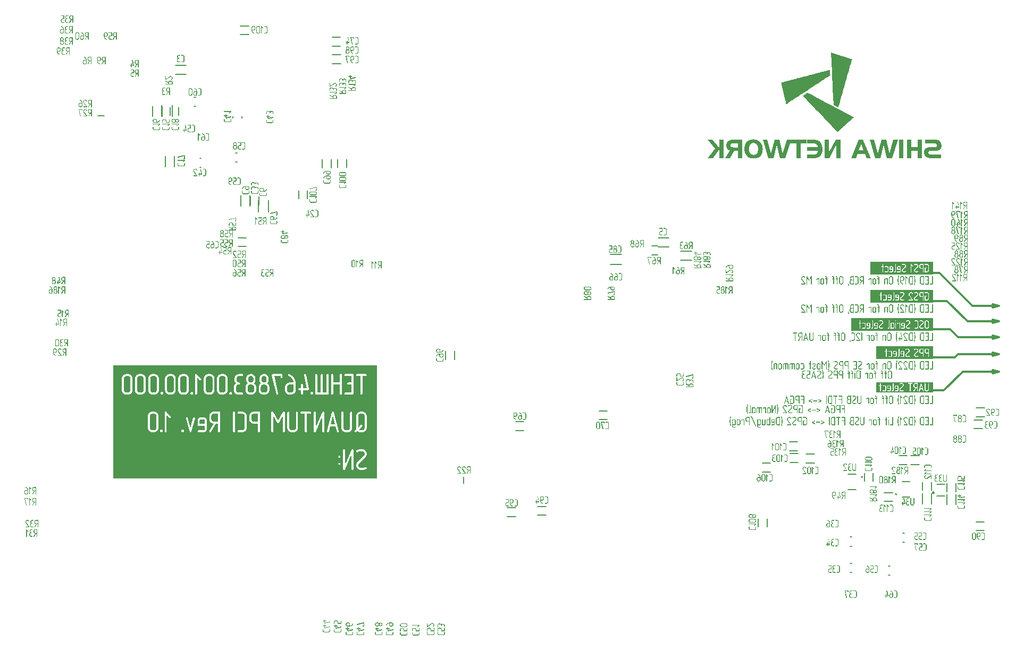
<source format=gbo>
G04*
G04 #@! TF.GenerationSoftware,Altium Limited,Altium Designer,24.4.1 (13)*
G04*
G04 Layer_Color=16776960*
%FSLAX44Y44*%
%MOMM*%
G71*
G04*
G04 #@! TF.SameCoordinates,F083C6BF-E510-45A8-8405-167EEE42A30D*
G04*
G04*
G04 #@! TF.FilePolarity,Positive*
G04*
G01*
G75*
%ADD11C,0.2500*%
%ADD14C,0.2000*%
%ADD19C,0.1524*%
%ADD22C,0.3000*%
%ADD24C,0.1270*%
G36*
X1395662Y1015811D02*
X1395850Y1013233D01*
X1395976Y1011976D01*
X1396102Y1010593D01*
X1396165Y1010530D01*
X1396290Y1008015D01*
X1396416Y1007638D01*
X1396290Y1007386D01*
X1396102Y1007198D01*
X1395850Y1007072D01*
X1394970Y1006443D01*
X1394719Y1006317D01*
X1393838Y1005689D01*
X1393587Y1005563D01*
X1392832Y1005060D01*
X1392581Y1004934D01*
X1391701Y1004305D01*
X1391449Y1004180D01*
X1390569Y1003551D01*
X1390317Y1003425D01*
X1389437Y1002796D01*
X1389186Y1002671D01*
X1386608Y1000973D01*
X1385099Y999967D01*
X1384093Y999338D01*
X1381075Y997326D01*
X1380069Y996698D01*
X1377051Y994686D01*
X1375668Y993805D01*
X1372650Y991793D01*
X1371644Y991165D01*
X1368626Y989153D01*
X1367620Y988524D01*
X1364602Y986512D01*
X1363596Y985883D01*
X1360578Y983871D01*
X1359195Y982991D01*
X1356177Y980979D01*
X1355171Y980350D01*
X1352153Y978338D01*
X1351147Y977710D01*
X1348129Y975698D01*
X1347123Y975069D01*
X1344859Y973560D01*
X1343476Y972680D01*
X1340458Y970668D01*
X1339075Y969787D01*
X1336057Y967775D01*
X1335051Y967147D01*
X1332033Y965135D01*
X1331027Y964506D01*
X1328009Y962494D01*
X1327003Y961865D01*
X1326437Y961551D01*
X1326248Y961614D01*
X1326060Y962557D01*
X1325934Y963060D01*
X1325808Y963689D01*
X1325431Y965198D01*
X1325305Y965826D01*
X1324928Y967335D01*
X1324802Y967964D01*
X1324551Y968970D01*
X1324425Y969599D01*
X1324048Y971108D01*
X1323922Y971737D01*
X1323545Y973245D01*
X1323419Y973874D01*
X1323042Y975383D01*
X1322916Y976012D01*
X1322665Y977018D01*
X1322539Y977647D01*
X1322162Y979156D01*
X1322036Y979784D01*
X1321659Y981293D01*
X1321533Y981922D01*
X1321156Y983431D01*
X1321030Y984060D01*
X1320779Y985066D01*
X1320653Y985695D01*
X1320276Y987204D01*
X1320150Y987832D01*
X1319772Y989341D01*
X1319647Y989970D01*
X1319270Y991479D01*
X1319144Y992108D01*
X1318892Y993114D01*
X1318766Y993743D01*
X1318389Y995251D01*
X1318326Y995692D01*
X1319018Y995880D01*
X1320527Y996257D01*
X1321407Y996509D01*
X1322916Y996886D01*
X1323796Y997138D01*
X1325305Y997515D01*
X1326186Y997766D01*
X1327695Y998144D01*
X1328575Y998395D01*
X1330084Y998773D01*
X1330964Y999024D01*
X1332473Y999401D01*
X1333353Y999653D01*
X1334862Y1000030D01*
X1335742Y1000281D01*
X1337251Y1000659D01*
X1338132Y1000910D01*
X1339641Y1001287D01*
X1340521Y1001539D01*
X1342030Y1001916D01*
X1342910Y1002168D01*
X1344419Y1002545D01*
X1345299Y1002796D01*
X1346808Y1003174D01*
X1347689Y1003425D01*
X1349198Y1003802D01*
X1350078Y1004054D01*
X1351587Y1004431D01*
X1352467Y1004683D01*
X1354479Y1005186D01*
X1355359Y1005437D01*
X1356868Y1005814D01*
X1357749Y1006066D01*
X1359258Y1006443D01*
X1360138Y1006695D01*
X1361647Y1007072D01*
X1362527Y1007323D01*
X1364036Y1007701D01*
X1364916Y1007952D01*
X1366425Y1008329D01*
X1367305Y1008581D01*
X1368814Y1008958D01*
X1369695Y1009210D01*
X1371204Y1009587D01*
X1372084Y1009838D01*
X1373593Y1010216D01*
X1374473Y1010467D01*
X1375982Y1010844D01*
X1376862Y1011096D01*
X1378371Y1011473D01*
X1379252Y1011724D01*
X1380760Y1012102D01*
X1381641Y1012353D01*
X1383150Y1012730D01*
X1384030Y1012982D01*
X1385539Y1013359D01*
X1386419Y1013611D01*
X1387928Y1013988D01*
X1388808Y1014240D01*
X1390820Y1014743D01*
X1391701Y1014994D01*
X1393210Y1015371D01*
X1394090Y1015623D01*
X1395096Y1015874D01*
X1395473Y1016000D01*
X1395662Y1015811D01*
D02*
G37*
G36*
X1398617Y1043539D02*
X1399874Y1043162D01*
X1430054Y1033730D01*
X1431060Y1033353D01*
X1431123Y1033165D01*
X1430871Y1032536D01*
X1430683Y1031719D01*
X1430494Y1031027D01*
X1429740Y1028386D01*
X1429614Y1027883D01*
X1428608Y1024362D01*
X1428482Y1023859D01*
X1427476Y1020338D01*
X1427350Y1019835D01*
X1426344Y1016314D01*
X1426219Y1015811D01*
X1425213Y1012290D01*
X1425087Y1011787D01*
X1424081Y1008267D01*
X1423955Y1007764D01*
X1423201Y1005123D01*
X1423075Y1004620D01*
X1422069Y1001099D01*
X1421943Y1000596D01*
X1420937Y997075D01*
X1420811Y996572D01*
X1419805Y993051D01*
X1419680Y992548D01*
X1418674Y989027D01*
X1418548Y988524D01*
X1417542Y985003D01*
X1417416Y984500D01*
X1416410Y980979D01*
X1416284Y980476D01*
X1415278Y976955D01*
X1415153Y976452D01*
X1414147Y972931D01*
X1414021Y972428D01*
X1413015Y968907D01*
X1412889Y968404D01*
X1412135Y965763D01*
X1412009Y965260D01*
X1411003Y961740D01*
X1410877Y961236D01*
X1409871Y957716D01*
X1409745Y957213D01*
X1409431Y956395D01*
X1407042Y957527D01*
X1401698Y960105D01*
X1401572Y962117D01*
X1401195Y971296D01*
X1401132Y971359D01*
X1400377Y987078D01*
X1400000Y995000D01*
X1399623Y1002796D01*
X1398994Y1016000D01*
X1398617Y1023796D01*
X1398365Y1029329D01*
X1397674Y1043728D01*
X1397988Y1043790D01*
X1398617Y1043539D01*
D02*
G37*
G36*
X1363156Y978024D02*
X1367934Y975509D01*
X1374850Y971862D01*
X1376234Y971108D01*
X1376359D01*
X1377365Y970479D01*
X1381767Y968216D01*
X1391072Y963311D01*
X1397988Y959665D01*
X1407293Y954761D01*
X1427790Y943946D01*
X1432317Y941557D01*
X1433952Y940677D01*
X1434015Y940614D01*
X1432946Y939545D01*
X1432695Y939419D01*
X1431563Y938287D01*
X1431311Y938162D01*
X1430180Y937030D01*
X1429928Y936904D01*
X1428922Y935898D01*
X1428671Y935772D01*
X1427539Y934641D01*
X1427287Y934515D01*
X1426156Y933383D01*
X1425904Y933258D01*
X1424772Y932126D01*
X1424521Y932000D01*
X1423389Y930868D01*
X1423138Y930742D01*
X1422132Y929736D01*
X1421880Y929611D01*
X1420748Y928479D01*
X1420497Y928353D01*
X1419365Y927222D01*
X1419114Y927096D01*
X1417982Y925964D01*
X1417731Y925838D01*
X1416599Y924707D01*
X1416347Y924581D01*
X1415341Y923575D01*
X1415090Y923449D01*
X1413958Y922317D01*
X1413707Y922192D01*
X1412575Y921060D01*
X1412323Y920934D01*
X1411192Y919802D01*
X1410940Y919677D01*
X1409808Y918545D01*
X1409557Y918419D01*
X1408551Y917413D01*
X1408048Y917162D01*
X1406350Y918859D01*
X1406225Y919111D01*
X1403710Y921626D01*
X1403584Y921877D01*
X1401195Y924267D01*
X1401069Y924518D01*
X1398554Y927033D01*
X1398428Y927284D01*
X1396039Y929674D01*
X1395913Y929925D01*
X1393398Y932440D01*
X1393273Y932692D01*
X1390757Y935207D01*
X1390632Y935458D01*
X1388242Y937847D01*
X1388117Y938099D01*
X1385602Y940614D01*
X1385476Y940865D01*
X1383087Y943254D01*
X1382961Y943506D01*
X1380446Y946021D01*
X1380320Y946273D01*
X1377805Y948787D01*
X1377680Y949039D01*
X1375290Y951428D01*
X1375165Y951680D01*
X1372650Y954195D01*
X1372524Y954446D01*
X1370135Y956835D01*
X1370009Y957087D01*
X1367494Y959602D01*
X1367368Y959853D01*
X1364853Y962368D01*
X1364727Y962620D01*
X1362338Y965009D01*
X1362213Y965260D01*
X1359698Y967775D01*
X1359572Y968027D01*
X1357183Y970416D01*
X1357057Y970668D01*
X1354542Y973183D01*
X1354416Y973434D01*
X1353033Y974817D01*
X1353222Y975006D01*
X1353473Y975132D01*
X1355233Y976389D01*
X1355485Y976515D01*
X1355737Y976767D01*
X1355988Y976892D01*
X1356868Y977521D01*
X1357120Y977647D01*
X1357371Y977898D01*
X1357623Y978024D01*
X1358503Y978653D01*
X1358754Y978778D01*
X1359006Y979030D01*
X1359258Y979156D01*
X1360012Y979659D01*
X1363156Y978024D01*
D02*
G37*
G36*
X674554Y424701D02*
Y364701D01*
X254554D01*
Y424701D01*
Y484701D01*
X674554D01*
Y424701D01*
D02*
G37*
G36*
X1560000Y502000D02*
X1470000D01*
Y518000D01*
X1560000D01*
Y502000D01*
D02*
G37*
G36*
Y555000D02*
X1470000D01*
Y575000D01*
X1560000D01*
Y555000D01*
D02*
G37*
G36*
X674463Y484701D02*
X254463D01*
Y544701D01*
X674463D01*
Y484701D01*
D02*
G37*
G36*
X1560000Y600000D02*
X1430000D01*
Y620000D01*
X1560000D01*
Y600000D01*
D02*
G37*
G36*
Y690000D02*
X1460000D01*
Y710000D01*
X1560000D01*
Y690000D01*
D02*
G37*
G36*
Y645000D02*
X1460000D01*
Y665000D01*
X1560000D01*
Y645000D01*
D02*
G37*
G36*
X1353778Y687077D02*
X1353961Y687061D01*
X1354136Y687036D01*
X1354294Y687002D01*
X1354453Y686961D01*
X1354603Y686911D01*
X1354736Y686869D01*
X1354861Y686819D01*
X1354978Y686761D01*
X1355078Y686719D01*
X1355169Y686669D01*
X1355244Y686628D01*
X1355302Y686594D01*
X1355344Y686569D01*
X1355369Y686553D01*
X1355377Y686544D01*
X1355536Y686428D01*
X1355677Y686294D01*
X1355819Y686161D01*
X1355944Y686019D01*
X1356061Y685869D01*
X1356160Y685719D01*
X1356252Y685578D01*
X1356335Y685428D01*
X1356411Y685294D01*
X1356477Y685170D01*
X1356527Y685053D01*
X1356577Y684953D01*
X1356610Y684878D01*
X1356635Y684811D01*
X1356644Y684778D01*
X1356652Y684761D01*
X1356677Y684595D01*
X1356669Y684478D01*
X1356644Y684378D01*
X1356619Y684295D01*
X1356577Y684220D01*
X1356544Y684170D01*
X1356519Y684128D01*
X1356494Y684103D01*
X1356485Y684095D01*
X1356402Y684036D01*
X1356319Y683995D01*
X1356236Y683970D01*
X1356152Y683953D01*
X1356086Y683936D01*
X1356027Y683928D01*
X1355977D01*
X1355852Y683961D01*
X1355761Y683995D01*
X1355719Y684003D01*
X1355694Y684020D01*
X1355677Y684028D01*
X1355669D01*
X1355611Y684078D01*
X1355561Y684120D01*
X1355527Y684170D01*
X1355494Y684211D01*
X1355469Y684245D01*
X1355452Y684270D01*
X1355444Y684286D01*
Y684295D01*
X1355377Y684445D01*
X1355311Y684586D01*
X1355244Y684711D01*
X1355177Y684828D01*
X1355103Y684936D01*
X1355036Y685028D01*
X1354969Y685119D01*
X1354902Y685186D01*
X1354844Y685253D01*
X1354794Y685311D01*
X1354744Y685353D01*
X1354703Y685394D01*
X1354669Y685419D01*
X1354644Y685436D01*
X1354628Y685453D01*
X1354619D01*
X1354436Y685561D01*
X1354244Y685644D01*
X1354069Y685703D01*
X1353903Y685736D01*
X1353761Y685761D01*
X1353703Y685769D01*
X1353653D01*
X1353611Y685778D01*
X1353553D01*
X1353395Y685769D01*
X1353245Y685753D01*
X1353103Y685728D01*
X1352978Y685694D01*
X1352870Y685661D01*
X1352795Y685636D01*
X1352761Y685628D01*
X1352736Y685619D01*
X1352728Y685611D01*
X1352720D01*
X1352570Y685544D01*
X1352428Y685469D01*
X1352303Y685394D01*
X1352195Y685328D01*
X1352112Y685261D01*
X1352045Y685211D01*
X1352003Y685178D01*
X1351987Y685161D01*
X1351870Y685053D01*
X1351762Y684936D01*
X1351670Y684820D01*
X1351595Y684703D01*
X1351528Y684578D01*
X1351478Y684470D01*
X1351428Y684353D01*
X1351395Y684245D01*
X1351370Y684145D01*
X1351345Y684053D01*
X1351328Y683970D01*
X1351320Y683903D01*
Y683845D01*
X1351312Y683795D01*
Y683770D01*
Y683762D01*
Y683645D01*
X1351328Y683528D01*
X1351345Y683428D01*
X1351362Y683337D01*
X1351378Y683253D01*
X1351395Y683195D01*
X1351403Y683162D01*
X1351412Y683145D01*
X1351537Y682853D01*
X1351728Y682495D01*
X1356752Y674905D01*
X1356794Y674814D01*
X1356819Y674722D01*
Y674680D01*
X1356827Y674647D01*
Y674622D01*
Y674614D01*
X1356819Y674514D01*
X1356802Y674431D01*
X1356769Y674347D01*
X1356735Y674281D01*
X1356710Y674222D01*
X1356677Y674172D01*
X1356660Y674147D01*
X1356652Y674139D01*
X1356569Y674072D01*
X1356485Y674022D01*
X1356402Y673981D01*
X1356335Y673956D01*
X1356277Y673939D01*
X1356227Y673931D01*
X1350729D01*
X1350620Y673939D01*
X1350520Y673964D01*
X1350445Y673997D01*
X1350379Y674039D01*
X1350320Y674072D01*
X1350287Y674106D01*
X1350262Y674131D01*
X1350254Y674139D01*
X1350195Y674214D01*
X1350154Y674297D01*
X1350129Y674372D01*
X1350104Y674439D01*
X1350095Y674497D01*
X1350087Y674539D01*
Y674572D01*
Y674581D01*
X1350095Y674664D01*
X1350120Y674747D01*
X1350154Y674822D01*
X1350187Y674889D01*
X1350220Y674939D01*
X1350254Y674980D01*
X1350279Y675005D01*
X1350287Y675014D01*
X1350362Y675080D01*
X1350437Y675130D01*
X1350512Y675172D01*
X1350579Y675197D01*
X1350645Y675214D01*
X1350687Y675222D01*
X1355136D01*
X1350645Y681779D01*
X1350520Y681995D01*
X1350412Y682195D01*
X1350329Y682370D01*
X1350254Y682529D01*
X1350204Y682654D01*
X1350179Y682703D01*
X1350162Y682745D01*
X1350154Y682778D01*
X1350145Y682812D01*
X1350137Y682820D01*
Y682828D01*
X1350087Y683003D01*
X1350054Y683170D01*
X1350020Y683328D01*
X1350004Y683470D01*
X1349995Y683587D01*
X1349987Y683678D01*
Y683711D01*
Y683745D01*
Y683753D01*
Y683762D01*
X1349995Y684012D01*
X1350037Y684245D01*
X1350087Y684461D01*
X1350154Y684670D01*
X1350237Y684853D01*
X1350329Y685020D01*
X1350429Y685170D01*
X1350529Y685303D01*
X1350629Y685428D01*
X1350729Y685528D01*
X1350820Y685611D01*
X1350903Y685686D01*
X1350970Y685744D01*
X1351020Y685778D01*
X1351062Y685803D01*
X1351070Y685811D01*
X1351287Y686036D01*
X1351512Y686236D01*
X1351728Y686403D01*
X1351953Y686544D01*
X1352162Y686669D01*
X1352370Y686777D01*
X1352578Y686861D01*
X1352761Y686927D01*
X1352936Y686977D01*
X1353095Y687019D01*
X1353236Y687044D01*
X1353361Y687069D01*
X1353461Y687077D01*
X1353536Y687086D01*
X1353595D01*
X1353778Y687077D01*
D02*
G37*
G36*
X1516636Y687069D02*
X1516728Y687052D01*
X1516803Y687019D01*
X1516869Y686986D01*
X1516919Y686952D01*
X1516961Y686919D01*
X1516986Y686902D01*
X1516994Y686894D01*
X1519744Y684137D01*
X1519802Y684028D01*
X1519844Y683936D01*
X1519869Y683870D01*
X1519885Y683811D01*
X1519902Y683762D01*
X1519910Y683737D01*
Y683720D01*
Y683712D01*
X1519902Y683612D01*
X1519885Y683520D01*
X1519852Y683445D01*
X1519819Y683378D01*
X1519785Y683320D01*
X1519752Y683278D01*
X1519735Y683253D01*
X1519727Y683245D01*
X1519652Y683178D01*
X1519577Y683137D01*
X1519494Y683103D01*
X1519419Y683078D01*
X1519360Y683062D01*
X1519302Y683053D01*
X1519260D01*
X1519169Y683062D01*
X1519077Y683087D01*
X1519002Y683112D01*
X1518936Y683153D01*
X1518885Y683187D01*
X1518844Y683212D01*
X1518819Y683237D01*
X1518811Y683245D01*
X1517186Y685153D01*
Y674572D01*
X1517178Y674456D01*
X1517153Y674347D01*
X1517111Y674264D01*
X1517069Y674189D01*
X1517036Y674131D01*
X1516994Y674089D01*
X1516969Y674064D01*
X1516961Y674056D01*
X1516861Y674014D01*
X1516769Y673981D01*
X1516694Y673964D01*
X1516636Y673947D01*
X1516595Y673939D01*
X1516561Y673931D01*
X1516536D01*
X1516436Y673939D01*
X1516353Y673956D01*
X1516270Y673981D01*
X1516203Y674014D01*
X1516145Y674047D01*
X1516103Y674072D01*
X1516078Y674089D01*
X1516070Y674097D01*
X1516011Y674172D01*
X1515961Y674247D01*
X1515928Y674322D01*
X1515911Y674397D01*
X1515895Y674472D01*
X1515886Y674522D01*
Y674556D01*
Y674572D01*
Y686444D01*
X1515895Y686544D01*
X1515920Y686636D01*
X1515953Y686711D01*
X1515986Y686777D01*
X1516028Y686836D01*
X1516061Y686869D01*
X1516086Y686894D01*
X1516095Y686902D01*
X1516170Y686961D01*
X1516253Y687002D01*
X1516328Y687036D01*
X1516395Y687052D01*
X1516453Y687069D01*
X1516503Y687077D01*
X1516544D01*
X1516636Y687069D01*
D02*
G37*
G36*
X1366575Y687136D02*
X1366658Y687111D01*
X1366733Y687077D01*
X1366799Y687044D01*
X1366850Y687002D01*
X1366883Y686969D01*
X1366908Y686944D01*
X1366916Y686936D01*
X1366966Y686861D01*
X1367008Y686769D01*
X1367033Y686686D01*
X1367058Y686611D01*
X1367066Y686536D01*
X1367074Y686478D01*
Y686444D01*
Y686428D01*
Y674581D01*
X1367066Y674464D01*
X1367041Y674356D01*
X1366999Y674272D01*
X1366958Y674197D01*
X1366924Y674139D01*
X1366883Y674097D01*
X1366858Y674072D01*
X1366850Y674064D01*
X1366750Y674022D01*
X1366658Y673989D01*
X1366583Y673964D01*
X1366525Y673947D01*
X1366483Y673939D01*
X1366450Y673931D01*
X1366425D01*
X1366325Y673939D01*
X1366241Y673956D01*
X1366158Y673989D01*
X1366091Y674022D01*
X1366033Y674047D01*
X1365991Y674081D01*
X1365966Y674097D01*
X1365958Y674106D01*
X1365900Y674181D01*
X1365850Y674256D01*
X1365816Y674331D01*
X1365800Y674406D01*
X1365783Y674481D01*
X1365775Y674531D01*
Y674564D01*
Y674581D01*
Y684620D01*
X1363367Y680212D01*
X1363325Y680137D01*
X1363275Y680079D01*
X1363225Y680021D01*
X1363184Y679979D01*
X1363084Y679904D01*
X1362992Y679854D01*
X1362917Y679829D01*
X1362859Y679812D01*
X1362817Y679804D01*
X1362800D01*
X1362734Y679812D01*
X1362675Y679821D01*
X1362567Y679863D01*
X1362467Y679921D01*
X1362392Y679987D01*
X1362326Y680054D01*
X1362276Y680113D01*
X1362242Y680154D01*
X1362234Y680171D01*
X1359785Y684628D01*
Y674581D01*
X1359776Y674464D01*
X1359751Y674356D01*
X1359710Y674272D01*
X1359668Y674197D01*
X1359635Y674139D01*
X1359593Y674097D01*
X1359568Y674072D01*
X1359560Y674064D01*
X1359460Y674022D01*
X1359368Y673989D01*
X1359293Y673964D01*
X1359235Y673947D01*
X1359193Y673939D01*
X1359160Y673931D01*
X1359135D01*
X1359035Y673939D01*
X1358952Y673956D01*
X1358868Y673989D01*
X1358802Y674022D01*
X1358743Y674047D01*
X1358701Y674081D01*
X1358677Y674097D01*
X1358668Y674106D01*
X1358610Y674181D01*
X1358560Y674256D01*
X1358527Y674331D01*
X1358510Y674406D01*
X1358493Y674481D01*
X1358485Y674531D01*
Y674564D01*
Y674581D01*
Y686428D01*
X1358493Y686536D01*
X1358510Y686636D01*
X1358543Y686719D01*
X1358568Y686794D01*
X1358602Y686852D01*
X1358635Y686902D01*
X1358652Y686927D01*
X1358660Y686936D01*
X1358727Y687002D01*
X1358802Y687052D01*
X1358876Y687094D01*
X1358943Y687119D01*
X1359001Y687136D01*
X1359052Y687144D01*
X1359160D01*
X1359226Y687127D01*
X1359343Y687086D01*
X1359443Y687019D01*
X1359526Y686952D01*
X1359601Y686886D01*
X1359651Y686819D01*
X1359685Y686777D01*
X1359693Y686769D01*
Y686761D01*
X1362792Y681570D01*
X1365883Y686769D01*
X1365958Y686861D01*
X1366016Y686927D01*
X1366066Y686986D01*
X1366108Y687019D01*
X1366133Y687044D01*
X1366150Y687052D01*
X1366166Y687061D01*
X1366266Y687111D01*
X1366366Y687136D01*
X1366408Y687144D01*
X1366475D01*
X1366575Y687136D01*
D02*
G37*
G36*
X1559450Y687069D02*
X1559542Y687044D01*
X1559617Y687011D01*
X1559683Y686969D01*
X1559742Y686927D01*
X1559783Y686894D01*
X1559808Y686869D01*
X1559817Y686861D01*
X1559875Y686777D01*
X1559925Y686702D01*
X1559958Y686628D01*
X1559975Y686569D01*
X1559992Y686511D01*
X1560000Y686469D01*
Y686444D01*
Y686436D01*
Y674572D01*
X1559992Y674456D01*
X1559975Y674364D01*
X1559942Y674272D01*
X1559900Y674206D01*
X1559850Y674139D01*
X1559800Y674089D01*
X1559742Y674047D01*
X1559675Y674014D01*
X1559559Y673964D01*
X1559458Y673939D01*
X1559417D01*
X1559384Y673931D01*
X1555709D01*
X1555601Y673939D01*
X1555501Y673964D01*
X1555426Y673997D01*
X1555359Y674039D01*
X1555301Y674072D01*
X1555268Y674106D01*
X1555243Y674131D01*
X1555235Y674139D01*
X1555176Y674214D01*
X1555135Y674297D01*
X1555101Y674372D01*
X1555085Y674439D01*
X1555068Y674497D01*
X1555060Y674539D01*
Y674572D01*
Y674581D01*
X1555068Y674664D01*
X1555093Y674747D01*
X1555126Y674822D01*
X1555160Y674889D01*
X1555201Y674939D01*
X1555235Y674980D01*
X1555260Y675005D01*
X1555268Y675014D01*
X1555343Y675080D01*
X1555418Y675130D01*
X1555493Y675172D01*
X1555560Y675197D01*
X1555626Y675214D01*
X1555668Y675222D01*
X1558700D01*
Y686436D01*
X1558709Y686544D01*
X1558734Y686636D01*
X1558767Y686719D01*
X1558809Y686786D01*
X1558850Y686836D01*
X1558884Y686869D01*
X1558909Y686894D01*
X1558917Y686902D01*
X1558992Y686961D01*
X1559075Y687002D01*
X1559142Y687036D01*
X1559209Y687052D01*
X1559267Y687069D01*
X1559308Y687077D01*
X1559350D01*
X1559450Y687069D01*
D02*
G37*
G36*
X1552944D02*
X1553035Y687052D01*
X1553127Y687019D01*
X1553193Y686977D01*
X1553260Y686927D01*
X1553310Y686877D01*
X1553352Y686819D01*
X1553385Y686761D01*
X1553435Y686636D01*
X1553460Y686536D01*
Y686494D01*
X1553468Y686461D01*
Y686444D01*
Y686436D01*
Y674572D01*
X1553460Y674456D01*
X1553443Y674364D01*
X1553410Y674272D01*
X1553368Y674206D01*
X1553318Y674139D01*
X1553268Y674089D01*
X1553210Y674047D01*
X1553143Y674014D01*
X1553027Y673964D01*
X1552927Y673939D01*
X1552885D01*
X1552852Y673931D01*
X1548261D01*
X1548153Y673939D01*
X1548053Y673964D01*
X1547978Y673997D01*
X1547911Y674039D01*
X1547853Y674072D01*
X1547820Y674106D01*
X1547795Y674131D01*
X1547787Y674139D01*
X1547728Y674214D01*
X1547686Y674297D01*
X1547653Y674372D01*
X1547637Y674439D01*
X1547620Y674497D01*
X1547612Y674539D01*
Y674572D01*
Y674581D01*
X1547620Y674664D01*
X1547645Y674747D01*
X1547678Y674822D01*
X1547711Y674889D01*
X1547753Y674939D01*
X1547787Y674980D01*
X1547811Y675005D01*
X1547820Y675014D01*
X1547895Y675080D01*
X1547970Y675130D01*
X1548045Y675172D01*
X1548111Y675197D01*
X1548178Y675214D01*
X1548220Y675222D01*
X1552169D01*
Y680304D01*
X1550086D01*
X1549978Y680312D01*
X1549878Y680337D01*
X1549803Y680371D01*
X1549736Y680412D01*
X1549678Y680446D01*
X1549644Y680479D01*
X1549619Y680504D01*
X1549611Y680512D01*
X1549553Y680587D01*
X1549511Y680671D01*
X1549478Y680746D01*
X1549461Y680812D01*
X1549444Y680871D01*
X1549436Y680912D01*
Y680946D01*
Y680954D01*
X1549444Y681037D01*
X1549469Y681121D01*
X1549503Y681196D01*
X1549536Y681262D01*
X1549578Y681312D01*
X1549611Y681354D01*
X1549636Y681379D01*
X1549644Y681387D01*
X1549719Y681454D01*
X1549794Y681504D01*
X1549869Y681545D01*
X1549936Y681570D01*
X1550003Y681587D01*
X1550044Y681595D01*
X1552169D01*
Y685786D01*
X1548261D01*
X1548153Y685794D01*
X1548053Y685819D01*
X1547978Y685853D01*
X1547911Y685894D01*
X1547853Y685928D01*
X1547820Y685961D01*
X1547795Y685986D01*
X1547787Y685994D01*
X1547728Y686069D01*
X1547686Y686153D01*
X1547653Y686228D01*
X1547637Y686294D01*
X1547620Y686353D01*
X1547612Y686394D01*
Y686428D01*
Y686436D01*
X1547620Y686519D01*
X1547645Y686602D01*
X1547678Y686677D01*
X1547711Y686744D01*
X1547753Y686794D01*
X1547787Y686836D01*
X1547811Y686861D01*
X1547820Y686869D01*
X1547895Y686936D01*
X1547970Y686986D01*
X1548045Y687027D01*
X1548111Y687052D01*
X1548178Y687069D01*
X1548220Y687077D01*
X1552827D01*
X1552944Y687069D01*
D02*
G37*
G36*
X1545495D02*
X1545587Y687052D01*
X1545679Y687019D01*
X1545745Y686977D01*
X1545812Y686927D01*
X1545862Y686877D01*
X1545904Y686819D01*
X1545937Y686761D01*
X1545987Y686636D01*
X1546012Y686536D01*
Y686494D01*
X1546020Y686461D01*
Y686444D01*
Y686436D01*
Y674572D01*
X1546012Y674456D01*
X1545995Y674364D01*
X1545962Y674272D01*
X1545920Y674206D01*
X1545870Y674139D01*
X1545820Y674089D01*
X1545762Y674047D01*
X1545695Y674014D01*
X1545579Y673964D01*
X1545479Y673939D01*
X1545437D01*
X1545404Y673931D01*
X1542180D01*
X1541955Y673939D01*
X1541738Y673964D01*
X1541538Y674014D01*
X1541338Y674064D01*
X1541163Y674131D01*
X1540988Y674206D01*
X1540830Y674281D01*
X1540688Y674364D01*
X1540555Y674439D01*
X1540438Y674514D01*
X1540338Y674589D01*
X1540255Y674656D01*
X1540188Y674714D01*
X1540147Y674755D01*
X1540113Y674781D01*
X1540105Y674789D01*
X1539955Y674956D01*
X1539822Y675130D01*
X1539705Y675305D01*
X1539605Y675480D01*
X1539522Y675655D01*
X1539447Y675822D01*
X1539389Y675988D01*
X1539347Y676147D01*
X1539314Y676297D01*
X1539280Y676430D01*
X1539264Y676547D01*
X1539255Y676655D01*
X1539247Y676738D01*
X1539239Y676805D01*
Y676838D01*
Y676855D01*
Y684153D01*
X1539247Y684378D01*
X1539272Y684586D01*
X1539322Y684795D01*
X1539372Y684986D01*
X1539439Y685170D01*
X1539514Y685336D01*
X1539597Y685494D01*
X1539672Y685636D01*
X1539755Y685769D01*
X1539839Y685886D01*
X1539913Y685986D01*
X1539980Y686069D01*
X1540030Y686136D01*
X1540072Y686178D01*
X1540105Y686211D01*
X1540113Y686219D01*
X1540280Y686369D01*
X1540447Y686503D01*
X1540622Y686619D01*
X1540805Y686719D01*
X1540980Y686802D01*
X1541147Y686869D01*
X1541313Y686927D01*
X1541471Y686969D01*
X1541621Y687002D01*
X1541755Y687036D01*
X1541871Y687052D01*
X1541980Y687061D01*
X1542063Y687069D01*
X1542130Y687077D01*
X1545379D01*
X1545495Y687069D01*
D02*
G37*
G36*
X1527783D02*
X1527875Y687052D01*
X1527966Y687019D01*
X1528033Y686977D01*
X1528100Y686927D01*
X1528150Y686877D01*
X1528192Y686819D01*
X1528225Y686761D01*
X1528275Y686636D01*
X1528300Y686536D01*
Y686494D01*
X1528308Y686461D01*
Y686444D01*
Y686436D01*
Y674572D01*
X1528300Y674456D01*
X1528283Y674364D01*
X1528250Y674272D01*
X1528208Y674206D01*
X1528158Y674139D01*
X1528108Y674089D01*
X1528050Y674047D01*
X1527983Y674014D01*
X1527867Y673964D01*
X1527767Y673939D01*
X1527725D01*
X1527692Y673931D01*
X1524467D01*
X1524243Y673939D01*
X1524026Y673964D01*
X1523826Y674014D01*
X1523626Y674064D01*
X1523451Y674131D01*
X1523276Y674206D01*
X1523118Y674281D01*
X1522976Y674364D01*
X1522843Y674439D01*
X1522726Y674514D01*
X1522626Y674589D01*
X1522543Y674656D01*
X1522476Y674714D01*
X1522435Y674755D01*
X1522401Y674781D01*
X1522393Y674789D01*
X1522243Y674956D01*
X1522110Y675130D01*
X1521993Y675305D01*
X1521893Y675480D01*
X1521810Y675655D01*
X1521735Y675822D01*
X1521676Y675988D01*
X1521635Y676147D01*
X1521602Y676297D01*
X1521568Y676430D01*
X1521552Y676547D01*
X1521543Y676655D01*
X1521535Y676738D01*
X1521526Y676805D01*
Y676838D01*
Y676855D01*
Y684153D01*
X1521535Y684378D01*
X1521560Y684586D01*
X1521610Y684795D01*
X1521660Y684986D01*
X1521727Y685170D01*
X1521801Y685336D01*
X1521885Y685494D01*
X1521960Y685636D01*
X1522043Y685769D01*
X1522126Y685886D01*
X1522201Y685986D01*
X1522268Y686069D01*
X1522318Y686136D01*
X1522360Y686178D01*
X1522393Y686211D01*
X1522401Y686219D01*
X1522568Y686369D01*
X1522735Y686503D01*
X1522910Y686619D01*
X1523093Y686719D01*
X1523268Y686802D01*
X1523434Y686869D01*
X1523601Y686927D01*
X1523759Y686969D01*
X1523909Y687002D01*
X1524043Y687036D01*
X1524159Y687052D01*
X1524267Y687061D01*
X1524351Y687069D01*
X1524417Y687077D01*
X1527667D01*
X1527783Y687069D01*
D02*
G37*
G36*
X1493917D02*
X1494133Y687036D01*
X1494342Y686994D01*
X1494533Y686936D01*
X1494725Y686869D01*
X1494892Y686794D01*
X1495050Y686719D01*
X1495192Y686636D01*
X1495325Y686553D01*
X1495441Y686478D01*
X1495542Y686403D01*
X1495625Y686336D01*
X1495692Y686278D01*
X1495733Y686236D01*
X1495766Y686203D01*
X1495775Y686194D01*
X1495925Y686028D01*
X1496050Y685853D01*
X1496166Y685678D01*
X1496258Y685503D01*
X1496341Y685336D01*
X1496408Y685161D01*
X1496466Y685003D01*
X1496508Y684845D01*
X1496550Y684703D01*
X1496575Y684570D01*
X1496591Y684453D01*
X1496600Y684353D01*
X1496608Y684270D01*
X1496616Y684203D01*
Y684170D01*
Y684153D01*
Y676855D01*
X1496608Y676630D01*
X1496575Y676413D01*
X1496533Y676205D01*
X1496475Y676013D01*
X1496408Y675822D01*
X1496333Y675655D01*
X1496250Y675497D01*
X1496166Y675355D01*
X1496083Y675222D01*
X1496000Y675105D01*
X1495925Y675005D01*
X1495858Y674922D01*
X1495800Y674855D01*
X1495758Y674814D01*
X1495725Y674781D01*
X1495717Y674772D01*
X1495542Y674622D01*
X1495375Y674497D01*
X1495192Y674381D01*
X1495017Y674289D01*
X1494850Y674206D01*
X1494683Y674139D01*
X1494517Y674081D01*
X1494367Y674039D01*
X1494225Y673997D01*
X1494092Y673972D01*
X1493984Y673956D01*
X1493884Y673947D01*
X1493800Y673939D01*
X1493742Y673931D01*
X1492776D01*
X1492551Y673939D01*
X1492334Y673964D01*
X1492134Y674014D01*
X1491934Y674064D01*
X1491759Y674131D01*
X1491584Y674206D01*
X1491426Y674281D01*
X1491284Y674364D01*
X1491151Y674439D01*
X1491034Y674514D01*
X1490934Y674589D01*
X1490851Y674656D01*
X1490784Y674714D01*
X1490743Y674755D01*
X1490709Y674781D01*
X1490701Y674789D01*
X1490551Y674956D01*
X1490418Y675130D01*
X1490301Y675305D01*
X1490201Y675480D01*
X1490118Y675655D01*
X1490043Y675822D01*
X1489985Y675988D01*
X1489943Y676147D01*
X1489910Y676297D01*
X1489876Y676430D01*
X1489860Y676547D01*
X1489851Y676655D01*
X1489843Y676738D01*
X1489835Y676805D01*
Y676838D01*
Y676855D01*
Y684153D01*
X1489843Y684378D01*
X1489868Y684586D01*
X1489918Y684795D01*
X1489968Y684986D01*
X1490035Y685170D01*
X1490110Y685336D01*
X1490193Y685494D01*
X1490268Y685636D01*
X1490351Y685769D01*
X1490435Y685886D01*
X1490509Y685986D01*
X1490576Y686069D01*
X1490626Y686136D01*
X1490668Y686178D01*
X1490701Y686211D01*
X1490709Y686219D01*
X1490876Y686369D01*
X1491043Y686503D01*
X1491218Y686619D01*
X1491401Y686719D01*
X1491576Y686802D01*
X1491743Y686869D01*
X1491909Y686927D01*
X1492067Y686969D01*
X1492217Y687002D01*
X1492351Y687036D01*
X1492467Y687052D01*
X1492576Y687061D01*
X1492659Y687069D01*
X1492726Y687077D01*
X1493692D01*
X1493917Y687069D01*
D02*
G37*
G36*
X1487702Y683420D02*
X1487793Y683403D01*
X1487885Y683370D01*
X1487952Y683328D01*
X1488018Y683278D01*
X1488068Y683228D01*
X1488110Y683170D01*
X1488143Y683112D01*
X1488193Y682987D01*
X1488218Y682887D01*
Y682845D01*
X1488227Y682812D01*
Y682795D01*
Y682787D01*
Y674572D01*
X1488218Y674456D01*
X1488193Y674356D01*
X1488152Y674264D01*
X1488110Y674197D01*
X1488077Y674139D01*
X1488035Y674097D01*
X1488010Y674072D01*
X1488002Y674064D01*
X1487902Y674022D01*
X1487810Y673989D01*
X1487735Y673964D01*
X1487677Y673947D01*
X1487635Y673939D01*
X1487602Y673931D01*
X1487577D01*
X1487477Y673939D01*
X1487394Y673956D01*
X1487310Y673981D01*
X1487244Y674014D01*
X1487185Y674047D01*
X1487144Y674072D01*
X1487119Y674089D01*
X1487110Y674097D01*
X1487052Y674172D01*
X1487002Y674247D01*
X1486969Y674322D01*
X1486952Y674397D01*
X1486935Y674472D01*
X1486927Y674522D01*
Y674556D01*
Y674572D01*
Y682137D01*
X1484394D01*
X1484286Y682129D01*
X1484186Y682104D01*
X1484103Y682070D01*
X1484028Y682029D01*
X1483970Y681987D01*
X1483920Y681954D01*
X1483895Y681929D01*
X1483886Y681920D01*
X1483811Y681837D01*
X1483761Y681754D01*
X1483719Y681670D01*
X1483694Y681587D01*
X1483678Y681520D01*
X1483669Y681462D01*
Y681429D01*
Y681412D01*
Y674572D01*
X1483661Y674456D01*
X1483636Y674356D01*
X1483595Y674264D01*
X1483553Y674197D01*
X1483520Y674139D01*
X1483478Y674097D01*
X1483453Y674072D01*
X1483445Y674064D01*
X1483345Y674022D01*
X1483253Y673989D01*
X1483178Y673964D01*
X1483120Y673947D01*
X1483078Y673939D01*
X1483045Y673931D01*
X1483020D01*
X1482920Y673939D01*
X1482836Y673956D01*
X1482753Y673981D01*
X1482686Y674014D01*
X1482628Y674047D01*
X1482587Y674072D01*
X1482561Y674089D01*
X1482553Y674097D01*
X1482495Y674172D01*
X1482445Y674247D01*
X1482411Y674322D01*
X1482395Y674397D01*
X1482378Y674472D01*
X1482370Y674522D01*
Y674556D01*
Y674572D01*
Y681421D01*
X1482378Y681579D01*
X1482395Y681720D01*
X1482428Y681862D01*
X1482462Y681995D01*
X1482503Y682120D01*
X1482553Y682245D01*
X1482612Y682354D01*
X1482661Y682445D01*
X1482720Y682537D01*
X1482778Y682620D01*
X1482828Y682687D01*
X1482870Y682745D01*
X1482903Y682787D01*
X1482936Y682820D01*
X1482953Y682837D01*
X1482961Y682845D01*
X1483078Y682945D01*
X1483195Y683037D01*
X1483311Y683112D01*
X1483436Y683187D01*
X1483553Y683237D01*
X1483669Y683287D01*
X1483786Y683328D01*
X1483895Y683353D01*
X1483994Y683378D01*
X1484094Y683395D01*
X1484178Y683412D01*
X1484244Y683420D01*
X1484303Y683428D01*
X1487585Y683428D01*
X1487702Y683420D01*
D02*
G37*
G36*
X1472422Y687069D02*
X1472564Y687052D01*
X1472706Y687019D01*
X1472839Y686986D01*
X1472972Y686936D01*
X1473089Y686886D01*
X1473197Y686836D01*
X1473297Y686777D01*
X1473389Y686719D01*
X1473464Y686669D01*
X1473530Y686619D01*
X1473589Y686569D01*
X1473639Y686536D01*
X1473672Y686503D01*
X1473689Y686486D01*
X1473697Y686478D01*
X1473797Y686361D01*
X1473889Y686244D01*
X1473972Y686128D01*
X1474039Y686011D01*
X1474097Y685894D01*
X1474147Y685778D01*
X1474180Y685661D01*
X1474214Y685553D01*
X1474239Y685453D01*
X1474255Y685361D01*
X1474272Y685286D01*
X1474280Y685211D01*
X1474289Y685153D01*
Y685111D01*
Y685086D01*
Y685078D01*
Y683428D01*
X1474539D01*
X1474655Y683420D01*
X1474755Y683387D01*
X1474839Y683353D01*
X1474905Y683303D01*
X1474963Y683262D01*
X1474997Y683220D01*
X1475022Y683187D01*
X1475030Y683178D01*
X1475080Y683095D01*
X1475113Y683012D01*
X1475147Y682945D01*
X1475163Y682895D01*
X1475172Y682845D01*
X1475180Y682812D01*
Y682795D01*
Y682787D01*
X1475172Y682695D01*
X1475155Y682604D01*
X1475130Y682520D01*
X1475097Y682454D01*
X1475063Y682395D01*
X1475038Y682354D01*
X1475022Y682320D01*
X1475013Y682312D01*
X1474939Y682254D01*
X1474863Y682212D01*
X1474780Y682179D01*
X1474705Y682162D01*
X1474639Y682145D01*
X1474588Y682137D01*
X1474289D01*
Y674572D01*
X1474280Y674456D01*
X1474255Y674347D01*
X1474214Y674264D01*
X1474172Y674189D01*
X1474139Y674131D01*
X1474097Y674089D01*
X1474072Y674064D01*
X1474064Y674056D01*
X1473964Y674014D01*
X1473872Y673981D01*
X1473797Y673964D01*
X1473739Y673947D01*
X1473697Y673939D01*
X1473664Y673931D01*
X1473639D01*
X1473539Y673939D01*
X1473456Y673956D01*
X1473372Y673981D01*
X1473306Y674014D01*
X1473247Y674047D01*
X1473206Y674072D01*
X1473181Y674089D01*
X1473172Y674097D01*
X1473114Y674172D01*
X1473064Y674247D01*
X1473031Y674322D01*
X1473014Y674397D01*
X1472997Y674472D01*
X1472989Y674522D01*
Y674556D01*
Y674572D01*
Y682137D01*
X1471806D01*
X1471698Y682145D01*
X1471598Y682170D01*
X1471523Y682204D01*
X1471456Y682245D01*
X1471398Y682279D01*
X1471364Y682312D01*
X1471339Y682337D01*
X1471331Y682345D01*
X1471273Y682420D01*
X1471231Y682504D01*
X1471198Y682579D01*
X1471181Y682645D01*
X1471164Y682703D01*
X1471156Y682745D01*
Y682778D01*
Y682787D01*
X1471164Y682870D01*
X1471189Y682953D01*
X1471223Y683028D01*
X1471256Y683095D01*
X1471298Y683145D01*
X1471331Y683187D01*
X1471356Y683212D01*
X1471364Y683220D01*
X1471439Y683287D01*
X1471514Y683337D01*
X1471589Y683378D01*
X1471656Y683403D01*
X1471723Y683420D01*
X1471764Y683428D01*
X1472989D01*
Y685070D01*
X1472981Y685178D01*
X1472956Y685269D01*
X1472922Y685353D01*
X1472881Y685428D01*
X1472839Y685486D01*
X1472806Y685536D01*
X1472781Y685561D01*
X1472772Y685569D01*
X1472689Y685644D01*
X1472597Y685694D01*
X1472514Y685736D01*
X1472439Y685761D01*
X1472364Y685778D01*
X1472314Y685786D01*
X1471806D01*
X1471698Y685794D01*
X1471598Y685819D01*
X1471523Y685853D01*
X1471456Y685894D01*
X1471398Y685928D01*
X1471364Y685961D01*
X1471339Y685986D01*
X1471331Y685994D01*
X1471273Y686069D01*
X1471231Y686153D01*
X1471198Y686228D01*
X1471181Y686294D01*
X1471164Y686352D01*
X1471156Y686394D01*
Y686428D01*
Y686436D01*
X1471164Y686519D01*
X1471189Y686602D01*
X1471223Y686677D01*
X1471256Y686744D01*
X1471298Y686794D01*
X1471331Y686836D01*
X1471356Y686861D01*
X1471364Y686869D01*
X1471439Y686936D01*
X1471514Y686986D01*
X1471589Y687027D01*
X1471656Y687052D01*
X1471723Y687069D01*
X1471764Y687077D01*
X1472264D01*
X1472422Y687069D01*
D02*
G37*
G36*
X1467732Y683420D02*
X1467890Y683403D01*
X1468032Y683370D01*
X1468165Y683328D01*
X1468298Y683278D01*
X1468415Y683228D01*
X1468523Y683170D01*
X1468623Y683112D01*
X1468715Y683053D01*
X1468798Y682995D01*
X1468865Y682945D01*
X1468923Y682895D01*
X1468965Y682853D01*
X1468998Y682820D01*
X1469015Y682803D01*
X1469023Y682795D01*
X1469123Y682679D01*
X1469207Y682553D01*
X1469282Y682437D01*
X1469348Y682320D01*
X1469406Y682204D01*
X1469448Y682087D01*
X1469515Y681870D01*
X1469540Y681779D01*
X1469556Y681687D01*
X1469573Y681612D01*
X1469581Y681545D01*
X1469590Y681495D01*
Y681454D01*
Y681429D01*
Y681421D01*
Y675947D01*
X1469581Y675789D01*
X1469565Y675639D01*
X1469540Y675497D01*
X1469498Y675364D01*
X1469456Y675230D01*
X1469406Y675114D01*
X1469357Y675005D01*
X1469298Y674905D01*
X1469248Y674814D01*
X1469198Y674739D01*
X1469148Y674664D01*
X1469107Y674614D01*
X1469065Y674564D01*
X1469040Y674531D01*
X1469023Y674514D01*
X1469015Y674506D01*
X1468898Y674406D01*
X1468782Y674314D01*
X1468665Y674239D01*
X1468540Y674172D01*
X1468423Y674114D01*
X1468298Y674072D01*
X1468190Y674031D01*
X1468073Y674006D01*
X1467974Y673981D01*
X1467874Y673964D01*
X1467790Y673947D01*
X1467715Y673939D01*
X1467657Y673931D01*
X1465749D01*
X1465591Y673939D01*
X1465449Y673956D01*
X1465308Y673981D01*
X1465174Y674022D01*
X1465049Y674064D01*
X1464924Y674114D01*
X1464816Y674172D01*
X1464724Y674222D01*
X1464633Y674281D01*
X1464549Y674331D01*
X1464483Y674381D01*
X1464424Y674422D01*
X1464383Y674464D01*
X1464350Y674489D01*
X1464333Y674506D01*
X1464324Y674514D01*
X1464216Y674622D01*
X1464133Y674747D01*
X1464050Y674864D01*
X1463983Y674980D01*
X1463925Y675105D01*
X1463875Y675222D01*
X1463841Y675339D01*
X1463808Y675447D01*
X1463783Y675555D01*
X1463766Y675647D01*
X1463750Y675730D01*
X1463741Y675805D01*
X1463733Y675863D01*
Y675913D01*
Y675938D01*
Y675947D01*
Y681421D01*
X1463741Y681579D01*
X1463758Y681720D01*
X1463791Y681862D01*
X1463825Y681995D01*
X1463866Y682120D01*
X1463916Y682245D01*
X1463975Y682354D01*
X1464025Y682445D01*
X1464083Y682537D01*
X1464141Y682620D01*
X1464191Y682687D01*
X1464233Y682745D01*
X1464266Y682787D01*
X1464299Y682820D01*
X1464316Y682837D01*
X1464324Y682845D01*
X1464441Y682945D01*
X1464558Y683037D01*
X1464674Y683112D01*
X1464799Y683187D01*
X1464916Y683237D01*
X1465033Y683287D01*
X1465149Y683328D01*
X1465258Y683353D01*
X1465358Y683378D01*
X1465457Y683395D01*
X1465541Y683412D01*
X1465607Y683420D01*
X1465666Y683428D01*
X1467574D01*
X1467732Y683420D01*
D02*
G37*
G36*
X1461608D02*
X1461700Y683403D01*
X1461792Y683370D01*
X1461859Y683328D01*
X1461925Y683278D01*
X1461975Y683228D01*
X1462017Y683170D01*
X1462050Y683112D01*
X1462100Y682987D01*
X1462125Y682887D01*
Y682845D01*
X1462133Y682812D01*
Y682795D01*
Y682787D01*
Y674572D01*
X1462125Y674456D01*
X1462100Y674356D01*
X1462058Y674264D01*
X1462017Y674197D01*
X1461983Y674139D01*
X1461942Y674097D01*
X1461917Y674072D01*
X1461909Y674064D01*
X1461808Y674022D01*
X1461717Y673989D01*
X1461642Y673964D01*
X1461584Y673947D01*
X1461542Y673939D01*
X1461509Y673931D01*
X1461484D01*
X1461384Y673939D01*
X1461300Y673956D01*
X1461217Y673981D01*
X1461150Y674014D01*
X1461092Y674047D01*
X1461050Y674072D01*
X1461025Y674089D01*
X1461017Y674097D01*
X1460959Y674172D01*
X1460909Y674247D01*
X1460875Y674322D01*
X1460859Y674397D01*
X1460842Y674472D01*
X1460834Y674522D01*
Y674556D01*
Y674572D01*
Y682137D01*
X1459209D01*
X1459126Y682129D01*
X1459043Y682112D01*
X1458967Y682087D01*
X1458893Y682062D01*
X1458843Y682037D01*
X1458793Y682012D01*
X1458768Y681995D01*
X1458759Y681987D01*
X1458684Y681929D01*
X1458626Y681870D01*
X1458576Y681804D01*
X1458534Y681745D01*
X1458509Y681687D01*
X1458493Y681645D01*
X1458476Y681612D01*
Y681604D01*
X1458426Y681529D01*
X1458376Y681470D01*
X1458318Y681412D01*
X1458268Y681362D01*
X1458168Y681287D01*
X1458076Y681237D01*
X1457993Y681212D01*
X1457935Y681196D01*
X1457893Y681187D01*
X1457876D01*
X1457784Y681196D01*
X1457701Y681212D01*
X1457626Y681237D01*
X1457560Y681271D01*
X1457501Y681304D01*
X1457460Y681329D01*
X1457435Y681346D01*
X1457426Y681354D01*
X1457360Y681437D01*
X1457310Y681520D01*
X1457268Y681604D01*
X1457243Y681679D01*
X1457226Y681737D01*
X1457218Y681787D01*
Y681820D01*
Y681829D01*
X1457243Y682020D01*
X1457343Y682245D01*
X1457460Y682454D01*
X1457585Y682628D01*
X1457710Y682770D01*
X1457818Y682887D01*
X1457918Y682978D01*
X1457951Y683003D01*
X1457976Y683028D01*
X1457993Y683037D01*
X1458001Y683045D01*
X1458101Y683112D01*
X1458209Y683170D01*
X1458418Y683270D01*
X1458618Y683337D01*
X1458801Y683378D01*
X1458893Y683395D01*
X1458967Y683412D01*
X1459034Y683420D01*
X1459093D01*
X1459142Y683428D01*
X1461492D01*
X1461608Y683420D01*
D02*
G37*
G36*
X1449495Y687069D02*
X1449587Y687052D01*
X1449678Y687019D01*
X1449745Y686977D01*
X1449812Y686927D01*
X1449861Y686877D01*
X1449903Y686819D01*
X1449937Y686761D01*
X1449987Y686636D01*
X1450011Y686536D01*
Y686494D01*
X1450020Y686461D01*
Y686444D01*
Y686436D01*
Y674572D01*
X1450011Y674456D01*
X1449987Y674347D01*
X1449945Y674264D01*
X1449903Y674189D01*
X1449870Y674131D01*
X1449828Y674089D01*
X1449803Y674064D01*
X1449795Y674056D01*
X1449695Y674014D01*
X1449603Y673981D01*
X1449528Y673964D01*
X1449470Y673947D01*
X1449428Y673939D01*
X1449395Y673931D01*
X1449370D01*
X1449270Y673939D01*
X1449187Y673956D01*
X1449103Y673981D01*
X1449037Y674014D01*
X1448978Y674047D01*
X1448937Y674072D01*
X1448912Y674089D01*
X1448904Y674097D01*
X1448845Y674172D01*
X1448795Y674247D01*
X1448762Y674322D01*
X1448745Y674397D01*
X1448728Y674472D01*
X1448720Y674522D01*
Y674556D01*
Y674572D01*
Y679413D01*
X1447462D01*
X1444471Y674281D01*
X1444430Y674214D01*
X1444380Y674156D01*
X1444338Y674106D01*
X1444296Y674064D01*
X1444263Y674031D01*
X1444238Y674006D01*
X1444221Y673997D01*
X1444213Y673989D01*
X1444105Y673956D01*
X1444005Y673939D01*
X1443963Y673931D01*
X1443905D01*
X1443813Y673939D01*
X1443730Y673956D01*
X1443655Y673981D01*
X1443588Y674014D01*
X1443538Y674039D01*
X1443497Y674064D01*
X1443472Y674081D01*
X1443463Y674089D01*
X1443388Y674181D01*
X1443330Y674264D01*
X1443297Y674339D01*
X1443263Y674414D01*
X1443247Y674472D01*
X1443238Y674522D01*
Y674556D01*
Y674564D01*
X1443247Y674689D01*
X1443255Y674731D01*
X1443272Y674772D01*
X1443280Y674806D01*
X1443297Y674830D01*
X1443305Y674839D01*
Y674847D01*
X1446104Y679413D01*
X1446179D01*
X1445954Y679421D01*
X1445738Y679446D01*
X1445538Y679496D01*
X1445338Y679546D01*
X1445163Y679613D01*
X1444988Y679688D01*
X1444830Y679762D01*
X1444688Y679846D01*
X1444555Y679921D01*
X1444438Y679996D01*
X1444338Y680071D01*
X1444255Y680137D01*
X1444188Y680196D01*
X1444146Y680237D01*
X1444113Y680262D01*
X1444105Y680271D01*
X1443955Y680437D01*
X1443821Y680604D01*
X1443705Y680779D01*
X1443605Y680954D01*
X1443522Y681129D01*
X1443447Y681295D01*
X1443388Y681462D01*
X1443347Y681620D01*
X1443313Y681770D01*
X1443280Y681904D01*
X1443263Y682020D01*
X1443255Y682129D01*
X1443247Y682212D01*
X1443238Y682279D01*
Y682312D01*
Y682329D01*
Y684153D01*
X1443247Y684378D01*
X1443272Y684586D01*
X1443322Y684795D01*
X1443371Y684986D01*
X1443438Y685170D01*
X1443513Y685336D01*
X1443596Y685494D01*
X1443672Y685636D01*
X1443755Y685769D01*
X1443838Y685886D01*
X1443913Y685986D01*
X1443980Y686069D01*
X1444030Y686136D01*
X1444071Y686178D01*
X1444105Y686211D01*
X1444113Y686219D01*
X1444280Y686369D01*
X1444446Y686503D01*
X1444621Y686619D01*
X1444805Y686719D01*
X1444980Y686802D01*
X1445146Y686869D01*
X1445313Y686927D01*
X1445471Y686969D01*
X1445621Y687002D01*
X1445754Y687036D01*
X1445871Y687052D01*
X1445979Y687061D01*
X1446062Y687069D01*
X1446129Y687077D01*
X1449378D01*
X1449495Y687069D01*
D02*
G37*
G36*
X1438923D02*
X1439148Y687036D01*
X1439348Y686994D01*
X1439547Y686936D01*
X1439731Y686869D01*
X1439906Y686794D01*
X1440064Y686719D01*
X1440206Y686636D01*
X1440339Y686553D01*
X1440456Y686478D01*
X1440556Y686403D01*
X1440639Y686336D01*
X1440706Y686277D01*
X1440747Y686236D01*
X1440780Y686203D01*
X1440789Y686194D01*
X1440939Y686028D01*
X1441064Y685853D01*
X1441180Y685678D01*
X1441272Y685503D01*
X1441355Y685336D01*
X1441422Y685161D01*
X1441480Y685003D01*
X1441522Y684845D01*
X1441564Y684703D01*
X1441589Y684570D01*
X1441605Y684453D01*
X1441614Y684353D01*
X1441622Y684270D01*
X1441630Y684203D01*
Y684170D01*
Y684153D01*
Y676855D01*
X1441622Y676630D01*
X1441589Y676413D01*
X1441547Y676205D01*
X1441489Y676013D01*
X1441422Y675830D01*
X1441347Y675664D01*
X1441264Y675505D01*
X1441180Y675355D01*
X1441097Y675230D01*
X1441022Y675114D01*
X1440947Y675014D01*
X1440880Y674930D01*
X1440822Y674864D01*
X1440780Y674822D01*
X1440747Y674789D01*
X1440739Y674781D01*
X1440572Y674631D01*
X1440397Y674497D01*
X1440222Y674389D01*
X1440047Y674289D01*
X1439872Y674206D01*
X1439698Y674139D01*
X1439539Y674081D01*
X1439381Y674039D01*
X1439239Y674006D01*
X1439106Y673972D01*
X1438989Y673956D01*
X1438889Y673947D01*
X1438806Y673939D01*
X1438748Y673931D01*
X1436432D01*
X1436323Y673939D01*
X1436223Y673964D01*
X1436140Y673997D01*
X1436073Y674039D01*
X1436015Y674072D01*
X1435982Y674106D01*
X1435957Y674131D01*
X1435948Y674139D01*
X1435890Y674214D01*
X1435849Y674297D01*
X1435824Y674372D01*
X1435798Y674439D01*
X1435790Y674497D01*
X1435782Y674539D01*
Y674572D01*
Y674581D01*
X1435790Y674664D01*
X1435815Y674747D01*
X1435849Y674822D01*
X1435882Y674889D01*
X1435915Y674939D01*
X1435948Y674980D01*
X1435973Y675005D01*
X1435982Y675014D01*
X1436057Y675080D01*
X1436140Y675130D01*
X1436215Y675172D01*
X1436282Y675197D01*
X1436340Y675214D01*
X1436390Y675222D01*
X1438698D01*
X1438823Y675230D01*
X1438939Y675239D01*
X1439056Y675264D01*
X1439164Y675297D01*
X1439364Y675372D01*
X1439531Y675464D01*
X1439606Y675505D01*
X1439664Y675547D01*
X1439722Y675589D01*
X1439772Y675622D01*
X1439806Y675655D01*
X1439831Y675680D01*
X1439847Y675689D01*
X1439856Y675697D01*
X1439939Y675789D01*
X1440014Y675889D01*
X1440072Y675980D01*
X1440131Y676080D01*
X1440172Y676180D01*
X1440214Y676280D01*
X1440272Y676455D01*
X1440306Y676613D01*
X1440314Y676680D01*
X1440322Y676738D01*
X1440331Y676788D01*
Y676822D01*
Y676847D01*
Y676855D01*
Y684153D01*
X1440322Y684278D01*
X1440314Y684403D01*
X1440289Y684520D01*
X1440256Y684628D01*
X1440181Y684820D01*
X1440089Y684995D01*
X1440047Y685061D01*
X1440006Y685128D01*
X1439964Y685186D01*
X1439931Y685228D01*
X1439897Y685261D01*
X1439872Y685286D01*
X1439864Y685303D01*
X1439856Y685311D01*
X1439764Y685394D01*
X1439664Y685469D01*
X1439572Y685528D01*
X1439473Y685586D01*
X1439373Y685636D01*
X1439273Y685669D01*
X1439098Y685728D01*
X1438939Y685761D01*
X1438873Y685769D01*
X1438814Y685778D01*
X1438764Y685786D01*
X1436432D01*
X1436323Y685794D01*
X1436223Y685819D01*
X1436140Y685853D01*
X1436073Y685894D01*
X1436015Y685928D01*
X1435982Y685961D01*
X1435957Y685986D01*
X1435948Y685994D01*
X1435890Y686069D01*
X1435849Y686153D01*
X1435824Y686228D01*
X1435798Y686294D01*
X1435790Y686352D01*
X1435782Y686394D01*
Y686428D01*
Y686436D01*
X1435790Y686519D01*
X1435815Y686602D01*
X1435849Y686677D01*
X1435882Y686744D01*
X1435915Y686794D01*
X1435948Y686836D01*
X1435973Y686861D01*
X1435982Y686869D01*
X1436057Y686936D01*
X1436140Y686986D01*
X1436215Y687027D01*
X1436282Y687052D01*
X1436340Y687069D01*
X1436390Y687077D01*
X1438698D01*
X1438923Y687069D01*
D02*
G37*
G36*
X1433649D02*
X1433741Y687052D01*
X1433832Y687019D01*
X1433899Y686977D01*
X1433966Y686927D01*
X1434016Y686877D01*
X1434057Y686819D01*
X1434091Y686761D01*
X1434141Y686636D01*
X1434166Y686536D01*
Y686494D01*
X1434174Y686461D01*
Y686444D01*
Y686436D01*
Y674572D01*
X1434166Y674456D01*
X1434149Y674364D01*
X1434116Y674272D01*
X1434074Y674206D01*
X1434024Y674139D01*
X1433974Y674089D01*
X1433916Y674047D01*
X1433849Y674014D01*
X1433732Y673964D01*
X1433632Y673939D01*
X1433591D01*
X1433557Y673931D01*
X1430333D01*
X1430125Y673939D01*
X1429925Y673972D01*
X1429733Y674014D01*
X1429542Y674064D01*
X1429367Y674131D01*
X1429200Y674206D01*
X1429042Y674289D01*
X1428900Y674372D01*
X1428775Y674447D01*
X1428659Y674531D01*
X1428550Y674605D01*
X1428467Y674672D01*
X1428400Y674722D01*
X1428350Y674772D01*
X1428317Y674797D01*
X1428309Y674806D01*
X1428150Y674972D01*
X1428009Y675147D01*
X1427884Y675322D01*
X1427776Y675497D01*
X1427692Y675672D01*
X1427617Y675839D01*
X1427559Y676005D01*
X1427509Y676155D01*
X1427467Y676305D01*
X1427442Y676438D01*
X1427417Y676555D01*
X1427409Y676655D01*
X1427401Y676738D01*
X1427392Y676805D01*
Y676838D01*
Y676855D01*
Y678680D01*
X1427401Y678821D01*
X1427409Y678963D01*
X1427459Y679238D01*
X1427534Y679496D01*
X1427576Y679613D01*
X1427617Y679721D01*
X1427659Y679821D01*
X1427701Y679912D01*
X1427734Y679987D01*
X1427776Y680054D01*
X1427800Y680104D01*
X1427825Y680146D01*
X1427834Y680171D01*
X1427842Y680179D01*
X1427926Y680312D01*
X1428017Y680429D01*
X1428109Y680537D01*
X1428192Y680637D01*
X1428284Y680729D01*
X1428367Y680804D01*
X1428450Y680871D01*
X1428534Y680937D01*
X1428609Y680987D01*
X1428675Y681029D01*
X1428734Y681062D01*
X1428784Y681087D01*
X1428825Y681112D01*
X1428859Y681129D01*
X1428875Y681137D01*
X1428884D01*
X1428709Y681254D01*
X1428559Y681395D01*
X1428425Y681529D01*
X1428317Y681670D01*
X1428234Y681787D01*
X1428175Y681887D01*
X1428150Y681929D01*
X1428134Y681954D01*
X1428125Y681970D01*
Y681979D01*
X1428034Y682195D01*
X1427967Y682412D01*
X1427926Y682620D01*
X1427892Y682820D01*
X1427884Y682903D01*
X1427876Y682987D01*
X1427867Y683062D01*
X1427859Y683120D01*
Y683170D01*
Y683203D01*
Y683228D01*
Y683237D01*
Y684153D01*
Y684445D01*
X1427909Y684761D01*
X1428059Y685278D01*
X1428150Y685469D01*
X1428267Y685653D01*
X1428384Y685828D01*
X1428509Y685978D01*
X1428617Y686103D01*
X1428667Y686153D01*
X1428709Y686194D01*
X1428742Y686228D01*
X1428767Y686253D01*
X1428784Y686269D01*
X1428792Y686277D01*
X1428942Y686419D01*
X1429108Y686544D01*
X1429267Y686652D01*
X1429433Y686744D01*
X1429600Y686819D01*
X1429767Y686886D01*
X1429933Y686936D01*
X1430083Y686977D01*
X1430225Y687011D01*
X1430358Y687036D01*
X1430483Y687052D01*
X1430583Y687069D01*
X1430667D01*
X1430733Y687077D01*
X1433532D01*
X1433649Y687069D01*
D02*
G37*
G36*
X1414695D02*
X1414912Y687036D01*
X1415120Y686994D01*
X1415312Y686936D01*
X1415504Y686869D01*
X1415670Y686794D01*
X1415829Y686719D01*
X1415970Y686636D01*
X1416104Y686553D01*
X1416220Y686478D01*
X1416320Y686403D01*
X1416403Y686336D01*
X1416470Y686277D01*
X1416512Y686236D01*
X1416545Y686203D01*
X1416553Y686194D01*
X1416703Y686028D01*
X1416828Y685853D01*
X1416945Y685678D01*
X1417037Y685503D01*
X1417120Y685336D01*
X1417187Y685161D01*
X1417245Y685003D01*
X1417287Y684845D01*
X1417328Y684703D01*
X1417353Y684570D01*
X1417370Y684453D01*
X1417378Y684353D01*
X1417386Y684270D01*
X1417395Y684203D01*
Y684170D01*
Y684153D01*
Y676855D01*
X1417386Y676630D01*
X1417353Y676413D01*
X1417312Y676205D01*
X1417253Y676013D01*
X1417187Y675822D01*
X1417112Y675655D01*
X1417028Y675497D01*
X1416945Y675355D01*
X1416862Y675222D01*
X1416778Y675105D01*
X1416703Y675005D01*
X1416637Y674922D01*
X1416578Y674855D01*
X1416537Y674814D01*
X1416503Y674781D01*
X1416495Y674772D01*
X1416320Y674622D01*
X1416154Y674497D01*
X1415970Y674381D01*
X1415795Y674289D01*
X1415629Y674206D01*
X1415462Y674139D01*
X1415295Y674081D01*
X1415145Y674039D01*
X1415004Y673997D01*
X1414870Y673972D01*
X1414762Y673956D01*
X1414662Y673947D01*
X1414579Y673939D01*
X1414521Y673931D01*
X1413554D01*
X1413329Y673939D01*
X1413113Y673964D01*
X1412913Y674014D01*
X1412713Y674064D01*
X1412538Y674131D01*
X1412363Y674206D01*
X1412204Y674281D01*
X1412063Y674364D01*
X1411930Y674439D01*
X1411813Y674514D01*
X1411713Y674589D01*
X1411630Y674656D01*
X1411563Y674714D01*
X1411521Y674755D01*
X1411488Y674781D01*
X1411480Y674789D01*
X1411330Y674955D01*
X1411196Y675130D01*
X1411080Y675305D01*
X1410980Y675480D01*
X1410896Y675655D01*
X1410822Y675822D01*
X1410763Y675988D01*
X1410722Y676147D01*
X1410688Y676297D01*
X1410655Y676430D01*
X1410638Y676547D01*
X1410630Y676655D01*
X1410622Y676738D01*
X1410613Y676805D01*
Y676838D01*
Y676855D01*
Y684153D01*
X1410622Y684378D01*
X1410647Y684586D01*
X1410697Y684795D01*
X1410747Y684986D01*
X1410813Y685170D01*
X1410888Y685336D01*
X1410972Y685494D01*
X1411046Y685636D01*
X1411130Y685769D01*
X1411213Y685886D01*
X1411288Y685986D01*
X1411355Y686069D01*
X1411405Y686136D01*
X1411446Y686178D01*
X1411480Y686211D01*
X1411488Y686219D01*
X1411655Y686369D01*
X1411821Y686503D01*
X1411996Y686619D01*
X1412180Y686719D01*
X1412354Y686802D01*
X1412521Y686869D01*
X1412688Y686927D01*
X1412846Y686969D01*
X1412996Y687002D01*
X1413129Y687036D01*
X1413246Y687052D01*
X1413354Y687061D01*
X1413438Y687069D01*
X1413504Y687077D01*
X1414471D01*
X1414695Y687069D01*
D02*
G37*
G36*
X1406248D02*
X1406389Y687052D01*
X1406531Y687019D01*
X1406664Y686986D01*
X1406798Y686936D01*
X1406914Y686886D01*
X1407023Y686836D01*
X1407122Y686777D01*
X1407214Y686719D01*
X1407289Y686669D01*
X1407356Y686619D01*
X1407414Y686569D01*
X1407464Y686536D01*
X1407497Y686503D01*
X1407514Y686486D01*
X1407522Y686478D01*
X1407622Y686361D01*
X1407714Y686244D01*
X1407797Y686128D01*
X1407864Y686011D01*
X1407922Y685894D01*
X1407972Y685778D01*
X1408006Y685661D01*
X1408039Y685553D01*
X1408064Y685453D01*
X1408081Y685361D01*
X1408097Y685286D01*
X1408106Y685211D01*
X1408114Y685153D01*
Y685111D01*
Y685086D01*
Y685078D01*
Y683428D01*
X1408364D01*
X1408481Y683420D01*
X1408580Y683387D01*
X1408664Y683353D01*
X1408730Y683303D01*
X1408789Y683262D01*
X1408822Y683220D01*
X1408847Y683187D01*
X1408855Y683178D01*
X1408905Y683095D01*
X1408939Y683012D01*
X1408972Y682945D01*
X1408989Y682895D01*
X1408997Y682845D01*
X1409005Y682812D01*
Y682795D01*
Y682787D01*
X1408997Y682695D01*
X1408980Y682604D01*
X1408955Y682520D01*
X1408922Y682454D01*
X1408889Y682395D01*
X1408864Y682354D01*
X1408847Y682320D01*
X1408839Y682312D01*
X1408764Y682254D01*
X1408689Y682212D01*
X1408605Y682179D01*
X1408530Y682162D01*
X1408464Y682145D01*
X1408414Y682137D01*
X1408114D01*
Y674572D01*
X1408106Y674456D01*
X1408081Y674347D01*
X1408039Y674264D01*
X1407997Y674189D01*
X1407964Y674131D01*
X1407922Y674089D01*
X1407897Y674064D01*
X1407889Y674056D01*
X1407789Y674014D01*
X1407697Y673981D01*
X1407622Y673964D01*
X1407564Y673947D01*
X1407522Y673939D01*
X1407489Y673931D01*
X1407464D01*
X1407364Y673939D01*
X1407281Y673956D01*
X1407198Y673981D01*
X1407131Y674014D01*
X1407072Y674047D01*
X1407031Y674072D01*
X1407006Y674089D01*
X1406998Y674097D01*
X1406939Y674172D01*
X1406889Y674247D01*
X1406856Y674322D01*
X1406839Y674397D01*
X1406823Y674472D01*
X1406814Y674522D01*
Y674556D01*
Y674572D01*
Y682137D01*
X1405631D01*
X1405523Y682145D01*
X1405423Y682170D01*
X1405348Y682204D01*
X1405281Y682245D01*
X1405223Y682279D01*
X1405190Y682312D01*
X1405165Y682337D01*
X1405156Y682345D01*
X1405098Y682420D01*
X1405056Y682504D01*
X1405023Y682579D01*
X1405006Y682645D01*
X1404990Y682703D01*
X1404981Y682745D01*
Y682778D01*
Y682787D01*
X1404990Y682870D01*
X1405015Y682953D01*
X1405048Y683028D01*
X1405081Y683095D01*
X1405123Y683145D01*
X1405156Y683187D01*
X1405181Y683212D01*
X1405190Y683220D01*
X1405265Y683287D01*
X1405340Y683337D01*
X1405415Y683378D01*
X1405481Y683403D01*
X1405548Y683420D01*
X1405589Y683428D01*
X1406814D01*
Y685070D01*
X1406806Y685178D01*
X1406781Y685269D01*
X1406748Y685353D01*
X1406706Y685428D01*
X1406664Y685486D01*
X1406631Y685536D01*
X1406606Y685561D01*
X1406598Y685569D01*
X1406514Y685644D01*
X1406423Y685694D01*
X1406339Y685736D01*
X1406264Y685761D01*
X1406189Y685778D01*
X1406139Y685786D01*
X1405631D01*
X1405523Y685794D01*
X1405423Y685819D01*
X1405348Y685853D01*
X1405281Y685894D01*
X1405223Y685928D01*
X1405190Y685961D01*
X1405165Y685986D01*
X1405156Y685994D01*
X1405098Y686069D01*
X1405056Y686153D01*
X1405023Y686228D01*
X1405006Y686294D01*
X1404990Y686352D01*
X1404981Y686394D01*
Y686428D01*
Y686436D01*
X1404990Y686519D01*
X1405015Y686602D01*
X1405048Y686677D01*
X1405081Y686744D01*
X1405123Y686794D01*
X1405156Y686836D01*
X1405181Y686861D01*
X1405190Y686869D01*
X1405265Y686936D01*
X1405340Y686986D01*
X1405415Y687027D01*
X1405481Y687052D01*
X1405548Y687069D01*
X1405589Y687077D01*
X1406089D01*
X1406248Y687069D01*
D02*
G37*
G36*
X1400658D02*
X1400799Y687052D01*
X1400941Y687019D01*
X1401074Y686986D01*
X1401207Y686936D01*
X1401324Y686886D01*
X1401432Y686836D01*
X1401532Y686777D01*
X1401624Y686719D01*
X1401699Y686669D01*
X1401765Y686619D01*
X1401824Y686569D01*
X1401874Y686536D01*
X1401907Y686503D01*
X1401924Y686486D01*
X1401932Y686478D01*
X1402032Y686361D01*
X1402124Y686244D01*
X1402207Y686128D01*
X1402274Y686011D01*
X1402332Y685894D01*
X1402382Y685778D01*
X1402415Y685661D01*
X1402449Y685553D01*
X1402474Y685453D01*
X1402490Y685361D01*
X1402507Y685286D01*
X1402515Y685211D01*
X1402524Y685153D01*
Y685111D01*
Y685086D01*
Y685078D01*
Y683428D01*
X1402774D01*
X1402890Y683420D01*
X1402990Y683387D01*
X1403073Y683353D01*
X1403140Y683303D01*
X1403199Y683262D01*
X1403232Y683220D01*
X1403257Y683187D01*
X1403265Y683178D01*
X1403315Y683095D01*
X1403349Y683012D01*
X1403382Y682945D01*
X1403398Y682895D01*
X1403407Y682845D01*
X1403415Y682812D01*
Y682795D01*
Y682787D01*
X1403407Y682695D01*
X1403390Y682604D01*
X1403365Y682520D01*
X1403332Y682454D01*
X1403298Y682395D01*
X1403273Y682354D01*
X1403257Y682320D01*
X1403248Y682312D01*
X1403174Y682254D01*
X1403098Y682212D01*
X1403015Y682179D01*
X1402940Y682162D01*
X1402874Y682145D01*
X1402824Y682137D01*
X1402524D01*
Y674572D01*
X1402515Y674456D01*
X1402490Y674347D01*
X1402449Y674264D01*
X1402407Y674189D01*
X1402374Y674131D01*
X1402332Y674089D01*
X1402307Y674064D01*
X1402299Y674056D01*
X1402199Y674014D01*
X1402107Y673981D01*
X1402032Y673964D01*
X1401974Y673947D01*
X1401932Y673939D01*
X1401899Y673931D01*
X1401874D01*
X1401774Y673939D01*
X1401691Y673956D01*
X1401607Y673981D01*
X1401541Y674014D01*
X1401482Y674047D01*
X1401441Y674072D01*
X1401416Y674089D01*
X1401407Y674097D01*
X1401349Y674172D01*
X1401299Y674247D01*
X1401266Y674322D01*
X1401249Y674397D01*
X1401232Y674472D01*
X1401224Y674522D01*
Y674556D01*
Y674572D01*
Y682137D01*
X1400041D01*
X1399933Y682145D01*
X1399833Y682170D01*
X1399758Y682204D01*
X1399691Y682245D01*
X1399633Y682279D01*
X1399599Y682312D01*
X1399574Y682337D01*
X1399566Y682345D01*
X1399508Y682420D01*
X1399466Y682504D01*
X1399433Y682579D01*
X1399416Y682645D01*
X1399400Y682703D01*
X1399391Y682745D01*
Y682778D01*
Y682787D01*
X1399400Y682870D01*
X1399424Y682953D01*
X1399458Y683028D01*
X1399491Y683095D01*
X1399533Y683145D01*
X1399566Y683187D01*
X1399591Y683212D01*
X1399599Y683220D01*
X1399674Y683287D01*
X1399749Y683337D01*
X1399824Y683378D01*
X1399891Y683403D01*
X1399958Y683420D01*
X1399999Y683428D01*
X1401224D01*
Y685070D01*
X1401216Y685178D01*
X1401191Y685269D01*
X1401157Y685353D01*
X1401116Y685428D01*
X1401074Y685486D01*
X1401041Y685536D01*
X1401016Y685561D01*
X1401007Y685569D01*
X1400924Y685644D01*
X1400832Y685694D01*
X1400749Y685736D01*
X1400674Y685761D01*
X1400599Y685778D01*
X1400549Y685786D01*
X1400041D01*
X1399933Y685794D01*
X1399833Y685819D01*
X1399758Y685853D01*
X1399691Y685894D01*
X1399633Y685928D01*
X1399599Y685961D01*
X1399574Y685986D01*
X1399566Y685994D01*
X1399508Y686069D01*
X1399466Y686153D01*
X1399433Y686228D01*
X1399416Y686294D01*
X1399400Y686352D01*
X1399391Y686394D01*
Y686428D01*
Y686436D01*
X1399400Y686519D01*
X1399424Y686602D01*
X1399458Y686677D01*
X1399491Y686744D01*
X1399533Y686794D01*
X1399566Y686836D01*
X1399591Y686861D01*
X1399599Y686869D01*
X1399674Y686936D01*
X1399749Y686986D01*
X1399824Y687027D01*
X1399891Y687052D01*
X1399958Y687069D01*
X1399999Y687077D01*
X1400499D01*
X1400658Y687069D01*
D02*
G37*
G36*
X1389477D02*
X1389619Y687052D01*
X1389760Y687019D01*
X1389894Y686986D01*
X1390027Y686936D01*
X1390143Y686886D01*
X1390252Y686836D01*
X1390352Y686777D01*
X1390443Y686719D01*
X1390518Y686669D01*
X1390585Y686619D01*
X1390643Y686569D01*
X1390693Y686536D01*
X1390727Y686503D01*
X1390743Y686486D01*
X1390752Y686478D01*
X1390852Y686361D01*
X1390943Y686244D01*
X1391027Y686128D01*
X1391093Y686011D01*
X1391152Y685894D01*
X1391202Y685778D01*
X1391235Y685661D01*
X1391268Y685553D01*
X1391293Y685453D01*
X1391310Y685361D01*
X1391326Y685286D01*
X1391335Y685211D01*
X1391343Y685153D01*
Y685111D01*
Y685086D01*
Y685078D01*
Y683428D01*
X1391593D01*
X1391710Y683420D01*
X1391810Y683387D01*
X1391893Y683353D01*
X1391960Y683303D01*
X1392018Y683262D01*
X1392051Y683220D01*
X1392076Y683187D01*
X1392085Y683178D01*
X1392135Y683095D01*
X1392168Y683012D01*
X1392201Y682945D01*
X1392218Y682895D01*
X1392226Y682845D01*
X1392235Y682812D01*
Y682795D01*
Y682787D01*
X1392226Y682695D01*
X1392210Y682604D01*
X1392185Y682520D01*
X1392151Y682454D01*
X1392118Y682395D01*
X1392093Y682354D01*
X1392076Y682320D01*
X1392068Y682312D01*
X1391993Y682254D01*
X1391918Y682212D01*
X1391835Y682179D01*
X1391760Y682162D01*
X1391693Y682145D01*
X1391643Y682137D01*
X1391343D01*
Y674572D01*
X1391335Y674456D01*
X1391310Y674347D01*
X1391268Y674264D01*
X1391227Y674189D01*
X1391193Y674131D01*
X1391152Y674089D01*
X1391127Y674064D01*
X1391118Y674056D01*
X1391018Y674014D01*
X1390927Y673981D01*
X1390852Y673964D01*
X1390793Y673947D01*
X1390752Y673939D01*
X1390718Y673931D01*
X1390693D01*
X1390593Y673939D01*
X1390510Y673956D01*
X1390427Y673981D01*
X1390360Y674014D01*
X1390302Y674047D01*
X1390260Y674072D01*
X1390235Y674089D01*
X1390227Y674097D01*
X1390168Y674172D01*
X1390119Y674247D01*
X1390085Y674322D01*
X1390069Y674397D01*
X1390052Y674472D01*
X1390043Y674522D01*
Y674556D01*
Y674572D01*
Y682137D01*
X1388860D01*
X1388752Y682145D01*
X1388652Y682170D01*
X1388577Y682204D01*
X1388511Y682245D01*
X1388452Y682279D01*
X1388419Y682312D01*
X1388394Y682337D01*
X1388386Y682345D01*
X1388327Y682420D01*
X1388286Y682504D01*
X1388252Y682579D01*
X1388236Y682645D01*
X1388219Y682703D01*
X1388211Y682745D01*
Y682778D01*
Y682787D01*
X1388219Y682870D01*
X1388244Y682953D01*
X1388277Y683028D01*
X1388311Y683095D01*
X1388352Y683145D01*
X1388386Y683187D01*
X1388411Y683212D01*
X1388419Y683220D01*
X1388494Y683287D01*
X1388569Y683337D01*
X1388644Y683378D01*
X1388710Y683403D01*
X1388777Y683420D01*
X1388819Y683428D01*
X1390043D01*
Y685070D01*
X1390035Y685178D01*
X1390010Y685269D01*
X1389977Y685353D01*
X1389935Y685428D01*
X1389894Y685486D01*
X1389860Y685536D01*
X1389835Y685561D01*
X1389827Y685569D01*
X1389744Y685644D01*
X1389652Y685694D01*
X1389569Y685736D01*
X1389494Y685761D01*
X1389419Y685778D01*
X1389369Y685786D01*
X1388860D01*
X1388752Y685794D01*
X1388652Y685819D01*
X1388577Y685853D01*
X1388511Y685894D01*
X1388452Y685928D01*
X1388419Y685961D01*
X1388394Y685986D01*
X1388386Y685994D01*
X1388327Y686069D01*
X1388286Y686153D01*
X1388252Y686228D01*
X1388236Y686294D01*
X1388219Y686352D01*
X1388211Y686394D01*
Y686428D01*
Y686436D01*
X1388219Y686519D01*
X1388244Y686602D01*
X1388277Y686677D01*
X1388311Y686744D01*
X1388352Y686794D01*
X1388386Y686836D01*
X1388411Y686861D01*
X1388419Y686869D01*
X1388494Y686936D01*
X1388569Y686986D01*
X1388644Y687027D01*
X1388710Y687052D01*
X1388777Y687069D01*
X1388819Y687077D01*
X1389319D01*
X1389477Y687069D01*
D02*
G37*
G36*
X1384787Y683420D02*
X1384945Y683403D01*
X1385087Y683370D01*
X1385220Y683328D01*
X1385353Y683278D01*
X1385470Y683228D01*
X1385578Y683170D01*
X1385678Y683112D01*
X1385770Y683053D01*
X1385853Y682995D01*
X1385920Y682945D01*
X1385978Y682895D01*
X1386020Y682853D01*
X1386053Y682820D01*
X1386069Y682803D01*
X1386078Y682795D01*
X1386178Y682679D01*
X1386261Y682553D01*
X1386336Y682437D01*
X1386403Y682320D01*
X1386461Y682204D01*
X1386503Y682087D01*
X1386569Y681870D01*
X1386594Y681779D01*
X1386611Y681687D01*
X1386628Y681612D01*
X1386636Y681545D01*
X1386644Y681495D01*
Y681454D01*
Y681429D01*
Y681421D01*
Y675947D01*
X1386636Y675789D01*
X1386619Y675639D01*
X1386594Y675497D01*
X1386553Y675364D01*
X1386511Y675230D01*
X1386461Y675114D01*
X1386411Y675005D01*
X1386353Y674905D01*
X1386303Y674814D01*
X1386253Y674739D01*
X1386203Y674664D01*
X1386161Y674614D01*
X1386120Y674564D01*
X1386095Y674531D01*
X1386078Y674514D01*
X1386069Y674506D01*
X1385953Y674406D01*
X1385836Y674314D01*
X1385720Y674239D01*
X1385595Y674172D01*
X1385478Y674114D01*
X1385353Y674072D01*
X1385245Y674031D01*
X1385128Y674006D01*
X1385028Y673981D01*
X1384928Y673964D01*
X1384845Y673947D01*
X1384770Y673939D01*
X1384712Y673931D01*
X1382804D01*
X1382645Y673939D01*
X1382504Y673956D01*
X1382362Y673981D01*
X1382229Y674022D01*
X1382104Y674064D01*
X1381979Y674114D01*
X1381871Y674172D01*
X1381779Y674222D01*
X1381687Y674281D01*
X1381604Y674331D01*
X1381537Y674381D01*
X1381479Y674422D01*
X1381437Y674464D01*
X1381404Y674489D01*
X1381387Y674506D01*
X1381379Y674514D01*
X1381271Y674622D01*
X1381187Y674747D01*
X1381104Y674864D01*
X1381037Y674980D01*
X1380979Y675105D01*
X1380929Y675222D01*
X1380896Y675339D01*
X1380862Y675447D01*
X1380838Y675555D01*
X1380821Y675647D01*
X1380804Y675730D01*
X1380796Y675805D01*
X1380788Y675863D01*
Y675913D01*
Y675938D01*
Y675947D01*
Y681421D01*
X1380796Y681579D01*
X1380813Y681720D01*
X1380846Y681862D01*
X1380879Y681995D01*
X1380921Y682120D01*
X1380971Y682245D01*
X1381029Y682354D01*
X1381079Y682445D01*
X1381138Y682537D01*
X1381196Y682620D01*
X1381246Y682687D01*
X1381287Y682745D01*
X1381321Y682787D01*
X1381354Y682820D01*
X1381371Y682837D01*
X1381379Y682845D01*
X1381496Y682945D01*
X1381612Y683037D01*
X1381729Y683112D01*
X1381854Y683187D01*
X1381971Y683237D01*
X1382087Y683287D01*
X1382204Y683328D01*
X1382312Y683353D01*
X1382412Y683378D01*
X1382512Y683395D01*
X1382595Y683412D01*
X1382662Y683420D01*
X1382720Y683428D01*
X1384628D01*
X1384787Y683420D01*
D02*
G37*
G36*
X1378663D02*
X1378755Y683403D01*
X1378846Y683370D01*
X1378913Y683328D01*
X1378980Y683278D01*
X1379030Y683228D01*
X1379071Y683170D01*
X1379105Y683112D01*
X1379155Y682987D01*
X1379180Y682887D01*
Y682845D01*
X1379188Y682812D01*
Y682795D01*
Y682787D01*
Y674572D01*
X1379180Y674456D01*
X1379155Y674356D01*
X1379113Y674264D01*
X1379071Y674197D01*
X1379038Y674139D01*
X1378996Y674097D01*
X1378971Y674072D01*
X1378963Y674064D01*
X1378863Y674022D01*
X1378771Y673989D01*
X1378696Y673964D01*
X1378638Y673947D01*
X1378596Y673939D01*
X1378563Y673931D01*
X1378538D01*
X1378438Y673939D01*
X1378355Y673956D01*
X1378271Y673981D01*
X1378205Y674014D01*
X1378147Y674047D01*
X1378105Y674072D01*
X1378080Y674089D01*
X1378072Y674097D01*
X1378013Y674172D01*
X1377963Y674247D01*
X1377930Y674322D01*
X1377913Y674397D01*
X1377897Y674472D01*
X1377888Y674522D01*
Y674556D01*
Y674572D01*
Y682137D01*
X1376264D01*
X1376180Y682129D01*
X1376097Y682112D01*
X1376022Y682087D01*
X1375947Y682062D01*
X1375897Y682037D01*
X1375847Y682012D01*
X1375822Y681995D01*
X1375814Y681987D01*
X1375739Y681929D01*
X1375681Y681870D01*
X1375630Y681804D01*
X1375589Y681745D01*
X1375564Y681687D01*
X1375547Y681645D01*
X1375531Y681612D01*
Y681604D01*
X1375481Y681529D01*
X1375431Y681470D01*
X1375372Y681412D01*
X1375322Y681362D01*
X1375222Y681287D01*
X1375131Y681237D01*
X1375047Y681212D01*
X1374989Y681196D01*
X1374947Y681187D01*
X1374931D01*
X1374839Y681196D01*
X1374756Y681212D01*
X1374681Y681237D01*
X1374614Y681271D01*
X1374556Y681304D01*
X1374514Y681329D01*
X1374489Y681346D01*
X1374481Y681354D01*
X1374414Y681437D01*
X1374364Y681520D01*
X1374323Y681604D01*
X1374298Y681679D01*
X1374281Y681737D01*
X1374273Y681787D01*
Y681820D01*
Y681829D01*
X1374298Y682020D01*
X1374397Y682245D01*
X1374514Y682454D01*
X1374639Y682628D01*
X1374764Y682770D01*
X1374872Y682887D01*
X1374972Y682978D01*
X1375006Y683003D01*
X1375031Y683028D01*
X1375047Y683037D01*
X1375056Y683045D01*
X1375156Y683112D01*
X1375264Y683170D01*
X1375472Y683270D01*
X1375672Y683337D01*
X1375856Y683378D01*
X1375947Y683395D01*
X1376022Y683412D01*
X1376089Y683420D01*
X1376147D01*
X1376197Y683428D01*
X1378546D01*
X1378663Y683420D01*
D02*
G37*
G36*
X1511621Y687069D02*
X1511837Y687036D01*
X1512046Y686994D01*
X1512237Y686936D01*
X1512429Y686869D01*
X1512596Y686794D01*
X1512754Y686719D01*
X1512895Y686636D01*
X1513029Y686553D01*
X1513145Y686478D01*
X1513245Y686403D01*
X1513329Y686336D01*
X1513395Y686278D01*
X1513437Y686236D01*
X1513470Y686203D01*
X1513479Y686194D01*
X1513629Y686028D01*
X1513762Y685853D01*
X1513870Y685678D01*
X1513970Y685503D01*
X1514053Y685336D01*
X1514120Y685161D01*
X1514178Y685003D01*
X1514220Y684845D01*
X1514253Y684703D01*
X1514287Y684570D01*
X1514303Y684453D01*
X1514312Y684353D01*
X1514320Y684270D01*
X1514328Y684203D01*
Y684170D01*
Y684153D01*
Y682329D01*
X1514320Y682104D01*
X1514295Y681887D01*
X1514253Y681679D01*
X1514195Y681487D01*
X1514128Y681295D01*
X1514062Y681129D01*
X1513978Y680971D01*
X1513904Y680829D01*
X1513820Y680696D01*
X1513745Y680579D01*
X1513678Y680479D01*
X1513612Y680396D01*
X1513554Y680329D01*
X1513512Y680287D01*
X1513487Y680254D01*
X1513479Y680246D01*
X1513312Y680096D01*
X1513145Y679971D01*
X1512970Y679854D01*
X1512795Y679763D01*
X1512621Y679679D01*
X1512446Y679613D01*
X1512279Y679554D01*
X1512121Y679513D01*
X1511971Y679471D01*
X1511829Y679446D01*
X1511704Y679429D01*
X1511604Y679421D01*
X1511512Y679413D01*
X1511454Y679404D01*
X1508855D01*
X1508863Y679254D01*
X1508888Y679088D01*
X1508930Y678921D01*
X1508971Y678755D01*
X1509021Y678605D01*
X1509038Y678546D01*
X1509055Y678488D01*
X1509071Y678446D01*
X1509088Y678413D01*
X1509096Y678388D01*
Y678380D01*
X1509188Y678138D01*
X1509288Y677921D01*
X1509380Y677713D01*
X1509471Y677538D01*
X1509513Y677455D01*
X1509546Y677388D01*
X1509580Y677330D01*
X1509605Y677280D01*
X1509630Y677238D01*
X1509646Y677205D01*
X1509663Y677188D01*
Y677180D01*
X1509854Y676905D01*
X1510054Y676655D01*
X1510146Y676547D01*
X1510238Y676438D01*
X1510329Y676347D01*
X1510413Y676255D01*
X1510488Y676180D01*
X1510554Y676114D01*
X1510621Y676055D01*
X1510671Y676005D01*
X1510713Y675964D01*
X1510746Y675939D01*
X1510763Y675922D01*
X1510771Y675914D01*
X1510921Y675805D01*
X1511004Y675747D01*
X1511412Y675489D01*
X1511696Y675347D01*
X1511829Y675280D01*
X1511954Y675230D01*
X1512054Y675189D01*
X1512137Y675155D01*
X1512171Y675147D01*
X1512196Y675139D01*
X1512204Y675130D01*
X1512212D01*
X1512262Y675114D01*
X1512304Y675080D01*
X1512370Y675014D01*
X1512395Y674980D01*
X1512412Y674947D01*
X1512429Y674930D01*
Y674922D01*
X1512471Y674806D01*
X1512496Y674689D01*
Y674647D01*
X1512504Y674614D01*
Y674589D01*
Y674581D01*
X1512496Y674489D01*
X1512479Y674397D01*
X1512446Y674314D01*
X1512412Y674239D01*
X1512387Y674181D01*
X1512354Y674139D01*
X1512337Y674106D01*
X1512329Y674097D01*
X1512229Y674039D01*
X1512137Y673997D01*
X1512054Y673964D01*
X1511987Y673947D01*
X1511937Y673931D01*
X1511904Y673922D01*
X1511871D01*
X1511637Y673964D01*
X1511279Y674122D01*
X1510938Y674297D01*
X1510621Y674489D01*
X1510329Y674689D01*
X1510054Y674897D01*
X1509805Y675105D01*
X1509571Y675322D01*
X1509363Y675522D01*
X1509180Y675722D01*
X1509013Y675905D01*
X1508880Y676072D01*
X1508763Y676214D01*
X1508680Y676338D01*
X1508647Y676388D01*
X1508613Y676430D01*
X1508588Y676463D01*
X1508580Y676488D01*
X1508563Y676497D01*
Y676505D01*
X1508388Y676813D01*
X1508230Y677130D01*
X1508097Y677447D01*
X1507980Y677755D01*
X1507880Y678063D01*
X1507805Y678363D01*
X1507738Y678646D01*
X1507680Y678913D01*
X1507638Y679163D01*
X1507605Y679396D01*
X1507588Y679596D01*
X1507572Y679763D01*
X1507563Y679838D01*
Y679904D01*
X1507555Y679962D01*
Y680013D01*
Y680046D01*
Y680071D01*
Y680088D01*
Y680096D01*
Y684153D01*
Y684445D01*
X1507605Y684761D01*
X1507755Y685278D01*
X1507847Y685469D01*
X1507963Y685653D01*
X1508080Y685828D01*
X1508205Y685978D01*
X1508313Y686103D01*
X1508363Y686153D01*
X1508405Y686194D01*
X1508438Y686228D01*
X1508463Y686253D01*
X1508480Y686269D01*
X1508488Y686278D01*
X1508638Y686419D01*
X1508805Y686544D01*
X1508963Y686653D01*
X1509130Y686744D01*
X1509296Y686819D01*
X1509463Y686886D01*
X1509630Y686936D01*
X1509780Y686977D01*
X1509921Y687011D01*
X1510054Y687036D01*
X1510179Y687052D01*
X1510279Y687069D01*
X1510363D01*
X1510429Y687077D01*
X1511396D01*
X1511621Y687069D01*
D02*
G37*
G36*
X1530499Y687969D02*
X1530574Y687944D01*
X1530649Y687919D01*
X1530708Y687894D01*
X1530757Y687869D01*
X1530791Y687844D01*
X1530816Y687835D01*
X1530824Y687827D01*
X1530874Y687769D01*
X1530916Y687702D01*
X1530949Y687644D01*
X1530974Y687586D01*
X1530991Y687544D01*
X1531007Y687502D01*
X1531016Y687477D01*
Y687469D01*
X1531182Y686827D01*
X1531324Y686194D01*
X1531449Y685561D01*
X1531557Y684945D01*
X1531649Y684345D01*
X1531724Y683770D01*
X1531757Y683495D01*
X1531791Y683220D01*
X1531816Y682962D01*
X1531841Y682712D01*
X1531857Y682462D01*
X1531882Y682237D01*
X1531891Y682012D01*
X1531907Y681804D01*
X1531915Y681612D01*
X1531932Y681429D01*
Y681262D01*
X1531940Y681104D01*
X1531949Y680971D01*
Y680846D01*
X1531957Y680746D01*
Y680654D01*
Y680587D01*
Y680537D01*
Y680504D01*
Y680496D01*
X1531915Y679379D01*
X1531899Y679096D01*
X1531891Y678738D01*
X1531874Y678321D01*
X1531832Y677855D01*
X1531699Y676905D01*
X1531591Y676247D01*
X1531532Y675930D01*
X1531474Y675622D01*
X1531416Y675330D01*
X1531366Y675047D01*
X1531307Y674781D01*
X1531257Y674539D01*
X1531207Y674314D01*
X1531157Y674106D01*
X1531116Y673931D01*
X1531082Y673781D01*
X1531057Y673664D01*
X1531041Y673614D01*
X1531032Y673572D01*
X1531024Y673539D01*
Y673514D01*
X1531016Y673506D01*
Y673497D01*
X1530966Y673398D01*
X1530924Y673314D01*
X1530874Y673248D01*
X1530833Y673198D01*
X1530791Y673156D01*
X1530757Y673131D01*
X1530741Y673123D01*
X1530733Y673114D01*
X1530674Y673081D01*
X1530624Y673064D01*
X1530516Y673031D01*
X1530466D01*
X1530433Y673023D01*
X1530399D01*
X1530308Y673031D01*
X1530224Y673048D01*
X1530149Y673081D01*
X1530083Y673114D01*
X1530024Y673139D01*
X1529983Y673173D01*
X1529958Y673189D01*
X1529949Y673198D01*
X1529883Y673264D01*
X1529833Y673339D01*
X1529791Y673414D01*
X1529766Y673489D01*
X1529749Y673548D01*
X1529741Y673606D01*
Y673639D01*
Y673648D01*
X1529766Y673814D01*
X1529983Y674606D01*
X1530174Y675539D01*
X1530241Y675864D01*
X1530291Y676163D01*
X1530316Y676305D01*
X1530341Y676438D01*
X1530358Y676563D01*
X1530374Y676680D01*
X1530391Y676780D01*
X1530408Y676880D01*
X1530416Y676955D01*
X1530424Y677030D01*
X1530433Y677080D01*
Y677122D01*
X1530441Y677147D01*
Y677155D01*
X1530508Y677771D01*
X1530558Y678380D01*
X1530582Y678671D01*
X1530599Y678954D01*
X1530616Y679229D01*
X1530624Y679479D01*
X1530632Y679713D01*
X1530641Y679929D01*
Y680121D01*
X1530649Y680279D01*
Y680346D01*
Y680412D01*
Y680462D01*
Y680504D01*
Y680546D01*
Y680571D01*
Y680579D01*
Y680587D01*
X1530632Y681354D01*
X1530591Y682262D01*
Y682379D01*
X1530582Y682495D01*
X1530574Y682620D01*
X1530566Y682729D01*
X1530558Y682829D01*
X1530549Y682912D01*
Y682945D01*
X1530541Y682970D01*
Y682978D01*
Y682987D01*
X1530433Y683828D01*
X1530374Y684195D01*
X1530349Y684370D01*
X1530324Y684536D01*
X1530291Y684695D01*
X1530266Y684845D01*
X1530241Y684986D01*
X1530224Y685111D01*
X1530199Y685228D01*
X1530183Y685336D01*
X1530166Y685419D01*
X1530149Y685494D01*
X1530141Y685553D01*
X1530133Y685603D01*
X1530124Y685628D01*
Y685636D01*
X1530066Y685936D01*
X1529999Y686219D01*
X1529941Y686486D01*
X1529908Y686602D01*
X1529883Y686719D01*
X1529858Y686827D01*
X1529833Y686919D01*
X1529808Y687002D01*
X1529791Y687069D01*
X1529774Y687127D01*
X1529766Y687169D01*
X1529758Y687194D01*
Y687202D01*
X1529741Y687344D01*
X1529749Y687444D01*
X1529774Y687544D01*
X1529808Y687619D01*
X1529841Y687685D01*
X1529874Y687744D01*
X1529908Y687777D01*
X1529933Y687802D01*
X1529941Y687811D01*
X1530016Y687869D01*
X1530099Y687911D01*
X1530174Y687944D01*
X1530249Y687961D01*
X1530316Y687977D01*
X1530366Y687986D01*
X1530408D01*
X1530499Y687969D01*
D02*
G37*
G36*
X1505406Y687977D02*
X1505497Y687952D01*
X1505572Y687927D01*
X1505639Y687894D01*
X1505697Y687852D01*
X1505739Y687827D01*
X1505764Y687802D01*
X1505772Y687794D01*
X1505831Y687719D01*
X1505880Y687644D01*
X1505914Y687569D01*
X1505930Y687494D01*
X1505947Y687427D01*
X1505956Y687377D01*
Y687344D01*
Y687336D01*
X1505939Y687194D01*
X1505722Y686377D01*
X1505522Y685436D01*
X1505472Y685170D01*
X1505422Y684895D01*
X1505381Y684628D01*
X1505347Y684386D01*
X1505331Y684270D01*
X1505314Y684170D01*
X1505306Y684087D01*
X1505289Y684012D01*
X1505281Y683945D01*
Y683903D01*
X1505272Y683870D01*
Y683861D01*
X1505197Y683220D01*
X1505164Y682912D01*
X1505139Y682612D01*
X1505122Y682320D01*
X1505106Y682045D01*
X1505089Y681779D01*
X1505072Y681537D01*
X1505064Y681312D01*
X1505056Y681112D01*
Y680937D01*
X1505047Y680787D01*
Y680662D01*
Y680621D01*
Y680579D01*
Y680546D01*
Y680521D01*
Y680512D01*
Y680504D01*
Y679904D01*
X1505089Y679279D01*
X1505122Y678813D01*
Y678438D01*
X1505172Y678038D01*
X1505272Y677163D01*
X1505331Y676797D01*
X1505356Y676622D01*
X1505381Y676455D01*
X1505414Y676297D01*
X1505439Y676155D01*
X1505456Y676013D01*
X1505481Y675889D01*
X1505506Y675772D01*
X1505522Y675664D01*
X1505539Y675580D01*
X1505556Y675505D01*
X1505564Y675447D01*
X1505572Y675397D01*
X1505581Y675372D01*
Y675364D01*
X1505639Y675072D01*
X1505706Y674789D01*
X1505764Y674522D01*
X1505789Y674406D01*
X1505822Y674289D01*
X1505847Y674181D01*
X1505864Y674089D01*
X1505889Y674006D01*
X1505905Y673939D01*
X1505922Y673881D01*
X1505930Y673839D01*
X1505939Y673814D01*
Y673806D01*
X1505956Y673681D01*
X1505947Y673564D01*
X1505930Y673473D01*
X1505897Y673389D01*
X1505864Y673323D01*
X1505839Y673273D01*
X1505806Y673239D01*
X1505789Y673223D01*
X1505781Y673214D01*
X1505706Y673148D01*
X1505622Y673106D01*
X1505547Y673073D01*
X1505472Y673048D01*
X1505406Y673031D01*
X1505356Y673023D01*
X1505306D01*
X1505222Y673031D01*
X1505147Y673048D01*
X1505081Y673064D01*
X1505022Y673089D01*
X1504972Y673114D01*
X1504939Y673139D01*
X1504914Y673148D01*
X1504906Y673156D01*
X1504839Y673206D01*
X1504789Y673273D01*
X1504756Y673331D01*
X1504722Y673398D01*
X1504706Y673447D01*
X1504689Y673497D01*
X1504681Y673531D01*
Y673539D01*
X1504514Y674189D01*
X1504373Y674839D01*
X1504248Y675480D01*
X1504139Y676097D01*
X1504048Y676705D01*
X1503973Y677280D01*
X1503939Y677555D01*
X1503914Y677821D01*
X1503889Y678080D01*
X1503864Y678330D01*
X1503848Y678571D01*
X1503823Y678796D01*
X1503806Y679013D01*
X1503798Y679221D01*
X1503789Y679413D01*
X1503773Y679596D01*
X1503764Y679754D01*
Y679904D01*
X1503756Y680046D01*
Y680163D01*
X1503748Y680262D01*
Y680346D01*
Y680412D01*
Y680462D01*
Y680496D01*
Y680504D01*
X1503756Y681171D01*
X1503789Y681829D01*
X1503831Y682470D01*
X1503898Y683103D01*
X1503964Y683712D01*
X1504048Y684286D01*
X1504089Y684570D01*
X1504131Y684836D01*
X1504181Y685103D01*
X1504223Y685353D01*
X1504264Y685594D01*
X1504314Y685819D01*
X1504356Y686036D01*
X1504398Y686244D01*
X1504439Y686436D01*
X1504481Y686619D01*
X1504514Y686777D01*
X1504547Y686927D01*
X1504581Y687069D01*
X1504606Y687186D01*
X1504631Y687286D01*
X1504656Y687369D01*
X1504673Y687436D01*
X1504689Y687486D01*
X1504698Y687519D01*
Y687527D01*
X1504747Y687627D01*
X1504798Y687702D01*
X1504848Y687769D01*
X1504897Y687811D01*
X1504939Y687844D01*
X1504972Y687869D01*
X1504989Y687886D01*
X1504997D01*
X1505047Y687919D01*
X1505097Y687944D01*
X1505197Y687977D01*
X1505239D01*
X1505272Y687986D01*
X1505306D01*
X1505406Y687977D01*
D02*
G37*
G36*
X1425243Y675122D02*
X1425293Y675114D01*
X1425351Y675097D01*
X1425418Y675072D01*
X1425484Y675039D01*
X1425551Y674997D01*
X1425559Y674989D01*
X1425576Y674972D01*
X1425609Y674947D01*
X1425643Y674905D01*
X1425684Y674847D01*
X1425726Y674789D01*
X1425759Y674714D01*
X1425793Y674622D01*
X1426243Y672823D01*
X1426268Y672673D01*
Y672664D01*
Y672631D01*
X1426259Y672573D01*
X1426243Y672514D01*
X1426218Y672439D01*
X1426184Y672356D01*
X1426143Y672281D01*
X1426076Y672206D01*
X1426068Y672198D01*
X1426043Y672173D01*
X1426001Y672148D01*
X1425943Y672114D01*
X1425876Y672073D01*
X1425793Y672048D01*
X1425701Y672023D01*
X1425601Y672014D01*
X1425568D01*
X1425526Y672023D01*
X1425484Y672031D01*
X1425368Y672065D01*
X1425309Y672089D01*
X1425251Y672131D01*
X1425243Y672140D01*
X1425226Y672156D01*
X1425193Y672181D01*
X1425159Y672223D01*
X1425118Y672273D01*
X1425068Y672339D01*
X1425018Y672423D01*
X1424976Y672514D01*
X1424518Y674322D01*
X1424493Y674497D01*
Y674506D01*
Y674547D01*
X1424501Y674597D01*
X1424518Y674656D01*
X1424543Y674731D01*
X1424585Y674806D01*
X1424635Y674881D01*
X1424701Y674947D01*
X1424710Y674955D01*
X1424735Y674972D01*
X1424776Y675005D01*
X1424835Y675039D01*
X1424901Y675072D01*
X1424985Y675105D01*
X1425068Y675122D01*
X1425159Y675130D01*
X1425193D01*
X1425243Y675122D01*
D02*
G37*
G36*
X1511279Y642077D02*
X1511462Y642061D01*
X1511637Y642036D01*
X1511796Y642002D01*
X1511954Y641961D01*
X1512104Y641911D01*
X1512237Y641869D01*
X1512362Y641819D01*
X1512479Y641761D01*
X1512579Y641719D01*
X1512670Y641669D01*
X1512745Y641628D01*
X1512804Y641594D01*
X1512845Y641569D01*
X1512870Y641553D01*
X1512879Y641544D01*
X1513037Y641428D01*
X1513179Y641294D01*
X1513320Y641161D01*
X1513445Y641019D01*
X1513562Y640869D01*
X1513662Y640719D01*
X1513754Y640578D01*
X1513837Y640428D01*
X1513912Y640294D01*
X1513978Y640170D01*
X1514028Y640053D01*
X1514078Y639953D01*
X1514112Y639878D01*
X1514137Y639811D01*
X1514145Y639778D01*
X1514153Y639761D01*
X1514178Y639595D01*
X1514170Y639478D01*
X1514145Y639378D01*
X1514120Y639295D01*
X1514078Y639220D01*
X1514045Y639170D01*
X1514020Y639128D01*
X1513995Y639103D01*
X1513987Y639095D01*
X1513904Y639036D01*
X1513820Y638995D01*
X1513737Y638970D01*
X1513654Y638953D01*
X1513587Y638937D01*
X1513529Y638928D01*
X1513479D01*
X1513354Y638961D01*
X1513262Y638995D01*
X1513220Y639003D01*
X1513195Y639020D01*
X1513179Y639028D01*
X1513170D01*
X1513112Y639078D01*
X1513062Y639120D01*
X1513029Y639170D01*
X1512995Y639211D01*
X1512970Y639245D01*
X1512954Y639270D01*
X1512945Y639286D01*
Y639295D01*
X1512879Y639445D01*
X1512812Y639586D01*
X1512745Y639711D01*
X1512679Y639828D01*
X1512604Y639936D01*
X1512537Y640028D01*
X1512471Y640119D01*
X1512404Y640186D01*
X1512345Y640253D01*
X1512296Y640311D01*
X1512246Y640353D01*
X1512204Y640395D01*
X1512171Y640419D01*
X1512146Y640436D01*
X1512129Y640453D01*
X1512121D01*
X1511937Y640561D01*
X1511746Y640644D01*
X1511571Y640703D01*
X1511404Y640736D01*
X1511263Y640761D01*
X1511204Y640769D01*
X1511154D01*
X1511113Y640778D01*
X1511054D01*
X1510896Y640769D01*
X1510746Y640753D01*
X1510604Y640728D01*
X1510479Y640694D01*
X1510371Y640661D01*
X1510296Y640636D01*
X1510263Y640628D01*
X1510238Y640619D01*
X1510229Y640611D01*
X1510221D01*
X1510071Y640544D01*
X1509930Y640470D01*
X1509805Y640395D01*
X1509696Y640328D01*
X1509613Y640261D01*
X1509546Y640211D01*
X1509505Y640178D01*
X1509488Y640161D01*
X1509371Y640053D01*
X1509263Y639936D01*
X1509171Y639820D01*
X1509096Y639703D01*
X1509030Y639578D01*
X1508980Y639470D01*
X1508930Y639353D01*
X1508896Y639245D01*
X1508871Y639145D01*
X1508846Y639053D01*
X1508830Y638970D01*
X1508821Y638903D01*
Y638845D01*
X1508813Y638795D01*
Y638770D01*
Y638762D01*
Y638645D01*
X1508830Y638528D01*
X1508846Y638428D01*
X1508863Y638337D01*
X1508880Y638253D01*
X1508896Y638195D01*
X1508905Y638162D01*
X1508913Y638145D01*
X1509038Y637854D01*
X1509230Y637495D01*
X1514253Y629906D01*
X1514295Y629814D01*
X1514320Y629722D01*
Y629681D01*
X1514328Y629647D01*
Y629622D01*
Y629614D01*
X1514320Y629514D01*
X1514303Y629431D01*
X1514270Y629347D01*
X1514237Y629281D01*
X1514212Y629222D01*
X1514178Y629172D01*
X1514162Y629147D01*
X1514153Y629139D01*
X1514070Y629072D01*
X1513987Y629022D01*
X1513904Y628981D01*
X1513837Y628956D01*
X1513779Y628939D01*
X1513728Y628931D01*
X1508230D01*
X1508122Y628939D01*
X1508022Y628964D01*
X1507947Y628997D01*
X1507880Y629039D01*
X1507822Y629072D01*
X1507788Y629106D01*
X1507763Y629131D01*
X1507755Y629139D01*
X1507697Y629214D01*
X1507655Y629297D01*
X1507630Y629372D01*
X1507605Y629439D01*
X1507597Y629497D01*
X1507588Y629539D01*
Y629572D01*
Y629581D01*
X1507597Y629664D01*
X1507622Y629747D01*
X1507655Y629822D01*
X1507688Y629889D01*
X1507722Y629939D01*
X1507755Y629981D01*
X1507780Y630005D01*
X1507788Y630014D01*
X1507863Y630080D01*
X1507938Y630130D01*
X1508013Y630172D01*
X1508080Y630197D01*
X1508147Y630214D01*
X1508188Y630222D01*
X1512637D01*
X1508147Y636779D01*
X1508022Y636995D01*
X1507913Y637195D01*
X1507830Y637370D01*
X1507755Y637528D01*
X1507705Y637654D01*
X1507680Y637704D01*
X1507663Y637745D01*
X1507655Y637779D01*
X1507647Y637812D01*
X1507638Y637820D01*
Y637828D01*
X1507588Y638003D01*
X1507555Y638170D01*
X1507522Y638328D01*
X1507505Y638470D01*
X1507497Y638587D01*
X1507489Y638678D01*
Y638712D01*
Y638745D01*
Y638753D01*
Y638762D01*
X1507497Y639011D01*
X1507538Y639245D01*
X1507588Y639461D01*
X1507655Y639670D01*
X1507738Y639853D01*
X1507830Y640020D01*
X1507930Y640170D01*
X1508030Y640303D01*
X1508130Y640428D01*
X1508230Y640528D01*
X1508322Y640611D01*
X1508405Y640686D01*
X1508472Y640744D01*
X1508522Y640778D01*
X1508563Y640803D01*
X1508571Y640811D01*
X1508788Y641036D01*
X1509013Y641236D01*
X1509230Y641403D01*
X1509455Y641544D01*
X1509663Y641669D01*
X1509871Y641777D01*
X1510079Y641861D01*
X1510263Y641927D01*
X1510438Y641977D01*
X1510596Y642019D01*
X1510738Y642044D01*
X1510863Y642069D01*
X1510963Y642077D01*
X1511037Y642086D01*
X1511096D01*
X1511279Y642077D01*
D02*
G37*
G36*
X1353778Y642077D02*
X1353961Y642061D01*
X1354136Y642036D01*
X1354294Y642002D01*
X1354453Y641961D01*
X1354603Y641911D01*
X1354736Y641869D01*
X1354861Y641819D01*
X1354978Y641761D01*
X1355078Y641719D01*
X1355169Y641669D01*
X1355244Y641628D01*
X1355302Y641594D01*
X1355344Y641569D01*
X1355369Y641553D01*
X1355377Y641544D01*
X1355536Y641428D01*
X1355677Y641294D01*
X1355819Y641161D01*
X1355944Y641019D01*
X1356061Y640869D01*
X1356160Y640719D01*
X1356252Y640578D01*
X1356335Y640428D01*
X1356411Y640294D01*
X1356477Y640170D01*
X1356527Y640053D01*
X1356577Y639953D01*
X1356610Y639878D01*
X1356635Y639811D01*
X1356644Y639778D01*
X1356652Y639761D01*
X1356677Y639595D01*
X1356669Y639478D01*
X1356644Y639378D01*
X1356619Y639295D01*
X1356577Y639220D01*
X1356544Y639170D01*
X1356519Y639128D01*
X1356494Y639103D01*
X1356485Y639095D01*
X1356402Y639036D01*
X1356319Y638995D01*
X1356236Y638970D01*
X1356152Y638953D01*
X1356086Y638937D01*
X1356027Y638928D01*
X1355977D01*
X1355852Y638961D01*
X1355761Y638995D01*
X1355719Y639003D01*
X1355694Y639020D01*
X1355677Y639028D01*
X1355669D01*
X1355611Y639078D01*
X1355561Y639120D01*
X1355527Y639170D01*
X1355494Y639211D01*
X1355469Y639245D01*
X1355452Y639270D01*
X1355444Y639286D01*
Y639295D01*
X1355377Y639445D01*
X1355311Y639586D01*
X1355244Y639711D01*
X1355177Y639828D01*
X1355103Y639936D01*
X1355036Y640028D01*
X1354969Y640119D01*
X1354902Y640186D01*
X1354844Y640253D01*
X1354794Y640311D01*
X1354744Y640353D01*
X1354703Y640395D01*
X1354669Y640419D01*
X1354644Y640436D01*
X1354628Y640453D01*
X1354619D01*
X1354436Y640561D01*
X1354244Y640644D01*
X1354069Y640703D01*
X1353903Y640736D01*
X1353761Y640761D01*
X1353703Y640769D01*
X1353653D01*
X1353611Y640778D01*
X1353553D01*
X1353395Y640769D01*
X1353245Y640753D01*
X1353103Y640728D01*
X1352978Y640694D01*
X1352870Y640661D01*
X1352795Y640636D01*
X1352761Y640628D01*
X1352736Y640619D01*
X1352728Y640611D01*
X1352720D01*
X1352570Y640544D01*
X1352428Y640469D01*
X1352303Y640395D01*
X1352195Y640328D01*
X1352112Y640261D01*
X1352045Y640211D01*
X1352003Y640178D01*
X1351987Y640161D01*
X1351870Y640053D01*
X1351762Y639936D01*
X1351670Y639820D01*
X1351595Y639703D01*
X1351528Y639578D01*
X1351478Y639470D01*
X1351428Y639353D01*
X1351395Y639245D01*
X1351370Y639145D01*
X1351345Y639053D01*
X1351328Y638970D01*
X1351320Y638903D01*
Y638845D01*
X1351312Y638795D01*
Y638770D01*
Y638761D01*
Y638645D01*
X1351328Y638528D01*
X1351345Y638428D01*
X1351362Y638337D01*
X1351378Y638253D01*
X1351395Y638195D01*
X1351403Y638162D01*
X1351412Y638145D01*
X1351537Y637853D01*
X1351728Y637495D01*
X1356752Y629906D01*
X1356794Y629814D01*
X1356819Y629722D01*
Y629680D01*
X1356827Y629647D01*
Y629622D01*
Y629614D01*
X1356819Y629514D01*
X1356802Y629431D01*
X1356769Y629347D01*
X1356735Y629281D01*
X1356710Y629222D01*
X1356677Y629172D01*
X1356660Y629147D01*
X1356652Y629139D01*
X1356569Y629072D01*
X1356485Y629022D01*
X1356402Y628981D01*
X1356335Y628956D01*
X1356277Y628939D01*
X1356227Y628931D01*
X1350729D01*
X1350620Y628939D01*
X1350520Y628964D01*
X1350445Y628997D01*
X1350379Y629039D01*
X1350320Y629072D01*
X1350287Y629106D01*
X1350262Y629131D01*
X1350254Y629139D01*
X1350195Y629214D01*
X1350154Y629297D01*
X1350129Y629372D01*
X1350104Y629439D01*
X1350095Y629497D01*
X1350087Y629539D01*
Y629572D01*
Y629581D01*
X1350095Y629664D01*
X1350120Y629747D01*
X1350154Y629822D01*
X1350187Y629889D01*
X1350220Y629939D01*
X1350254Y629981D01*
X1350279Y630005D01*
X1350287Y630014D01*
X1350362Y630080D01*
X1350437Y630130D01*
X1350512Y630172D01*
X1350579Y630197D01*
X1350645Y630214D01*
X1350687Y630222D01*
X1355136D01*
X1350645Y636779D01*
X1350520Y636995D01*
X1350412Y637195D01*
X1350329Y637370D01*
X1350254Y637528D01*
X1350204Y637654D01*
X1350179Y637704D01*
X1350162Y637745D01*
X1350154Y637779D01*
X1350145Y637812D01*
X1350137Y637820D01*
Y637828D01*
X1350087Y638003D01*
X1350054Y638170D01*
X1350020Y638328D01*
X1350004Y638470D01*
X1349995Y638587D01*
X1349987Y638678D01*
Y638712D01*
Y638745D01*
Y638753D01*
Y638761D01*
X1349995Y639011D01*
X1350037Y639245D01*
X1350087Y639461D01*
X1350154Y639670D01*
X1350237Y639853D01*
X1350329Y640020D01*
X1350429Y640170D01*
X1350529Y640303D01*
X1350629Y640428D01*
X1350729Y640528D01*
X1350820Y640611D01*
X1350903Y640686D01*
X1350970Y640744D01*
X1351020Y640778D01*
X1351062Y640803D01*
X1351070Y640811D01*
X1351287Y641036D01*
X1351512Y641236D01*
X1351728Y641403D01*
X1351953Y641544D01*
X1352162Y641669D01*
X1352370Y641777D01*
X1352578Y641861D01*
X1352761Y641927D01*
X1352936Y641977D01*
X1353095Y642019D01*
X1353236Y642044D01*
X1353361Y642069D01*
X1353461Y642077D01*
X1353536Y642086D01*
X1353595D01*
X1353778Y642077D01*
D02*
G37*
G36*
X1516636Y642069D02*
X1516728Y642052D01*
X1516803Y642019D01*
X1516869Y641986D01*
X1516919Y641952D01*
X1516961Y641919D01*
X1516986Y641902D01*
X1516994Y641894D01*
X1519744Y639137D01*
X1519802Y639028D01*
X1519844Y638937D01*
X1519869Y638870D01*
X1519885Y638811D01*
X1519902Y638762D01*
X1519910Y638737D01*
Y638720D01*
Y638712D01*
X1519902Y638612D01*
X1519885Y638520D01*
X1519852Y638445D01*
X1519819Y638378D01*
X1519785Y638320D01*
X1519752Y638278D01*
X1519735Y638253D01*
X1519727Y638245D01*
X1519652Y638178D01*
X1519577Y638137D01*
X1519494Y638103D01*
X1519419Y638078D01*
X1519360Y638062D01*
X1519302Y638053D01*
X1519260D01*
X1519169Y638062D01*
X1519077Y638087D01*
X1519002Y638112D01*
X1518936Y638153D01*
X1518885Y638187D01*
X1518844Y638212D01*
X1518819Y638237D01*
X1518811Y638245D01*
X1517186Y640153D01*
Y629572D01*
X1517178Y629456D01*
X1517153Y629347D01*
X1517111Y629264D01*
X1517069Y629189D01*
X1517036Y629131D01*
X1516994Y629089D01*
X1516969Y629064D01*
X1516961Y629056D01*
X1516861Y629014D01*
X1516769Y628981D01*
X1516694Y628964D01*
X1516636Y628947D01*
X1516595Y628939D01*
X1516561Y628931D01*
X1516536D01*
X1516436Y628939D01*
X1516353Y628956D01*
X1516270Y628981D01*
X1516203Y629014D01*
X1516145Y629047D01*
X1516103Y629072D01*
X1516078Y629089D01*
X1516070Y629097D01*
X1516011Y629172D01*
X1515961Y629247D01*
X1515928Y629322D01*
X1515911Y629397D01*
X1515895Y629472D01*
X1515886Y629522D01*
Y629556D01*
Y629572D01*
Y641444D01*
X1515895Y641544D01*
X1515920Y641636D01*
X1515953Y641711D01*
X1515986Y641777D01*
X1516028Y641836D01*
X1516061Y641869D01*
X1516086Y641894D01*
X1516095Y641902D01*
X1516170Y641961D01*
X1516253Y642002D01*
X1516328Y642036D01*
X1516395Y642052D01*
X1516453Y642069D01*
X1516503Y642077D01*
X1516544D01*
X1516636Y642069D01*
D02*
G37*
G36*
X1366575Y642136D02*
X1366658Y642111D01*
X1366733Y642077D01*
X1366799Y642044D01*
X1366850Y642002D01*
X1366883Y641969D01*
X1366908Y641944D01*
X1366916Y641936D01*
X1366966Y641861D01*
X1367008Y641769D01*
X1367033Y641686D01*
X1367058Y641611D01*
X1367066Y641536D01*
X1367074Y641478D01*
Y641444D01*
Y641428D01*
Y629581D01*
X1367066Y629464D01*
X1367041Y629356D01*
X1366999Y629272D01*
X1366958Y629197D01*
X1366924Y629139D01*
X1366883Y629097D01*
X1366858Y629072D01*
X1366850Y629064D01*
X1366750Y629022D01*
X1366658Y628989D01*
X1366583Y628964D01*
X1366525Y628947D01*
X1366483Y628939D01*
X1366450Y628931D01*
X1366425D01*
X1366325Y628939D01*
X1366241Y628956D01*
X1366158Y628989D01*
X1366091Y629022D01*
X1366033Y629047D01*
X1365991Y629081D01*
X1365966Y629097D01*
X1365958Y629106D01*
X1365900Y629181D01*
X1365850Y629256D01*
X1365816Y629331D01*
X1365800Y629406D01*
X1365783Y629481D01*
X1365775Y629531D01*
Y629564D01*
Y629581D01*
Y639620D01*
X1363367Y635212D01*
X1363325Y635137D01*
X1363275Y635079D01*
X1363225Y635021D01*
X1363184Y634979D01*
X1363084Y634904D01*
X1362992Y634854D01*
X1362917Y634829D01*
X1362859Y634813D01*
X1362817Y634804D01*
X1362800D01*
X1362734Y634813D01*
X1362675Y634821D01*
X1362567Y634863D01*
X1362467Y634921D01*
X1362392Y634987D01*
X1362326Y635054D01*
X1362276Y635112D01*
X1362242Y635154D01*
X1362234Y635171D01*
X1359785Y639628D01*
Y629581D01*
X1359776Y629464D01*
X1359751Y629356D01*
X1359710Y629272D01*
X1359668Y629197D01*
X1359635Y629139D01*
X1359593Y629097D01*
X1359568Y629072D01*
X1359560Y629064D01*
X1359460Y629022D01*
X1359368Y628989D01*
X1359293Y628964D01*
X1359235Y628947D01*
X1359193Y628939D01*
X1359160Y628931D01*
X1359135D01*
X1359035Y628939D01*
X1358952Y628956D01*
X1358868Y628989D01*
X1358802Y629022D01*
X1358743Y629047D01*
X1358701Y629081D01*
X1358677Y629097D01*
X1358668Y629106D01*
X1358610Y629181D01*
X1358560Y629256D01*
X1358527Y629331D01*
X1358510Y629406D01*
X1358493Y629481D01*
X1358485Y629531D01*
Y629564D01*
Y629581D01*
Y641428D01*
X1358493Y641536D01*
X1358510Y641636D01*
X1358543Y641719D01*
X1358568Y641794D01*
X1358602Y641852D01*
X1358635Y641902D01*
X1358652Y641927D01*
X1358660Y641936D01*
X1358727Y642002D01*
X1358802Y642052D01*
X1358876Y642094D01*
X1358943Y642119D01*
X1359001Y642136D01*
X1359052Y642144D01*
X1359160D01*
X1359226Y642127D01*
X1359343Y642086D01*
X1359443Y642019D01*
X1359526Y641952D01*
X1359601Y641886D01*
X1359651Y641819D01*
X1359685Y641777D01*
X1359693Y641769D01*
Y641761D01*
X1362792Y636570D01*
X1365883Y641769D01*
X1365958Y641861D01*
X1366016Y641927D01*
X1366066Y641986D01*
X1366108Y642019D01*
X1366133Y642044D01*
X1366150Y642052D01*
X1366166Y642061D01*
X1366266Y642111D01*
X1366366Y642136D01*
X1366408Y642144D01*
X1366475D01*
X1366575Y642136D01*
D02*
G37*
G36*
X1559450Y642069D02*
X1559542Y642044D01*
X1559617Y642011D01*
X1559683Y641969D01*
X1559742Y641927D01*
X1559783Y641894D01*
X1559808Y641869D01*
X1559817Y641861D01*
X1559875Y641777D01*
X1559925Y641702D01*
X1559958Y641628D01*
X1559975Y641569D01*
X1559992Y641511D01*
X1560000Y641469D01*
Y641444D01*
Y641436D01*
Y629572D01*
X1559992Y629456D01*
X1559975Y629364D01*
X1559942Y629272D01*
X1559900Y629206D01*
X1559850Y629139D01*
X1559800Y629089D01*
X1559742Y629047D01*
X1559675Y629014D01*
X1559559Y628964D01*
X1559458Y628939D01*
X1559417D01*
X1559384Y628931D01*
X1555709D01*
X1555601Y628939D01*
X1555501Y628964D01*
X1555426Y628997D01*
X1555359Y629039D01*
X1555301Y629072D01*
X1555268Y629106D01*
X1555243Y629131D01*
X1555235Y629139D01*
X1555176Y629214D01*
X1555135Y629297D01*
X1555101Y629372D01*
X1555085Y629439D01*
X1555068Y629497D01*
X1555060Y629539D01*
Y629572D01*
Y629581D01*
X1555068Y629664D01*
X1555093Y629747D01*
X1555126Y629822D01*
X1555160Y629889D01*
X1555201Y629939D01*
X1555235Y629981D01*
X1555260Y630005D01*
X1555268Y630014D01*
X1555343Y630080D01*
X1555418Y630130D01*
X1555493Y630172D01*
X1555560Y630197D01*
X1555626Y630214D01*
X1555668Y630222D01*
X1558700D01*
Y641436D01*
X1558709Y641544D01*
X1558734Y641636D01*
X1558767Y641719D01*
X1558809Y641786D01*
X1558850Y641836D01*
X1558884Y641869D01*
X1558909Y641894D01*
X1558917Y641902D01*
X1558992Y641961D01*
X1559075Y642002D01*
X1559142Y642036D01*
X1559209Y642052D01*
X1559267Y642069D01*
X1559308Y642077D01*
X1559350D01*
X1559450Y642069D01*
D02*
G37*
G36*
X1552944D02*
X1553035Y642052D01*
X1553127Y642019D01*
X1553193Y641977D01*
X1553260Y641927D01*
X1553310Y641877D01*
X1553352Y641819D01*
X1553385Y641761D01*
X1553435Y641636D01*
X1553460Y641536D01*
Y641494D01*
X1553468Y641461D01*
Y641444D01*
Y641436D01*
Y629572D01*
X1553460Y629456D01*
X1553443Y629364D01*
X1553410Y629272D01*
X1553368Y629206D01*
X1553318Y629139D01*
X1553268Y629089D01*
X1553210Y629047D01*
X1553143Y629014D01*
X1553027Y628964D01*
X1552927Y628939D01*
X1552885D01*
X1552852Y628931D01*
X1548261D01*
X1548153Y628939D01*
X1548053Y628964D01*
X1547978Y628997D01*
X1547911Y629039D01*
X1547853Y629072D01*
X1547820Y629106D01*
X1547795Y629131D01*
X1547787Y629139D01*
X1547728Y629214D01*
X1547686Y629297D01*
X1547653Y629372D01*
X1547637Y629439D01*
X1547620Y629497D01*
X1547612Y629539D01*
Y629572D01*
Y629581D01*
X1547620Y629664D01*
X1547645Y629747D01*
X1547678Y629822D01*
X1547711Y629889D01*
X1547753Y629939D01*
X1547787Y629981D01*
X1547811Y630005D01*
X1547820Y630014D01*
X1547895Y630080D01*
X1547970Y630130D01*
X1548045Y630172D01*
X1548111Y630197D01*
X1548178Y630214D01*
X1548220Y630222D01*
X1552169D01*
Y635304D01*
X1550086D01*
X1549978Y635312D01*
X1549878Y635337D01*
X1549803Y635371D01*
X1549736Y635412D01*
X1549678Y635446D01*
X1549644Y635479D01*
X1549619Y635504D01*
X1549611Y635512D01*
X1549553Y635587D01*
X1549511Y635671D01*
X1549478Y635746D01*
X1549461Y635812D01*
X1549444Y635871D01*
X1549436Y635912D01*
Y635946D01*
Y635954D01*
X1549444Y636037D01*
X1549469Y636121D01*
X1549503Y636196D01*
X1549536Y636262D01*
X1549578Y636312D01*
X1549611Y636354D01*
X1549636Y636379D01*
X1549644Y636387D01*
X1549719Y636454D01*
X1549794Y636504D01*
X1549869Y636545D01*
X1549936Y636571D01*
X1550003Y636587D01*
X1550044Y636595D01*
X1552169D01*
Y640786D01*
X1548261D01*
X1548153Y640794D01*
X1548053Y640819D01*
X1547978Y640853D01*
X1547911Y640894D01*
X1547853Y640928D01*
X1547820Y640961D01*
X1547795Y640986D01*
X1547787Y640994D01*
X1547728Y641069D01*
X1547686Y641153D01*
X1547653Y641228D01*
X1547637Y641294D01*
X1547620Y641353D01*
X1547612Y641394D01*
Y641428D01*
Y641436D01*
X1547620Y641519D01*
X1547645Y641602D01*
X1547678Y641677D01*
X1547711Y641744D01*
X1547753Y641794D01*
X1547787Y641836D01*
X1547811Y641861D01*
X1547820Y641869D01*
X1547895Y641936D01*
X1547970Y641986D01*
X1548045Y642027D01*
X1548111Y642052D01*
X1548178Y642069D01*
X1548220Y642077D01*
X1552827D01*
X1552944Y642069D01*
D02*
G37*
G36*
X1545495D02*
X1545587Y642052D01*
X1545679Y642019D01*
X1545745Y641977D01*
X1545812Y641927D01*
X1545862Y641877D01*
X1545904Y641819D01*
X1545937Y641761D01*
X1545987Y641636D01*
X1546012Y641536D01*
Y641494D01*
X1546020Y641461D01*
Y641444D01*
Y641436D01*
Y629572D01*
X1546012Y629456D01*
X1545995Y629364D01*
X1545962Y629272D01*
X1545920Y629206D01*
X1545870Y629139D01*
X1545820Y629089D01*
X1545762Y629047D01*
X1545695Y629014D01*
X1545579Y628964D01*
X1545479Y628939D01*
X1545437D01*
X1545404Y628931D01*
X1542180D01*
X1541955Y628939D01*
X1541738Y628964D01*
X1541538Y629014D01*
X1541338Y629064D01*
X1541163Y629131D01*
X1540988Y629206D01*
X1540830Y629281D01*
X1540688Y629364D01*
X1540555Y629439D01*
X1540438Y629514D01*
X1540338Y629589D01*
X1540255Y629656D01*
X1540188Y629714D01*
X1540147Y629756D01*
X1540113Y629781D01*
X1540105Y629789D01*
X1539955Y629955D01*
X1539822Y630130D01*
X1539705Y630305D01*
X1539605Y630480D01*
X1539522Y630655D01*
X1539447Y630822D01*
X1539389Y630989D01*
X1539347Y631147D01*
X1539314Y631297D01*
X1539280Y631430D01*
X1539264Y631547D01*
X1539255Y631655D01*
X1539247Y631738D01*
X1539239Y631805D01*
Y631838D01*
Y631855D01*
Y639153D01*
X1539247Y639378D01*
X1539272Y639586D01*
X1539322Y639795D01*
X1539372Y639986D01*
X1539439Y640170D01*
X1539514Y640336D01*
X1539597Y640495D01*
X1539672Y640636D01*
X1539755Y640769D01*
X1539839Y640886D01*
X1539913Y640986D01*
X1539980Y641069D01*
X1540030Y641136D01*
X1540072Y641178D01*
X1540105Y641211D01*
X1540113Y641219D01*
X1540280Y641369D01*
X1540447Y641503D01*
X1540622Y641619D01*
X1540805Y641719D01*
X1540980Y641803D01*
X1541147Y641869D01*
X1541313Y641927D01*
X1541471Y641969D01*
X1541621Y642002D01*
X1541755Y642036D01*
X1541871Y642052D01*
X1541980Y642061D01*
X1542063Y642069D01*
X1542130Y642077D01*
X1545379D01*
X1545495Y642069D01*
D02*
G37*
G36*
X1527783D02*
X1527875Y642052D01*
X1527966Y642019D01*
X1528033Y641977D01*
X1528100Y641927D01*
X1528150Y641877D01*
X1528192Y641819D01*
X1528225Y641761D01*
X1528275Y641636D01*
X1528300Y641536D01*
Y641494D01*
X1528308Y641461D01*
Y641444D01*
Y641436D01*
Y629572D01*
X1528300Y629456D01*
X1528283Y629364D01*
X1528250Y629272D01*
X1528208Y629206D01*
X1528158Y629139D01*
X1528108Y629089D01*
X1528050Y629047D01*
X1527983Y629014D01*
X1527867Y628964D01*
X1527767Y628939D01*
X1527725D01*
X1527692Y628931D01*
X1524467D01*
X1524243Y628939D01*
X1524026Y628964D01*
X1523826Y629014D01*
X1523626Y629064D01*
X1523451Y629131D01*
X1523276Y629206D01*
X1523118Y629281D01*
X1522976Y629364D01*
X1522843Y629439D01*
X1522726Y629514D01*
X1522626Y629589D01*
X1522543Y629656D01*
X1522476Y629714D01*
X1522435Y629756D01*
X1522401Y629781D01*
X1522393Y629789D01*
X1522243Y629955D01*
X1522110Y630130D01*
X1521993Y630305D01*
X1521893Y630480D01*
X1521810Y630655D01*
X1521735Y630822D01*
X1521676Y630989D01*
X1521635Y631147D01*
X1521602Y631297D01*
X1521568Y631430D01*
X1521552Y631547D01*
X1521543Y631655D01*
X1521535Y631738D01*
X1521526Y631805D01*
Y631838D01*
Y631855D01*
Y639153D01*
X1521535Y639378D01*
X1521560Y639586D01*
X1521610Y639795D01*
X1521660Y639986D01*
X1521727Y640170D01*
X1521801Y640336D01*
X1521885Y640495D01*
X1521960Y640636D01*
X1522043Y640769D01*
X1522126Y640886D01*
X1522201Y640986D01*
X1522268Y641069D01*
X1522318Y641136D01*
X1522360Y641178D01*
X1522393Y641211D01*
X1522401Y641219D01*
X1522568Y641369D01*
X1522735Y641503D01*
X1522910Y641619D01*
X1523093Y641719D01*
X1523268Y641803D01*
X1523434Y641869D01*
X1523601Y641927D01*
X1523759Y641969D01*
X1523909Y642002D01*
X1524043Y642036D01*
X1524159Y642052D01*
X1524267Y642061D01*
X1524351Y642069D01*
X1524417Y642077D01*
X1527667D01*
X1527783Y642069D01*
D02*
G37*
G36*
X1493917D02*
X1494133Y642036D01*
X1494342Y641994D01*
X1494533Y641936D01*
X1494725Y641869D01*
X1494892Y641794D01*
X1495050Y641719D01*
X1495192Y641636D01*
X1495325Y641553D01*
X1495441Y641478D01*
X1495542Y641403D01*
X1495625Y641336D01*
X1495692Y641278D01*
X1495733Y641236D01*
X1495766Y641203D01*
X1495775Y641194D01*
X1495925Y641028D01*
X1496050Y640853D01*
X1496166Y640678D01*
X1496258Y640503D01*
X1496341Y640336D01*
X1496408Y640161D01*
X1496466Y640003D01*
X1496508Y639845D01*
X1496550Y639703D01*
X1496575Y639570D01*
X1496591Y639453D01*
X1496600Y639353D01*
X1496608Y639270D01*
X1496616Y639203D01*
Y639170D01*
Y639153D01*
Y631855D01*
X1496608Y631630D01*
X1496575Y631413D01*
X1496533Y631205D01*
X1496475Y631013D01*
X1496408Y630822D01*
X1496333Y630655D01*
X1496250Y630497D01*
X1496166Y630355D01*
X1496083Y630222D01*
X1496000Y630105D01*
X1495925Y630005D01*
X1495858Y629922D01*
X1495800Y629855D01*
X1495758Y629814D01*
X1495725Y629781D01*
X1495717Y629772D01*
X1495542Y629622D01*
X1495375Y629497D01*
X1495192Y629381D01*
X1495017Y629289D01*
X1494850Y629206D01*
X1494683Y629139D01*
X1494517Y629081D01*
X1494367Y629039D01*
X1494225Y628997D01*
X1494092Y628972D01*
X1493984Y628956D01*
X1493884Y628947D01*
X1493800Y628939D01*
X1493742Y628931D01*
X1492776D01*
X1492551Y628939D01*
X1492334Y628964D01*
X1492134Y629014D01*
X1491934Y629064D01*
X1491759Y629131D01*
X1491584Y629206D01*
X1491426Y629281D01*
X1491284Y629364D01*
X1491151Y629439D01*
X1491034Y629514D01*
X1490934Y629589D01*
X1490851Y629656D01*
X1490784Y629714D01*
X1490743Y629756D01*
X1490709Y629781D01*
X1490701Y629789D01*
X1490551Y629955D01*
X1490418Y630130D01*
X1490301Y630305D01*
X1490201Y630480D01*
X1490118Y630655D01*
X1490043Y630822D01*
X1489985Y630989D01*
X1489943Y631147D01*
X1489910Y631297D01*
X1489876Y631430D01*
X1489860Y631547D01*
X1489851Y631655D01*
X1489843Y631738D01*
X1489835Y631805D01*
Y631838D01*
Y631855D01*
Y639153D01*
X1489843Y639378D01*
X1489868Y639586D01*
X1489918Y639795D01*
X1489968Y639986D01*
X1490035Y640170D01*
X1490110Y640336D01*
X1490193Y640495D01*
X1490268Y640636D01*
X1490351Y640769D01*
X1490435Y640886D01*
X1490509Y640986D01*
X1490576Y641069D01*
X1490626Y641136D01*
X1490668Y641178D01*
X1490701Y641211D01*
X1490709Y641219D01*
X1490876Y641369D01*
X1491043Y641503D01*
X1491218Y641619D01*
X1491401Y641719D01*
X1491576Y641803D01*
X1491743Y641869D01*
X1491909Y641927D01*
X1492067Y641969D01*
X1492217Y642002D01*
X1492351Y642036D01*
X1492467Y642052D01*
X1492576Y642061D01*
X1492659Y642069D01*
X1492726Y642077D01*
X1493692D01*
X1493917Y642069D01*
D02*
G37*
G36*
X1487702Y638420D02*
X1487793Y638403D01*
X1487885Y638370D01*
X1487952Y638328D01*
X1488018Y638278D01*
X1488068Y638228D01*
X1488110Y638170D01*
X1488143Y638112D01*
X1488193Y637987D01*
X1488218Y637887D01*
Y637845D01*
X1488227Y637812D01*
Y637795D01*
Y637787D01*
Y629572D01*
X1488218Y629456D01*
X1488193Y629356D01*
X1488152Y629264D01*
X1488110Y629197D01*
X1488077Y629139D01*
X1488035Y629097D01*
X1488010Y629072D01*
X1488002Y629064D01*
X1487902Y629022D01*
X1487810Y628989D01*
X1487735Y628964D01*
X1487677Y628947D01*
X1487635Y628939D01*
X1487602Y628931D01*
X1487577D01*
X1487477Y628939D01*
X1487394Y628956D01*
X1487310Y628981D01*
X1487244Y629014D01*
X1487185Y629047D01*
X1487144Y629072D01*
X1487119Y629089D01*
X1487110Y629097D01*
X1487052Y629172D01*
X1487002Y629247D01*
X1486969Y629322D01*
X1486952Y629397D01*
X1486935Y629472D01*
X1486927Y629522D01*
Y629556D01*
Y629572D01*
Y637137D01*
X1484394D01*
X1484286Y637129D01*
X1484186Y637104D01*
X1484103Y637070D01*
X1484028Y637029D01*
X1483970Y636987D01*
X1483920Y636954D01*
X1483895Y636929D01*
X1483886Y636920D01*
X1483811Y636837D01*
X1483761Y636754D01*
X1483719Y636670D01*
X1483694Y636587D01*
X1483678Y636520D01*
X1483669Y636462D01*
Y636429D01*
Y636412D01*
Y629572D01*
X1483661Y629456D01*
X1483636Y629356D01*
X1483595Y629264D01*
X1483553Y629197D01*
X1483520Y629139D01*
X1483478Y629097D01*
X1483453Y629072D01*
X1483445Y629064D01*
X1483345Y629022D01*
X1483253Y628989D01*
X1483178Y628964D01*
X1483120Y628947D01*
X1483078Y628939D01*
X1483045Y628931D01*
X1483020D01*
X1482920Y628939D01*
X1482836Y628956D01*
X1482753Y628981D01*
X1482686Y629014D01*
X1482628Y629047D01*
X1482587Y629072D01*
X1482561Y629089D01*
X1482553Y629097D01*
X1482495Y629172D01*
X1482445Y629247D01*
X1482411Y629322D01*
X1482395Y629397D01*
X1482378Y629472D01*
X1482370Y629522D01*
Y629556D01*
Y629572D01*
Y636421D01*
X1482378Y636579D01*
X1482395Y636720D01*
X1482428Y636862D01*
X1482462Y636995D01*
X1482503Y637120D01*
X1482553Y637245D01*
X1482612Y637354D01*
X1482661Y637445D01*
X1482720Y637537D01*
X1482778Y637620D01*
X1482828Y637687D01*
X1482870Y637745D01*
X1482903Y637787D01*
X1482936Y637820D01*
X1482953Y637837D01*
X1482961Y637845D01*
X1483078Y637945D01*
X1483195Y638037D01*
X1483311Y638112D01*
X1483436Y638187D01*
X1483553Y638237D01*
X1483669Y638287D01*
X1483786Y638328D01*
X1483895Y638353D01*
X1483994Y638378D01*
X1484094Y638395D01*
X1484178Y638412D01*
X1484244Y638420D01*
X1484303Y638428D01*
X1487585Y638428D01*
X1487702Y638420D01*
D02*
G37*
G36*
X1472422Y642069D02*
X1472564Y642052D01*
X1472706Y642019D01*
X1472839Y641986D01*
X1472972Y641936D01*
X1473089Y641886D01*
X1473197Y641836D01*
X1473297Y641777D01*
X1473389Y641719D01*
X1473464Y641669D01*
X1473530Y641619D01*
X1473589Y641569D01*
X1473639Y641536D01*
X1473672Y641503D01*
X1473689Y641486D01*
X1473697Y641478D01*
X1473797Y641361D01*
X1473889Y641244D01*
X1473972Y641128D01*
X1474039Y641011D01*
X1474097Y640894D01*
X1474147Y640778D01*
X1474180Y640661D01*
X1474214Y640553D01*
X1474239Y640453D01*
X1474255Y640361D01*
X1474272Y640286D01*
X1474280Y640211D01*
X1474289Y640153D01*
Y640111D01*
Y640086D01*
Y640078D01*
Y638428D01*
X1474539D01*
X1474655Y638420D01*
X1474755Y638387D01*
X1474839Y638353D01*
X1474905Y638303D01*
X1474963Y638262D01*
X1474997Y638220D01*
X1475022Y638187D01*
X1475030Y638178D01*
X1475080Y638095D01*
X1475113Y638012D01*
X1475147Y637945D01*
X1475163Y637895D01*
X1475172Y637845D01*
X1475180Y637812D01*
Y637795D01*
Y637787D01*
X1475172Y637695D01*
X1475155Y637603D01*
X1475130Y637520D01*
X1475097Y637453D01*
X1475063Y637395D01*
X1475038Y637354D01*
X1475022Y637320D01*
X1475013Y637312D01*
X1474939Y637254D01*
X1474863Y637212D01*
X1474780Y637179D01*
X1474705Y637162D01*
X1474639Y637145D01*
X1474588Y637137D01*
X1474289D01*
Y629572D01*
X1474280Y629456D01*
X1474255Y629347D01*
X1474214Y629264D01*
X1474172Y629189D01*
X1474139Y629131D01*
X1474097Y629089D01*
X1474072Y629064D01*
X1474064Y629056D01*
X1473964Y629014D01*
X1473872Y628981D01*
X1473797Y628964D01*
X1473739Y628947D01*
X1473697Y628939D01*
X1473664Y628931D01*
X1473639D01*
X1473539Y628939D01*
X1473456Y628956D01*
X1473372Y628981D01*
X1473306Y629014D01*
X1473247Y629047D01*
X1473206Y629072D01*
X1473181Y629089D01*
X1473172Y629097D01*
X1473114Y629172D01*
X1473064Y629247D01*
X1473031Y629322D01*
X1473014Y629397D01*
X1472997Y629472D01*
X1472989Y629522D01*
Y629556D01*
Y629572D01*
Y637137D01*
X1471806D01*
X1471698Y637145D01*
X1471598Y637170D01*
X1471523Y637204D01*
X1471456Y637245D01*
X1471398Y637279D01*
X1471364Y637312D01*
X1471339Y637337D01*
X1471331Y637345D01*
X1471273Y637420D01*
X1471231Y637504D01*
X1471198Y637579D01*
X1471181Y637645D01*
X1471164Y637704D01*
X1471156Y637745D01*
Y637779D01*
Y637787D01*
X1471164Y637870D01*
X1471189Y637953D01*
X1471223Y638028D01*
X1471256Y638095D01*
X1471298Y638145D01*
X1471331Y638187D01*
X1471356Y638212D01*
X1471364Y638220D01*
X1471439Y638287D01*
X1471514Y638337D01*
X1471589Y638378D01*
X1471656Y638403D01*
X1471723Y638420D01*
X1471764Y638428D01*
X1472989D01*
Y640070D01*
X1472981Y640178D01*
X1472956Y640269D01*
X1472922Y640353D01*
X1472881Y640428D01*
X1472839Y640486D01*
X1472806Y640536D01*
X1472781Y640561D01*
X1472772Y640569D01*
X1472689Y640644D01*
X1472597Y640694D01*
X1472514Y640736D01*
X1472439Y640761D01*
X1472364Y640778D01*
X1472314Y640786D01*
X1471806D01*
X1471698Y640794D01*
X1471598Y640819D01*
X1471523Y640853D01*
X1471456Y640894D01*
X1471398Y640928D01*
X1471364Y640961D01*
X1471339Y640986D01*
X1471331Y640994D01*
X1471273Y641069D01*
X1471231Y641153D01*
X1471198Y641228D01*
X1471181Y641294D01*
X1471164Y641352D01*
X1471156Y641394D01*
Y641428D01*
Y641436D01*
X1471164Y641519D01*
X1471189Y641602D01*
X1471223Y641677D01*
X1471256Y641744D01*
X1471298Y641794D01*
X1471331Y641836D01*
X1471356Y641861D01*
X1471364Y641869D01*
X1471439Y641936D01*
X1471514Y641986D01*
X1471589Y642027D01*
X1471656Y642052D01*
X1471723Y642069D01*
X1471764Y642077D01*
X1472264D01*
X1472422Y642069D01*
D02*
G37*
G36*
X1467732Y638420D02*
X1467890Y638403D01*
X1468032Y638370D01*
X1468165Y638328D01*
X1468298Y638278D01*
X1468415Y638228D01*
X1468523Y638170D01*
X1468623Y638112D01*
X1468715Y638053D01*
X1468798Y637995D01*
X1468865Y637945D01*
X1468923Y637895D01*
X1468965Y637853D01*
X1468998Y637820D01*
X1469015Y637803D01*
X1469023Y637795D01*
X1469123Y637678D01*
X1469207Y637553D01*
X1469282Y637437D01*
X1469348Y637320D01*
X1469406Y637204D01*
X1469448Y637087D01*
X1469515Y636870D01*
X1469540Y636779D01*
X1469556Y636687D01*
X1469573Y636612D01*
X1469581Y636545D01*
X1469590Y636496D01*
Y636454D01*
Y636429D01*
Y636421D01*
Y630947D01*
X1469581Y630789D01*
X1469565Y630639D01*
X1469540Y630497D01*
X1469498Y630364D01*
X1469456Y630230D01*
X1469406Y630114D01*
X1469357Y630005D01*
X1469298Y629906D01*
X1469248Y629814D01*
X1469198Y629739D01*
X1469148Y629664D01*
X1469107Y629614D01*
X1469065Y629564D01*
X1469040Y629531D01*
X1469023Y629514D01*
X1469015Y629506D01*
X1468898Y629406D01*
X1468782Y629314D01*
X1468665Y629239D01*
X1468540Y629172D01*
X1468423Y629114D01*
X1468298Y629072D01*
X1468190Y629031D01*
X1468073Y629006D01*
X1467974Y628981D01*
X1467874Y628964D01*
X1467790Y628947D01*
X1467715Y628939D01*
X1467657Y628931D01*
X1465749D01*
X1465591Y628939D01*
X1465449Y628956D01*
X1465308Y628981D01*
X1465174Y629022D01*
X1465049Y629064D01*
X1464924Y629114D01*
X1464816Y629172D01*
X1464724Y629222D01*
X1464633Y629281D01*
X1464549Y629331D01*
X1464483Y629381D01*
X1464424Y629422D01*
X1464383Y629464D01*
X1464350Y629489D01*
X1464333Y629506D01*
X1464324Y629514D01*
X1464216Y629622D01*
X1464133Y629747D01*
X1464050Y629864D01*
X1463983Y629981D01*
X1463925Y630105D01*
X1463875Y630222D01*
X1463841Y630339D01*
X1463808Y630447D01*
X1463783Y630555D01*
X1463766Y630647D01*
X1463750Y630730D01*
X1463741Y630805D01*
X1463733Y630864D01*
Y630914D01*
Y630938D01*
Y630947D01*
Y636421D01*
X1463741Y636579D01*
X1463758Y636720D01*
X1463791Y636862D01*
X1463825Y636995D01*
X1463866Y637120D01*
X1463916Y637245D01*
X1463975Y637354D01*
X1464025Y637445D01*
X1464083Y637537D01*
X1464141Y637620D01*
X1464191Y637687D01*
X1464233Y637745D01*
X1464266Y637787D01*
X1464299Y637820D01*
X1464316Y637837D01*
X1464324Y637845D01*
X1464441Y637945D01*
X1464558Y638037D01*
X1464674Y638112D01*
X1464799Y638187D01*
X1464916Y638237D01*
X1465033Y638287D01*
X1465149Y638328D01*
X1465258Y638353D01*
X1465358Y638378D01*
X1465457Y638395D01*
X1465541Y638412D01*
X1465607Y638420D01*
X1465666Y638428D01*
X1467574D01*
X1467732Y638420D01*
D02*
G37*
G36*
X1461608D02*
X1461700Y638403D01*
X1461792Y638370D01*
X1461859Y638328D01*
X1461925Y638278D01*
X1461975Y638228D01*
X1462017Y638170D01*
X1462050Y638112D01*
X1462100Y637987D01*
X1462125Y637887D01*
Y637845D01*
X1462133Y637812D01*
Y637795D01*
Y637787D01*
Y629572D01*
X1462125Y629456D01*
X1462100Y629356D01*
X1462058Y629264D01*
X1462017Y629197D01*
X1461983Y629139D01*
X1461942Y629097D01*
X1461917Y629072D01*
X1461909Y629064D01*
X1461808Y629022D01*
X1461717Y628989D01*
X1461642Y628964D01*
X1461584Y628947D01*
X1461542Y628939D01*
X1461509Y628931D01*
X1461484D01*
X1461384Y628939D01*
X1461300Y628956D01*
X1461217Y628981D01*
X1461150Y629014D01*
X1461092Y629047D01*
X1461050Y629072D01*
X1461025Y629089D01*
X1461017Y629097D01*
X1460959Y629172D01*
X1460909Y629247D01*
X1460875Y629322D01*
X1460859Y629397D01*
X1460842Y629472D01*
X1460834Y629522D01*
Y629556D01*
Y629572D01*
Y637137D01*
X1459209D01*
X1459126Y637129D01*
X1459043Y637112D01*
X1458967Y637087D01*
X1458893Y637062D01*
X1458843Y637037D01*
X1458793Y637012D01*
X1458768Y636995D01*
X1458759Y636987D01*
X1458684Y636929D01*
X1458626Y636870D01*
X1458576Y636804D01*
X1458534Y636745D01*
X1458509Y636687D01*
X1458493Y636645D01*
X1458476Y636612D01*
Y636604D01*
X1458426Y636529D01*
X1458376Y636470D01*
X1458318Y636412D01*
X1458268Y636362D01*
X1458168Y636287D01*
X1458076Y636237D01*
X1457993Y636212D01*
X1457935Y636195D01*
X1457893Y636187D01*
X1457876D01*
X1457784Y636195D01*
X1457701Y636212D01*
X1457626Y636237D01*
X1457560Y636270D01*
X1457501Y636304D01*
X1457460Y636329D01*
X1457435Y636345D01*
X1457426Y636354D01*
X1457360Y636437D01*
X1457310Y636520D01*
X1457268Y636604D01*
X1457243Y636679D01*
X1457226Y636737D01*
X1457218Y636787D01*
Y636820D01*
Y636829D01*
X1457243Y637020D01*
X1457343Y637245D01*
X1457460Y637453D01*
X1457585Y637629D01*
X1457710Y637770D01*
X1457818Y637887D01*
X1457918Y637978D01*
X1457951Y638003D01*
X1457976Y638028D01*
X1457993Y638037D01*
X1458001Y638045D01*
X1458101Y638112D01*
X1458209Y638170D01*
X1458418Y638270D01*
X1458618Y638337D01*
X1458801Y638378D01*
X1458893Y638395D01*
X1458967Y638412D01*
X1459034Y638420D01*
X1459093D01*
X1459142Y638428D01*
X1461492D01*
X1461608Y638420D01*
D02*
G37*
G36*
X1449495Y642069D02*
X1449587Y642052D01*
X1449678Y642019D01*
X1449745Y641977D01*
X1449812Y641927D01*
X1449861Y641877D01*
X1449903Y641819D01*
X1449937Y641761D01*
X1449987Y641636D01*
X1450011Y641536D01*
Y641494D01*
X1450020Y641461D01*
Y641444D01*
Y641436D01*
Y629572D01*
X1450011Y629456D01*
X1449987Y629347D01*
X1449945Y629264D01*
X1449903Y629189D01*
X1449870Y629131D01*
X1449828Y629089D01*
X1449803Y629064D01*
X1449795Y629056D01*
X1449695Y629014D01*
X1449603Y628981D01*
X1449528Y628964D01*
X1449470Y628947D01*
X1449428Y628939D01*
X1449395Y628931D01*
X1449370D01*
X1449270Y628939D01*
X1449187Y628956D01*
X1449103Y628981D01*
X1449037Y629014D01*
X1448978Y629047D01*
X1448937Y629072D01*
X1448912Y629089D01*
X1448904Y629097D01*
X1448845Y629172D01*
X1448795Y629247D01*
X1448762Y629322D01*
X1448745Y629397D01*
X1448728Y629472D01*
X1448720Y629522D01*
Y629556D01*
Y629572D01*
Y634413D01*
X1447462D01*
X1444471Y629281D01*
X1444430Y629214D01*
X1444380Y629156D01*
X1444338Y629106D01*
X1444296Y629064D01*
X1444263Y629031D01*
X1444238Y629006D01*
X1444221Y628997D01*
X1444213Y628989D01*
X1444105Y628956D01*
X1444005Y628939D01*
X1443963Y628931D01*
X1443905D01*
X1443813Y628939D01*
X1443730Y628956D01*
X1443655Y628981D01*
X1443588Y629014D01*
X1443538Y629039D01*
X1443497Y629064D01*
X1443472Y629081D01*
X1443463Y629089D01*
X1443388Y629181D01*
X1443330Y629264D01*
X1443297Y629339D01*
X1443263Y629414D01*
X1443247Y629472D01*
X1443238Y629522D01*
Y629556D01*
Y629564D01*
X1443247Y629689D01*
X1443255Y629730D01*
X1443272Y629772D01*
X1443280Y629805D01*
X1443297Y629831D01*
X1443305Y629839D01*
Y629847D01*
X1446104Y634413D01*
X1446179D01*
X1445954Y634421D01*
X1445738Y634446D01*
X1445538Y634496D01*
X1445338Y634546D01*
X1445163Y634613D01*
X1444988Y634688D01*
X1444830Y634763D01*
X1444688Y634846D01*
X1444555Y634921D01*
X1444438Y634996D01*
X1444338Y635071D01*
X1444255Y635137D01*
X1444188Y635196D01*
X1444146Y635237D01*
X1444113Y635262D01*
X1444105Y635271D01*
X1443955Y635437D01*
X1443821Y635604D01*
X1443705Y635779D01*
X1443605Y635954D01*
X1443522Y636129D01*
X1443447Y636296D01*
X1443388Y636462D01*
X1443347Y636620D01*
X1443313Y636770D01*
X1443280Y636904D01*
X1443263Y637020D01*
X1443255Y637129D01*
X1443247Y637212D01*
X1443238Y637279D01*
Y637312D01*
Y637329D01*
Y639153D01*
X1443247Y639378D01*
X1443272Y639586D01*
X1443322Y639795D01*
X1443371Y639986D01*
X1443438Y640170D01*
X1443513Y640336D01*
X1443596Y640494D01*
X1443672Y640636D01*
X1443755Y640769D01*
X1443838Y640886D01*
X1443913Y640986D01*
X1443980Y641069D01*
X1444030Y641136D01*
X1444071Y641178D01*
X1444105Y641211D01*
X1444113Y641219D01*
X1444280Y641369D01*
X1444446Y641503D01*
X1444621Y641619D01*
X1444805Y641719D01*
X1444980Y641802D01*
X1445146Y641869D01*
X1445313Y641927D01*
X1445471Y641969D01*
X1445621Y642002D01*
X1445754Y642036D01*
X1445871Y642052D01*
X1445979Y642061D01*
X1446062Y642069D01*
X1446129Y642077D01*
X1449378D01*
X1449495Y642069D01*
D02*
G37*
G36*
X1438923D02*
X1439148Y642036D01*
X1439348Y641994D01*
X1439547Y641936D01*
X1439731Y641869D01*
X1439906Y641794D01*
X1440064Y641719D01*
X1440206Y641636D01*
X1440339Y641553D01*
X1440456Y641478D01*
X1440556Y641403D01*
X1440639Y641336D01*
X1440706Y641278D01*
X1440747Y641236D01*
X1440780Y641203D01*
X1440789Y641194D01*
X1440939Y641028D01*
X1441064Y640853D01*
X1441180Y640678D01*
X1441272Y640503D01*
X1441355Y640336D01*
X1441422Y640161D01*
X1441480Y640003D01*
X1441522Y639845D01*
X1441564Y639703D01*
X1441589Y639570D01*
X1441605Y639453D01*
X1441614Y639353D01*
X1441622Y639270D01*
X1441630Y639203D01*
Y639170D01*
Y639153D01*
Y631855D01*
X1441622Y631630D01*
X1441589Y631413D01*
X1441547Y631205D01*
X1441489Y631013D01*
X1441422Y630830D01*
X1441347Y630664D01*
X1441264Y630505D01*
X1441180Y630355D01*
X1441097Y630230D01*
X1441022Y630114D01*
X1440947Y630014D01*
X1440880Y629930D01*
X1440822Y629864D01*
X1440780Y629822D01*
X1440747Y629789D01*
X1440739Y629781D01*
X1440572Y629631D01*
X1440397Y629497D01*
X1440222Y629389D01*
X1440047Y629289D01*
X1439872Y629206D01*
X1439698Y629139D01*
X1439539Y629081D01*
X1439381Y629039D01*
X1439239Y629006D01*
X1439106Y628972D01*
X1438989Y628956D01*
X1438889Y628947D01*
X1438806Y628939D01*
X1438748Y628931D01*
X1436432D01*
X1436323Y628939D01*
X1436223Y628964D01*
X1436140Y628997D01*
X1436073Y629039D01*
X1436015Y629072D01*
X1435982Y629106D01*
X1435957Y629131D01*
X1435948Y629139D01*
X1435890Y629214D01*
X1435849Y629297D01*
X1435824Y629372D01*
X1435798Y629439D01*
X1435790Y629497D01*
X1435782Y629539D01*
Y629572D01*
Y629581D01*
X1435790Y629664D01*
X1435815Y629747D01*
X1435849Y629822D01*
X1435882Y629889D01*
X1435915Y629939D01*
X1435948Y629981D01*
X1435973Y630005D01*
X1435982Y630014D01*
X1436057Y630080D01*
X1436140Y630130D01*
X1436215Y630172D01*
X1436282Y630197D01*
X1436340Y630214D01*
X1436390Y630222D01*
X1438698D01*
X1438823Y630230D01*
X1438939Y630239D01*
X1439056Y630264D01*
X1439164Y630297D01*
X1439364Y630372D01*
X1439531Y630464D01*
X1439606Y630505D01*
X1439664Y630547D01*
X1439722Y630589D01*
X1439772Y630622D01*
X1439806Y630655D01*
X1439831Y630680D01*
X1439847Y630689D01*
X1439856Y630697D01*
X1439939Y630789D01*
X1440014Y630889D01*
X1440072Y630980D01*
X1440131Y631080D01*
X1440172Y631180D01*
X1440214Y631280D01*
X1440272Y631455D01*
X1440306Y631613D01*
X1440314Y631680D01*
X1440322Y631738D01*
X1440331Y631788D01*
Y631822D01*
Y631847D01*
Y631855D01*
Y639153D01*
X1440322Y639278D01*
X1440314Y639403D01*
X1440289Y639520D01*
X1440256Y639628D01*
X1440181Y639820D01*
X1440089Y639995D01*
X1440047Y640061D01*
X1440006Y640128D01*
X1439964Y640186D01*
X1439931Y640228D01*
X1439897Y640261D01*
X1439872Y640286D01*
X1439864Y640303D01*
X1439856Y640311D01*
X1439764Y640395D01*
X1439664Y640469D01*
X1439572Y640528D01*
X1439473Y640586D01*
X1439373Y640636D01*
X1439273Y640669D01*
X1439098Y640728D01*
X1438939Y640761D01*
X1438873Y640769D01*
X1438814Y640778D01*
X1438764Y640786D01*
X1436432D01*
X1436323Y640794D01*
X1436223Y640819D01*
X1436140Y640853D01*
X1436073Y640894D01*
X1436015Y640928D01*
X1435982Y640961D01*
X1435957Y640986D01*
X1435948Y640994D01*
X1435890Y641069D01*
X1435849Y641153D01*
X1435824Y641228D01*
X1435798Y641294D01*
X1435790Y641352D01*
X1435782Y641394D01*
Y641428D01*
Y641436D01*
X1435790Y641519D01*
X1435815Y641602D01*
X1435849Y641677D01*
X1435882Y641744D01*
X1435915Y641794D01*
X1435948Y641836D01*
X1435973Y641861D01*
X1435982Y641869D01*
X1436057Y641936D01*
X1436140Y641986D01*
X1436215Y642027D01*
X1436282Y642052D01*
X1436340Y642069D01*
X1436390Y642077D01*
X1438698D01*
X1438923Y642069D01*
D02*
G37*
G36*
X1433649D02*
X1433741Y642052D01*
X1433832Y642019D01*
X1433899Y641977D01*
X1433966Y641927D01*
X1434016Y641877D01*
X1434057Y641819D01*
X1434091Y641761D01*
X1434141Y641636D01*
X1434166Y641536D01*
Y641494D01*
X1434174Y641461D01*
Y641444D01*
Y641436D01*
Y629572D01*
X1434166Y629456D01*
X1434149Y629364D01*
X1434116Y629272D01*
X1434074Y629206D01*
X1434024Y629139D01*
X1433974Y629089D01*
X1433916Y629047D01*
X1433849Y629014D01*
X1433732Y628964D01*
X1433632Y628939D01*
X1433591D01*
X1433557Y628931D01*
X1430333D01*
X1430125Y628939D01*
X1429925Y628972D01*
X1429733Y629014D01*
X1429542Y629064D01*
X1429367Y629131D01*
X1429200Y629206D01*
X1429042Y629289D01*
X1428900Y629372D01*
X1428775Y629447D01*
X1428659Y629531D01*
X1428550Y629605D01*
X1428467Y629672D01*
X1428400Y629722D01*
X1428350Y629772D01*
X1428317Y629797D01*
X1428309Y629805D01*
X1428150Y629972D01*
X1428009Y630147D01*
X1427884Y630322D01*
X1427776Y630497D01*
X1427692Y630672D01*
X1427617Y630839D01*
X1427559Y631005D01*
X1427509Y631155D01*
X1427467Y631305D01*
X1427442Y631438D01*
X1427417Y631555D01*
X1427409Y631655D01*
X1427401Y631738D01*
X1427392Y631805D01*
Y631838D01*
Y631855D01*
Y633680D01*
X1427401Y633821D01*
X1427409Y633963D01*
X1427459Y634238D01*
X1427534Y634496D01*
X1427576Y634613D01*
X1427617Y634721D01*
X1427659Y634821D01*
X1427701Y634912D01*
X1427734Y634987D01*
X1427776Y635054D01*
X1427800Y635104D01*
X1427825Y635146D01*
X1427834Y635171D01*
X1427842Y635179D01*
X1427926Y635312D01*
X1428017Y635429D01*
X1428109Y635537D01*
X1428192Y635637D01*
X1428284Y635729D01*
X1428367Y635804D01*
X1428450Y635871D01*
X1428534Y635937D01*
X1428609Y635987D01*
X1428675Y636029D01*
X1428734Y636062D01*
X1428784Y636087D01*
X1428825Y636112D01*
X1428859Y636129D01*
X1428875Y636137D01*
X1428884D01*
X1428709Y636254D01*
X1428559Y636395D01*
X1428425Y636529D01*
X1428317Y636670D01*
X1428234Y636787D01*
X1428175Y636887D01*
X1428150Y636929D01*
X1428134Y636954D01*
X1428125Y636970D01*
Y636979D01*
X1428034Y637195D01*
X1427967Y637412D01*
X1427926Y637620D01*
X1427892Y637820D01*
X1427884Y637903D01*
X1427876Y637987D01*
X1427867Y638062D01*
X1427859Y638120D01*
Y638170D01*
Y638203D01*
Y638228D01*
Y638237D01*
Y639153D01*
Y639445D01*
X1427909Y639761D01*
X1428059Y640278D01*
X1428150Y640469D01*
X1428267Y640653D01*
X1428384Y640828D01*
X1428509Y640978D01*
X1428617Y641103D01*
X1428667Y641153D01*
X1428709Y641194D01*
X1428742Y641228D01*
X1428767Y641253D01*
X1428784Y641269D01*
X1428792Y641278D01*
X1428942Y641419D01*
X1429108Y641544D01*
X1429267Y641653D01*
X1429433Y641744D01*
X1429600Y641819D01*
X1429767Y641886D01*
X1429933Y641936D01*
X1430083Y641977D01*
X1430225Y642011D01*
X1430358Y642036D01*
X1430483Y642052D01*
X1430583Y642069D01*
X1430667D01*
X1430733Y642077D01*
X1433532D01*
X1433649Y642069D01*
D02*
G37*
G36*
X1414695D02*
X1414912Y642036D01*
X1415120Y641994D01*
X1415312Y641936D01*
X1415504Y641869D01*
X1415670Y641794D01*
X1415829Y641719D01*
X1415970Y641636D01*
X1416104Y641553D01*
X1416220Y641478D01*
X1416320Y641403D01*
X1416403Y641336D01*
X1416470Y641278D01*
X1416512Y641236D01*
X1416545Y641203D01*
X1416553Y641194D01*
X1416703Y641028D01*
X1416828Y640853D01*
X1416945Y640678D01*
X1417037Y640503D01*
X1417120Y640336D01*
X1417187Y640161D01*
X1417245Y640003D01*
X1417287Y639845D01*
X1417328Y639703D01*
X1417353Y639570D01*
X1417370Y639453D01*
X1417378Y639353D01*
X1417386Y639270D01*
X1417395Y639203D01*
Y639170D01*
Y639153D01*
Y631855D01*
X1417386Y631630D01*
X1417353Y631413D01*
X1417312Y631205D01*
X1417253Y631013D01*
X1417187Y630822D01*
X1417112Y630655D01*
X1417028Y630497D01*
X1416945Y630355D01*
X1416862Y630222D01*
X1416778Y630105D01*
X1416703Y630005D01*
X1416637Y629922D01*
X1416578Y629855D01*
X1416537Y629814D01*
X1416503Y629781D01*
X1416495Y629772D01*
X1416320Y629622D01*
X1416154Y629497D01*
X1415970Y629381D01*
X1415795Y629289D01*
X1415629Y629206D01*
X1415462Y629139D01*
X1415295Y629081D01*
X1415145Y629039D01*
X1415004Y628997D01*
X1414870Y628972D01*
X1414762Y628956D01*
X1414662Y628947D01*
X1414579Y628939D01*
X1414521Y628931D01*
X1413554D01*
X1413329Y628939D01*
X1413113Y628964D01*
X1412913Y629014D01*
X1412713Y629064D01*
X1412538Y629131D01*
X1412363Y629206D01*
X1412204Y629281D01*
X1412063Y629364D01*
X1411930Y629439D01*
X1411813Y629514D01*
X1411713Y629589D01*
X1411630Y629655D01*
X1411563Y629714D01*
X1411521Y629756D01*
X1411488Y629781D01*
X1411480Y629789D01*
X1411330Y629955D01*
X1411196Y630130D01*
X1411080Y630305D01*
X1410980Y630480D01*
X1410896Y630655D01*
X1410822Y630822D01*
X1410763Y630989D01*
X1410722Y631147D01*
X1410688Y631297D01*
X1410655Y631430D01*
X1410638Y631547D01*
X1410630Y631655D01*
X1410622Y631738D01*
X1410613Y631805D01*
Y631838D01*
Y631855D01*
Y639153D01*
X1410622Y639378D01*
X1410647Y639586D01*
X1410697Y639795D01*
X1410747Y639986D01*
X1410813Y640170D01*
X1410888Y640336D01*
X1410972Y640494D01*
X1411046Y640636D01*
X1411130Y640769D01*
X1411213Y640886D01*
X1411288Y640986D01*
X1411355Y641069D01*
X1411405Y641136D01*
X1411446Y641178D01*
X1411480Y641211D01*
X1411488Y641219D01*
X1411655Y641369D01*
X1411821Y641503D01*
X1411996Y641619D01*
X1412180Y641719D01*
X1412354Y641802D01*
X1412521Y641869D01*
X1412688Y641927D01*
X1412846Y641969D01*
X1412996Y642002D01*
X1413129Y642036D01*
X1413246Y642052D01*
X1413354Y642061D01*
X1413438Y642069D01*
X1413504Y642077D01*
X1414471D01*
X1414695Y642069D01*
D02*
G37*
G36*
X1406248D02*
X1406389Y642052D01*
X1406531Y642019D01*
X1406664Y641986D01*
X1406798Y641936D01*
X1406914Y641886D01*
X1407023Y641836D01*
X1407122Y641777D01*
X1407214Y641719D01*
X1407289Y641669D01*
X1407356Y641619D01*
X1407414Y641569D01*
X1407464Y641536D01*
X1407497Y641503D01*
X1407514Y641486D01*
X1407522Y641478D01*
X1407622Y641361D01*
X1407714Y641244D01*
X1407797Y641128D01*
X1407864Y641011D01*
X1407922Y640894D01*
X1407972Y640778D01*
X1408006Y640661D01*
X1408039Y640553D01*
X1408064Y640453D01*
X1408081Y640361D01*
X1408097Y640286D01*
X1408106Y640211D01*
X1408114Y640153D01*
Y640111D01*
Y640086D01*
Y640078D01*
Y638428D01*
X1408364D01*
X1408481Y638420D01*
X1408580Y638387D01*
X1408664Y638353D01*
X1408730Y638303D01*
X1408789Y638262D01*
X1408822Y638220D01*
X1408847Y638187D01*
X1408855Y638178D01*
X1408905Y638095D01*
X1408939Y638012D01*
X1408972Y637945D01*
X1408989Y637895D01*
X1408997Y637845D01*
X1409005Y637812D01*
Y637795D01*
Y637787D01*
X1408997Y637695D01*
X1408980Y637603D01*
X1408955Y637520D01*
X1408922Y637453D01*
X1408889Y637395D01*
X1408864Y637354D01*
X1408847Y637320D01*
X1408839Y637312D01*
X1408764Y637254D01*
X1408689Y637212D01*
X1408605Y637179D01*
X1408530Y637162D01*
X1408464Y637145D01*
X1408414Y637137D01*
X1408114D01*
Y629572D01*
X1408106Y629456D01*
X1408081Y629347D01*
X1408039Y629264D01*
X1407997Y629189D01*
X1407964Y629131D01*
X1407922Y629089D01*
X1407897Y629064D01*
X1407889Y629056D01*
X1407789Y629014D01*
X1407697Y628981D01*
X1407622Y628964D01*
X1407564Y628947D01*
X1407522Y628939D01*
X1407489Y628931D01*
X1407464D01*
X1407364Y628939D01*
X1407281Y628956D01*
X1407198Y628981D01*
X1407131Y629014D01*
X1407072Y629047D01*
X1407031Y629072D01*
X1407006Y629089D01*
X1406998Y629097D01*
X1406939Y629172D01*
X1406889Y629247D01*
X1406856Y629322D01*
X1406839Y629397D01*
X1406823Y629472D01*
X1406814Y629522D01*
Y629556D01*
Y629572D01*
Y637137D01*
X1405631D01*
X1405523Y637145D01*
X1405423Y637170D01*
X1405348Y637204D01*
X1405281Y637245D01*
X1405223Y637279D01*
X1405190Y637312D01*
X1405165Y637337D01*
X1405156Y637345D01*
X1405098Y637420D01*
X1405056Y637504D01*
X1405023Y637579D01*
X1405006Y637645D01*
X1404990Y637704D01*
X1404981Y637745D01*
Y637779D01*
Y637787D01*
X1404990Y637870D01*
X1405015Y637953D01*
X1405048Y638028D01*
X1405081Y638095D01*
X1405123Y638145D01*
X1405156Y638187D01*
X1405181Y638212D01*
X1405190Y638220D01*
X1405265Y638287D01*
X1405340Y638337D01*
X1405415Y638378D01*
X1405481Y638403D01*
X1405548Y638420D01*
X1405589Y638428D01*
X1406814D01*
Y640070D01*
X1406806Y640178D01*
X1406781Y640269D01*
X1406748Y640353D01*
X1406706Y640428D01*
X1406664Y640486D01*
X1406631Y640536D01*
X1406606Y640561D01*
X1406598Y640569D01*
X1406514Y640644D01*
X1406423Y640694D01*
X1406339Y640736D01*
X1406264Y640761D01*
X1406189Y640778D01*
X1406139Y640786D01*
X1405631D01*
X1405523Y640794D01*
X1405423Y640819D01*
X1405348Y640853D01*
X1405281Y640894D01*
X1405223Y640928D01*
X1405190Y640961D01*
X1405165Y640986D01*
X1405156Y640994D01*
X1405098Y641069D01*
X1405056Y641153D01*
X1405023Y641228D01*
X1405006Y641294D01*
X1404990Y641352D01*
X1404981Y641394D01*
Y641428D01*
Y641436D01*
X1404990Y641519D01*
X1405015Y641602D01*
X1405048Y641677D01*
X1405081Y641744D01*
X1405123Y641794D01*
X1405156Y641836D01*
X1405181Y641861D01*
X1405190Y641869D01*
X1405265Y641936D01*
X1405340Y641986D01*
X1405415Y642027D01*
X1405481Y642052D01*
X1405548Y642069D01*
X1405589Y642077D01*
X1406089D01*
X1406248Y642069D01*
D02*
G37*
G36*
X1400658D02*
X1400799Y642052D01*
X1400941Y642019D01*
X1401074Y641986D01*
X1401207Y641936D01*
X1401324Y641886D01*
X1401432Y641836D01*
X1401532Y641777D01*
X1401624Y641719D01*
X1401699Y641669D01*
X1401765Y641619D01*
X1401824Y641569D01*
X1401874Y641536D01*
X1401907Y641503D01*
X1401924Y641486D01*
X1401932Y641478D01*
X1402032Y641361D01*
X1402124Y641244D01*
X1402207Y641128D01*
X1402274Y641011D01*
X1402332Y640894D01*
X1402382Y640778D01*
X1402415Y640661D01*
X1402449Y640553D01*
X1402474Y640453D01*
X1402490Y640361D01*
X1402507Y640286D01*
X1402515Y640211D01*
X1402524Y640153D01*
Y640111D01*
Y640086D01*
Y640078D01*
Y638428D01*
X1402774D01*
X1402890Y638420D01*
X1402990Y638387D01*
X1403073Y638353D01*
X1403140Y638303D01*
X1403199Y638262D01*
X1403232Y638220D01*
X1403257Y638187D01*
X1403265Y638178D01*
X1403315Y638095D01*
X1403349Y638012D01*
X1403382Y637945D01*
X1403398Y637895D01*
X1403407Y637845D01*
X1403415Y637812D01*
Y637795D01*
Y637787D01*
X1403407Y637695D01*
X1403390Y637603D01*
X1403365Y637520D01*
X1403332Y637453D01*
X1403298Y637395D01*
X1403273Y637354D01*
X1403257Y637320D01*
X1403248Y637312D01*
X1403174Y637254D01*
X1403098Y637212D01*
X1403015Y637179D01*
X1402940Y637162D01*
X1402874Y637145D01*
X1402824Y637137D01*
X1402524D01*
Y629572D01*
X1402515Y629456D01*
X1402490Y629347D01*
X1402449Y629264D01*
X1402407Y629189D01*
X1402374Y629131D01*
X1402332Y629089D01*
X1402307Y629064D01*
X1402299Y629056D01*
X1402199Y629014D01*
X1402107Y628981D01*
X1402032Y628964D01*
X1401974Y628947D01*
X1401932Y628939D01*
X1401899Y628931D01*
X1401874D01*
X1401774Y628939D01*
X1401691Y628956D01*
X1401607Y628981D01*
X1401541Y629014D01*
X1401482Y629047D01*
X1401441Y629072D01*
X1401416Y629089D01*
X1401407Y629097D01*
X1401349Y629172D01*
X1401299Y629247D01*
X1401266Y629322D01*
X1401249Y629397D01*
X1401232Y629472D01*
X1401224Y629522D01*
Y629556D01*
Y629572D01*
Y637137D01*
X1400041D01*
X1399933Y637145D01*
X1399833Y637170D01*
X1399758Y637204D01*
X1399691Y637245D01*
X1399633Y637279D01*
X1399599Y637312D01*
X1399574Y637337D01*
X1399566Y637345D01*
X1399508Y637420D01*
X1399466Y637504D01*
X1399433Y637579D01*
X1399416Y637645D01*
X1399400Y637704D01*
X1399391Y637745D01*
Y637779D01*
Y637787D01*
X1399400Y637870D01*
X1399424Y637953D01*
X1399458Y638028D01*
X1399491Y638095D01*
X1399533Y638145D01*
X1399566Y638187D01*
X1399591Y638212D01*
X1399599Y638220D01*
X1399674Y638287D01*
X1399749Y638337D01*
X1399824Y638378D01*
X1399891Y638403D01*
X1399958Y638420D01*
X1399999Y638428D01*
X1401224D01*
Y640070D01*
X1401216Y640178D01*
X1401191Y640269D01*
X1401157Y640353D01*
X1401116Y640428D01*
X1401074Y640486D01*
X1401041Y640536D01*
X1401016Y640561D01*
X1401007Y640569D01*
X1400924Y640644D01*
X1400832Y640694D01*
X1400749Y640736D01*
X1400674Y640761D01*
X1400599Y640778D01*
X1400549Y640786D01*
X1400041D01*
X1399933Y640794D01*
X1399833Y640819D01*
X1399758Y640853D01*
X1399691Y640894D01*
X1399633Y640928D01*
X1399599Y640961D01*
X1399574Y640986D01*
X1399566Y640994D01*
X1399508Y641069D01*
X1399466Y641153D01*
X1399433Y641228D01*
X1399416Y641294D01*
X1399400Y641352D01*
X1399391Y641394D01*
Y641428D01*
Y641436D01*
X1399400Y641519D01*
X1399424Y641602D01*
X1399458Y641677D01*
X1399491Y641744D01*
X1399533Y641794D01*
X1399566Y641836D01*
X1399591Y641861D01*
X1399599Y641869D01*
X1399674Y641936D01*
X1399749Y641986D01*
X1399824Y642027D01*
X1399891Y642052D01*
X1399958Y642069D01*
X1399999Y642077D01*
X1400499D01*
X1400658Y642069D01*
D02*
G37*
G36*
X1389477D02*
X1389619Y642052D01*
X1389760Y642019D01*
X1389894Y641986D01*
X1390027Y641936D01*
X1390143Y641886D01*
X1390252Y641836D01*
X1390352Y641777D01*
X1390443Y641719D01*
X1390518Y641669D01*
X1390585Y641619D01*
X1390643Y641569D01*
X1390693Y641536D01*
X1390727Y641503D01*
X1390743Y641486D01*
X1390752Y641478D01*
X1390852Y641361D01*
X1390943Y641244D01*
X1391027Y641128D01*
X1391093Y641011D01*
X1391152Y640894D01*
X1391202Y640778D01*
X1391235Y640661D01*
X1391268Y640553D01*
X1391293Y640453D01*
X1391310Y640361D01*
X1391326Y640286D01*
X1391335Y640211D01*
X1391343Y640153D01*
Y640111D01*
Y640086D01*
Y640078D01*
Y638428D01*
X1391593D01*
X1391710Y638420D01*
X1391810Y638387D01*
X1391893Y638353D01*
X1391960Y638303D01*
X1392018Y638262D01*
X1392051Y638220D01*
X1392076Y638187D01*
X1392085Y638178D01*
X1392135Y638095D01*
X1392168Y638012D01*
X1392201Y637945D01*
X1392218Y637895D01*
X1392226Y637845D01*
X1392235Y637812D01*
Y637795D01*
Y637787D01*
X1392226Y637695D01*
X1392210Y637603D01*
X1392185Y637520D01*
X1392151Y637453D01*
X1392118Y637395D01*
X1392093Y637354D01*
X1392076Y637320D01*
X1392068Y637312D01*
X1391993Y637254D01*
X1391918Y637212D01*
X1391835Y637179D01*
X1391760Y637162D01*
X1391693Y637145D01*
X1391643Y637137D01*
X1391343D01*
Y629572D01*
X1391335Y629456D01*
X1391310Y629347D01*
X1391268Y629264D01*
X1391227Y629189D01*
X1391193Y629131D01*
X1391152Y629089D01*
X1391127Y629064D01*
X1391118Y629056D01*
X1391018Y629014D01*
X1390927Y628981D01*
X1390852Y628964D01*
X1390793Y628947D01*
X1390752Y628939D01*
X1390718Y628931D01*
X1390693D01*
X1390593Y628939D01*
X1390510Y628956D01*
X1390427Y628981D01*
X1390360Y629014D01*
X1390302Y629047D01*
X1390260Y629072D01*
X1390235Y629089D01*
X1390227Y629097D01*
X1390168Y629172D01*
X1390119Y629247D01*
X1390085Y629322D01*
X1390069Y629397D01*
X1390052Y629472D01*
X1390043Y629522D01*
Y629556D01*
Y629572D01*
Y637137D01*
X1388860D01*
X1388752Y637145D01*
X1388652Y637170D01*
X1388577Y637204D01*
X1388511Y637245D01*
X1388452Y637279D01*
X1388419Y637312D01*
X1388394Y637337D01*
X1388386Y637345D01*
X1388327Y637420D01*
X1388286Y637504D01*
X1388252Y637579D01*
X1388236Y637645D01*
X1388219Y637704D01*
X1388211Y637745D01*
Y637779D01*
Y637787D01*
X1388219Y637870D01*
X1388244Y637953D01*
X1388277Y638028D01*
X1388311Y638095D01*
X1388352Y638145D01*
X1388386Y638187D01*
X1388411Y638212D01*
X1388419Y638220D01*
X1388494Y638287D01*
X1388569Y638337D01*
X1388644Y638378D01*
X1388710Y638403D01*
X1388777Y638420D01*
X1388819Y638428D01*
X1390043D01*
Y640070D01*
X1390035Y640178D01*
X1390010Y640269D01*
X1389977Y640353D01*
X1389935Y640428D01*
X1389894Y640486D01*
X1389860Y640536D01*
X1389835Y640561D01*
X1389827Y640569D01*
X1389744Y640644D01*
X1389652Y640694D01*
X1389569Y640736D01*
X1389494Y640761D01*
X1389419Y640778D01*
X1389369Y640786D01*
X1388860D01*
X1388752Y640794D01*
X1388652Y640819D01*
X1388577Y640853D01*
X1388511Y640894D01*
X1388452Y640928D01*
X1388419Y640961D01*
X1388394Y640986D01*
X1388386Y640994D01*
X1388327Y641069D01*
X1388286Y641153D01*
X1388252Y641228D01*
X1388236Y641294D01*
X1388219Y641352D01*
X1388211Y641394D01*
Y641428D01*
Y641436D01*
X1388219Y641519D01*
X1388244Y641602D01*
X1388277Y641677D01*
X1388311Y641744D01*
X1388352Y641794D01*
X1388386Y641836D01*
X1388411Y641861D01*
X1388419Y641869D01*
X1388494Y641936D01*
X1388569Y641986D01*
X1388644Y642027D01*
X1388710Y642052D01*
X1388777Y642069D01*
X1388819Y642077D01*
X1389319D01*
X1389477Y642069D01*
D02*
G37*
G36*
X1384787Y638420D02*
X1384945Y638403D01*
X1385087Y638370D01*
X1385220Y638328D01*
X1385353Y638278D01*
X1385470Y638228D01*
X1385578Y638170D01*
X1385678Y638112D01*
X1385770Y638053D01*
X1385853Y637995D01*
X1385920Y637945D01*
X1385978Y637895D01*
X1386020Y637853D01*
X1386053Y637820D01*
X1386069Y637803D01*
X1386078Y637795D01*
X1386178Y637678D01*
X1386261Y637553D01*
X1386336Y637437D01*
X1386403Y637320D01*
X1386461Y637204D01*
X1386503Y637087D01*
X1386569Y636870D01*
X1386594Y636779D01*
X1386611Y636687D01*
X1386628Y636612D01*
X1386636Y636545D01*
X1386644Y636496D01*
Y636454D01*
Y636429D01*
Y636421D01*
Y630947D01*
X1386636Y630789D01*
X1386619Y630639D01*
X1386594Y630497D01*
X1386553Y630364D01*
X1386511Y630230D01*
X1386461Y630114D01*
X1386411Y630005D01*
X1386353Y629906D01*
X1386303Y629814D01*
X1386253Y629739D01*
X1386203Y629664D01*
X1386161Y629614D01*
X1386120Y629564D01*
X1386095Y629531D01*
X1386078Y629514D01*
X1386069Y629506D01*
X1385953Y629406D01*
X1385836Y629314D01*
X1385720Y629239D01*
X1385595Y629172D01*
X1385478Y629114D01*
X1385353Y629072D01*
X1385245Y629031D01*
X1385128Y629006D01*
X1385028Y628981D01*
X1384928Y628964D01*
X1384845Y628947D01*
X1384770Y628939D01*
X1384712Y628931D01*
X1382804D01*
X1382645Y628939D01*
X1382504Y628956D01*
X1382362Y628981D01*
X1382229Y629022D01*
X1382104Y629064D01*
X1381979Y629114D01*
X1381871Y629172D01*
X1381779Y629222D01*
X1381687Y629281D01*
X1381604Y629331D01*
X1381537Y629381D01*
X1381479Y629422D01*
X1381437Y629464D01*
X1381404Y629489D01*
X1381387Y629506D01*
X1381379Y629514D01*
X1381271Y629622D01*
X1381187Y629747D01*
X1381104Y629864D01*
X1381037Y629981D01*
X1380979Y630105D01*
X1380929Y630222D01*
X1380896Y630339D01*
X1380862Y630447D01*
X1380838Y630555D01*
X1380821Y630647D01*
X1380804Y630730D01*
X1380796Y630805D01*
X1380788Y630864D01*
Y630914D01*
Y630938D01*
Y630947D01*
Y636421D01*
X1380796Y636579D01*
X1380813Y636720D01*
X1380846Y636862D01*
X1380879Y636995D01*
X1380921Y637120D01*
X1380971Y637245D01*
X1381029Y637354D01*
X1381079Y637445D01*
X1381138Y637537D01*
X1381196Y637620D01*
X1381246Y637687D01*
X1381287Y637745D01*
X1381321Y637787D01*
X1381354Y637820D01*
X1381371Y637837D01*
X1381379Y637845D01*
X1381496Y637945D01*
X1381612Y638037D01*
X1381729Y638112D01*
X1381854Y638187D01*
X1381971Y638237D01*
X1382087Y638287D01*
X1382204Y638328D01*
X1382312Y638353D01*
X1382412Y638378D01*
X1382512Y638395D01*
X1382595Y638412D01*
X1382662Y638420D01*
X1382720Y638428D01*
X1384628D01*
X1384787Y638420D01*
D02*
G37*
G36*
X1378663D02*
X1378755Y638403D01*
X1378846Y638370D01*
X1378913Y638328D01*
X1378980Y638278D01*
X1379030Y638228D01*
X1379071Y638170D01*
X1379105Y638112D01*
X1379155Y637987D01*
X1379180Y637887D01*
Y637845D01*
X1379188Y637812D01*
Y637795D01*
Y637787D01*
Y629572D01*
X1379180Y629456D01*
X1379155Y629356D01*
X1379113Y629264D01*
X1379071Y629197D01*
X1379038Y629139D01*
X1378996Y629097D01*
X1378971Y629072D01*
X1378963Y629064D01*
X1378863Y629022D01*
X1378771Y628989D01*
X1378696Y628964D01*
X1378638Y628947D01*
X1378596Y628939D01*
X1378563Y628931D01*
X1378538D01*
X1378438Y628939D01*
X1378355Y628956D01*
X1378271Y628981D01*
X1378205Y629014D01*
X1378147Y629047D01*
X1378105Y629072D01*
X1378080Y629089D01*
X1378072Y629097D01*
X1378013Y629172D01*
X1377963Y629247D01*
X1377930Y629322D01*
X1377913Y629397D01*
X1377897Y629472D01*
X1377888Y629522D01*
Y629556D01*
Y629572D01*
Y637137D01*
X1376264D01*
X1376180Y637129D01*
X1376097Y637112D01*
X1376022Y637087D01*
X1375947Y637062D01*
X1375897Y637037D01*
X1375847Y637012D01*
X1375822Y636995D01*
X1375814Y636987D01*
X1375739Y636929D01*
X1375681Y636870D01*
X1375630Y636804D01*
X1375589Y636745D01*
X1375564Y636687D01*
X1375547Y636645D01*
X1375531Y636612D01*
Y636604D01*
X1375481Y636529D01*
X1375431Y636470D01*
X1375372Y636412D01*
X1375322Y636362D01*
X1375222Y636287D01*
X1375131Y636237D01*
X1375047Y636212D01*
X1374989Y636195D01*
X1374947Y636187D01*
X1374931D01*
X1374839Y636195D01*
X1374756Y636212D01*
X1374681Y636237D01*
X1374614Y636270D01*
X1374556Y636304D01*
X1374514Y636329D01*
X1374489Y636345D01*
X1374481Y636354D01*
X1374414Y636437D01*
X1374364Y636520D01*
X1374323Y636604D01*
X1374298Y636679D01*
X1374281Y636737D01*
X1374273Y636787D01*
Y636820D01*
Y636829D01*
X1374298Y637020D01*
X1374397Y637245D01*
X1374514Y637453D01*
X1374639Y637629D01*
X1374764Y637770D01*
X1374872Y637887D01*
X1374972Y637978D01*
X1375006Y638003D01*
X1375031Y638028D01*
X1375047Y638037D01*
X1375056Y638045D01*
X1375156Y638112D01*
X1375264Y638170D01*
X1375472Y638270D01*
X1375672Y638337D01*
X1375856Y638378D01*
X1375947Y638395D01*
X1376022Y638412D01*
X1376089Y638420D01*
X1376147D01*
X1376197Y638428D01*
X1378546D01*
X1378663Y638420D01*
D02*
G37*
G36*
X1530499Y642969D02*
X1530574Y642944D01*
X1530649Y642919D01*
X1530708Y642894D01*
X1530757Y642869D01*
X1530791Y642844D01*
X1530816Y642835D01*
X1530824Y642827D01*
X1530874Y642769D01*
X1530916Y642702D01*
X1530949Y642644D01*
X1530974Y642586D01*
X1530991Y642544D01*
X1531007Y642502D01*
X1531016Y642477D01*
Y642469D01*
X1531182Y641827D01*
X1531324Y641194D01*
X1531449Y640561D01*
X1531557Y639945D01*
X1531649Y639345D01*
X1531724Y638770D01*
X1531757Y638495D01*
X1531791Y638220D01*
X1531816Y637962D01*
X1531841Y637712D01*
X1531857Y637462D01*
X1531882Y637237D01*
X1531891Y637012D01*
X1531907Y636804D01*
X1531915Y636612D01*
X1531932Y636429D01*
Y636262D01*
X1531940Y636104D01*
X1531949Y635971D01*
Y635846D01*
X1531957Y635746D01*
Y635654D01*
Y635587D01*
Y635537D01*
Y635504D01*
Y635496D01*
X1531915Y634379D01*
X1531899Y634096D01*
X1531891Y633738D01*
X1531874Y633321D01*
X1531832Y632855D01*
X1531699Y631905D01*
X1531591Y631247D01*
X1531532Y630930D01*
X1531474Y630622D01*
X1531416Y630330D01*
X1531366Y630047D01*
X1531307Y629781D01*
X1531257Y629539D01*
X1531207Y629314D01*
X1531157Y629106D01*
X1531116Y628931D01*
X1531082Y628781D01*
X1531057Y628664D01*
X1531041Y628614D01*
X1531032Y628573D01*
X1531024Y628539D01*
Y628514D01*
X1531016Y628506D01*
Y628498D01*
X1530966Y628397D01*
X1530924Y628314D01*
X1530874Y628248D01*
X1530833Y628198D01*
X1530791Y628156D01*
X1530757Y628131D01*
X1530741Y628123D01*
X1530733Y628114D01*
X1530674Y628081D01*
X1530624Y628064D01*
X1530516Y628031D01*
X1530466D01*
X1530433Y628023D01*
X1530399D01*
X1530308Y628031D01*
X1530224Y628048D01*
X1530149Y628081D01*
X1530083Y628114D01*
X1530024Y628139D01*
X1529983Y628173D01*
X1529958Y628189D01*
X1529949Y628198D01*
X1529883Y628264D01*
X1529833Y628339D01*
X1529791Y628414D01*
X1529766Y628489D01*
X1529749Y628548D01*
X1529741Y628606D01*
Y628639D01*
Y628647D01*
X1529766Y628814D01*
X1529983Y629606D01*
X1530174Y630539D01*
X1530241Y630864D01*
X1530291Y631163D01*
X1530316Y631305D01*
X1530341Y631438D01*
X1530358Y631563D01*
X1530374Y631680D01*
X1530391Y631780D01*
X1530408Y631880D01*
X1530416Y631955D01*
X1530424Y632030D01*
X1530433Y632080D01*
Y632122D01*
X1530441Y632147D01*
Y632155D01*
X1530508Y632771D01*
X1530558Y633380D01*
X1530582Y633671D01*
X1530599Y633955D01*
X1530616Y634229D01*
X1530624Y634479D01*
X1530632Y634713D01*
X1530641Y634929D01*
Y635121D01*
X1530649Y635279D01*
Y635346D01*
Y635412D01*
Y635462D01*
Y635504D01*
Y635546D01*
Y635571D01*
Y635579D01*
Y635587D01*
X1530632Y636354D01*
X1530591Y637262D01*
Y637379D01*
X1530582Y637495D01*
X1530574Y637620D01*
X1530566Y637729D01*
X1530558Y637828D01*
X1530549Y637912D01*
Y637945D01*
X1530541Y637970D01*
Y637978D01*
Y637987D01*
X1530433Y638828D01*
X1530374Y639195D01*
X1530349Y639370D01*
X1530324Y639536D01*
X1530291Y639695D01*
X1530266Y639845D01*
X1530241Y639986D01*
X1530224Y640111D01*
X1530199Y640228D01*
X1530183Y640336D01*
X1530166Y640419D01*
X1530149Y640495D01*
X1530141Y640553D01*
X1530133Y640603D01*
X1530124Y640628D01*
Y640636D01*
X1530066Y640936D01*
X1529999Y641219D01*
X1529941Y641486D01*
X1529908Y641602D01*
X1529883Y641719D01*
X1529858Y641827D01*
X1529833Y641919D01*
X1529808Y642002D01*
X1529791Y642069D01*
X1529774Y642127D01*
X1529766Y642169D01*
X1529758Y642194D01*
Y642202D01*
X1529741Y642344D01*
X1529749Y642444D01*
X1529774Y642544D01*
X1529808Y642619D01*
X1529841Y642686D01*
X1529874Y642744D01*
X1529908Y642777D01*
X1529933Y642802D01*
X1529941Y642811D01*
X1530016Y642869D01*
X1530099Y642911D01*
X1530174Y642944D01*
X1530249Y642961D01*
X1530316Y642977D01*
X1530366Y642986D01*
X1530408D01*
X1530499Y642969D01*
D02*
G37*
G36*
X1505406Y642977D02*
X1505497Y642952D01*
X1505572Y642927D01*
X1505639Y642894D01*
X1505697Y642852D01*
X1505739Y642827D01*
X1505764Y642802D01*
X1505772Y642794D01*
X1505831Y642719D01*
X1505880Y642644D01*
X1505914Y642569D01*
X1505930Y642494D01*
X1505947Y642427D01*
X1505956Y642377D01*
Y642344D01*
Y642336D01*
X1505939Y642194D01*
X1505722Y641378D01*
X1505522Y640436D01*
X1505472Y640170D01*
X1505422Y639895D01*
X1505381Y639628D01*
X1505347Y639386D01*
X1505331Y639270D01*
X1505314Y639170D01*
X1505306Y639086D01*
X1505289Y639011D01*
X1505281Y638945D01*
Y638903D01*
X1505272Y638870D01*
Y638862D01*
X1505197Y638220D01*
X1505164Y637912D01*
X1505139Y637612D01*
X1505122Y637320D01*
X1505106Y637045D01*
X1505089Y636779D01*
X1505072Y636537D01*
X1505064Y636312D01*
X1505056Y636112D01*
Y635937D01*
X1505047Y635787D01*
Y635662D01*
Y635621D01*
Y635579D01*
Y635546D01*
Y635521D01*
Y635512D01*
Y635504D01*
Y634904D01*
X1505089Y634279D01*
X1505122Y633813D01*
Y633438D01*
X1505172Y633038D01*
X1505272Y632163D01*
X1505331Y631797D01*
X1505356Y631622D01*
X1505381Y631455D01*
X1505414Y631297D01*
X1505439Y631155D01*
X1505456Y631013D01*
X1505481Y630889D01*
X1505506Y630772D01*
X1505522Y630664D01*
X1505539Y630580D01*
X1505556Y630505D01*
X1505564Y630447D01*
X1505572Y630397D01*
X1505581Y630372D01*
Y630364D01*
X1505639Y630072D01*
X1505706Y629789D01*
X1505764Y629522D01*
X1505789Y629406D01*
X1505822Y629289D01*
X1505847Y629181D01*
X1505864Y629089D01*
X1505889Y629006D01*
X1505905Y628939D01*
X1505922Y628881D01*
X1505930Y628839D01*
X1505939Y628814D01*
Y628806D01*
X1505956Y628681D01*
X1505947Y628564D01*
X1505930Y628473D01*
X1505897Y628389D01*
X1505864Y628323D01*
X1505839Y628273D01*
X1505806Y628239D01*
X1505789Y628223D01*
X1505781Y628214D01*
X1505706Y628148D01*
X1505622Y628106D01*
X1505547Y628073D01*
X1505472Y628048D01*
X1505406Y628031D01*
X1505356Y628023D01*
X1505306D01*
X1505222Y628031D01*
X1505147Y628048D01*
X1505081Y628064D01*
X1505022Y628089D01*
X1504972Y628114D01*
X1504939Y628139D01*
X1504914Y628148D01*
X1504906Y628156D01*
X1504839Y628206D01*
X1504789Y628273D01*
X1504756Y628331D01*
X1504722Y628397D01*
X1504706Y628447D01*
X1504689Y628498D01*
X1504681Y628531D01*
Y628539D01*
X1504514Y629189D01*
X1504373Y629839D01*
X1504248Y630480D01*
X1504139Y631097D01*
X1504048Y631705D01*
X1503973Y632280D01*
X1503939Y632555D01*
X1503914Y632821D01*
X1503889Y633080D01*
X1503864Y633330D01*
X1503848Y633571D01*
X1503823Y633796D01*
X1503806Y634013D01*
X1503798Y634221D01*
X1503789Y634413D01*
X1503773Y634596D01*
X1503764Y634754D01*
Y634904D01*
X1503756Y635046D01*
Y635163D01*
X1503748Y635262D01*
Y635346D01*
Y635412D01*
Y635462D01*
Y635496D01*
Y635504D01*
X1503756Y636171D01*
X1503789Y636829D01*
X1503831Y637470D01*
X1503898Y638103D01*
X1503964Y638712D01*
X1504048Y639286D01*
X1504089Y639570D01*
X1504131Y639836D01*
X1504181Y640103D01*
X1504223Y640353D01*
X1504264Y640594D01*
X1504314Y640819D01*
X1504356Y641036D01*
X1504398Y641244D01*
X1504439Y641436D01*
X1504481Y641619D01*
X1504514Y641777D01*
X1504547Y641927D01*
X1504581Y642069D01*
X1504606Y642186D01*
X1504631Y642286D01*
X1504656Y642369D01*
X1504673Y642436D01*
X1504689Y642486D01*
X1504698Y642519D01*
Y642527D01*
X1504747Y642627D01*
X1504798Y642702D01*
X1504848Y642769D01*
X1504897Y642811D01*
X1504939Y642844D01*
X1504972Y642869D01*
X1504989Y642886D01*
X1504997D01*
X1505047Y642919D01*
X1505097Y642944D01*
X1505197Y642977D01*
X1505239D01*
X1505272Y642986D01*
X1505306D01*
X1505406Y642977D01*
D02*
G37*
G36*
X1425243Y630122D02*
X1425293Y630114D01*
X1425351Y630097D01*
X1425418Y630072D01*
X1425484Y630039D01*
X1425551Y629997D01*
X1425559Y629989D01*
X1425576Y629972D01*
X1425609Y629947D01*
X1425643Y629906D01*
X1425684Y629847D01*
X1425726Y629789D01*
X1425759Y629714D01*
X1425793Y629622D01*
X1426243Y627823D01*
X1426268Y627673D01*
Y627664D01*
Y627631D01*
X1426259Y627573D01*
X1426243Y627514D01*
X1426218Y627439D01*
X1426184Y627356D01*
X1426143Y627281D01*
X1426076Y627206D01*
X1426068Y627198D01*
X1426043Y627173D01*
X1426001Y627148D01*
X1425943Y627114D01*
X1425876Y627073D01*
X1425793Y627048D01*
X1425701Y627023D01*
X1425601Y627015D01*
X1425568D01*
X1425526Y627023D01*
X1425484Y627031D01*
X1425368Y627065D01*
X1425309Y627090D01*
X1425251Y627131D01*
X1425243Y627140D01*
X1425226Y627156D01*
X1425193Y627181D01*
X1425159Y627223D01*
X1425118Y627273D01*
X1425068Y627340D01*
X1425018Y627423D01*
X1424976Y627514D01*
X1424518Y629322D01*
X1424493Y629497D01*
Y629506D01*
Y629547D01*
X1424501Y629597D01*
X1424518Y629655D01*
X1424543Y629730D01*
X1424585Y629805D01*
X1424635Y629880D01*
X1424701Y629947D01*
X1424710Y629955D01*
X1424735Y629972D01*
X1424776Y630005D01*
X1424835Y630039D01*
X1424901Y630072D01*
X1424985Y630105D01*
X1425068Y630122D01*
X1425159Y630130D01*
X1425193D01*
X1425243Y630122D01*
D02*
G37*
G36*
X1516869Y597077D02*
X1517053Y597061D01*
X1517228Y597036D01*
X1517386Y597002D01*
X1517544Y596961D01*
X1517694Y596911D01*
X1517827Y596869D01*
X1517952Y596819D01*
X1518069Y596761D01*
X1518169Y596719D01*
X1518261Y596669D01*
X1518336Y596628D01*
X1518394Y596594D01*
X1518436Y596569D01*
X1518461Y596553D01*
X1518469Y596544D01*
X1518627Y596427D01*
X1518769Y596294D01*
X1518911Y596161D01*
X1519035Y596019D01*
X1519152Y595869D01*
X1519252Y595719D01*
X1519344Y595578D01*
X1519427Y595428D01*
X1519502Y595294D01*
X1519569Y595169D01*
X1519619Y595053D01*
X1519669Y594953D01*
X1519702Y594878D01*
X1519727Y594811D01*
X1519735Y594778D01*
X1519744Y594761D01*
X1519769Y594595D01*
X1519760Y594478D01*
X1519735Y594378D01*
X1519710Y594295D01*
X1519669Y594220D01*
X1519635Y594170D01*
X1519610Y594128D01*
X1519585Y594103D01*
X1519577Y594095D01*
X1519494Y594036D01*
X1519410Y593995D01*
X1519327Y593970D01*
X1519244Y593953D01*
X1519177Y593937D01*
X1519119Y593928D01*
X1519069D01*
X1518944Y593961D01*
X1518852Y593995D01*
X1518811Y594003D01*
X1518786Y594020D01*
X1518769Y594028D01*
X1518761D01*
X1518702Y594078D01*
X1518652Y594120D01*
X1518619Y594170D01*
X1518586Y594211D01*
X1518561Y594245D01*
X1518544Y594270D01*
X1518536Y594286D01*
Y594295D01*
X1518469Y594445D01*
X1518402Y594586D01*
X1518336Y594711D01*
X1518269Y594828D01*
X1518194Y594936D01*
X1518127Y595028D01*
X1518061Y595120D01*
X1517994Y595186D01*
X1517936Y595253D01*
X1517886Y595311D01*
X1517836Y595353D01*
X1517794Y595395D01*
X1517761Y595420D01*
X1517736Y595436D01*
X1517719Y595453D01*
X1517711D01*
X1517527Y595561D01*
X1517336Y595644D01*
X1517161Y595703D01*
X1516994Y595736D01*
X1516853Y595761D01*
X1516794Y595769D01*
X1516744D01*
X1516703Y595778D01*
X1516644D01*
X1516486Y595769D01*
X1516336Y595753D01*
X1516195Y595728D01*
X1516070Y595694D01*
X1515961Y595661D01*
X1515886Y595636D01*
X1515853Y595628D01*
X1515828Y595619D01*
X1515820Y595611D01*
X1515811D01*
X1515661Y595544D01*
X1515520Y595469D01*
X1515395Y595395D01*
X1515287Y595328D01*
X1515203Y595261D01*
X1515137Y595211D01*
X1515095Y595178D01*
X1515078Y595161D01*
X1514962Y595053D01*
X1514853Y594936D01*
X1514762Y594820D01*
X1514687Y594703D01*
X1514620Y594578D01*
X1514570Y594470D01*
X1514520Y594353D01*
X1514487Y594245D01*
X1514462Y594145D01*
X1514437Y594053D01*
X1514420Y593970D01*
X1514412Y593903D01*
Y593845D01*
X1514403Y593795D01*
Y593770D01*
Y593762D01*
Y593645D01*
X1514420Y593528D01*
X1514437Y593428D01*
X1514453Y593337D01*
X1514470Y593253D01*
X1514487Y593195D01*
X1514495Y593162D01*
X1514503Y593145D01*
X1514628Y592853D01*
X1514820Y592495D01*
X1519844Y584906D01*
X1519885Y584814D01*
X1519910Y584722D01*
Y584680D01*
X1519919Y584647D01*
Y584622D01*
Y584614D01*
X1519910Y584514D01*
X1519894Y584431D01*
X1519860Y584347D01*
X1519827Y584281D01*
X1519802Y584222D01*
X1519769Y584172D01*
X1519752Y584147D01*
X1519744Y584139D01*
X1519660Y584072D01*
X1519577Y584022D01*
X1519494Y583981D01*
X1519427Y583956D01*
X1519369Y583939D01*
X1519319Y583931D01*
X1513820D01*
X1513712Y583939D01*
X1513612Y583964D01*
X1513537Y583997D01*
X1513470Y584039D01*
X1513412Y584072D01*
X1513379Y584106D01*
X1513354Y584131D01*
X1513345Y584139D01*
X1513287Y584214D01*
X1513245Y584297D01*
X1513220Y584372D01*
X1513195Y584439D01*
X1513187Y584497D01*
X1513179Y584539D01*
Y584572D01*
Y584581D01*
X1513187Y584664D01*
X1513212Y584747D01*
X1513245Y584822D01*
X1513279Y584889D01*
X1513312Y584939D01*
X1513345Y584981D01*
X1513370Y585005D01*
X1513379Y585014D01*
X1513454Y585080D01*
X1513529Y585130D01*
X1513604Y585172D01*
X1513670Y585197D01*
X1513737Y585214D01*
X1513779Y585222D01*
X1518227D01*
X1513737Y591779D01*
X1513612Y591995D01*
X1513504Y592195D01*
X1513420Y592370D01*
X1513345Y592528D01*
X1513295Y592654D01*
X1513270Y592704D01*
X1513254Y592745D01*
X1513245Y592779D01*
X1513237Y592812D01*
X1513229Y592820D01*
Y592828D01*
X1513179Y593003D01*
X1513145Y593170D01*
X1513112Y593328D01*
X1513095Y593470D01*
X1513087Y593587D01*
X1513079Y593678D01*
Y593712D01*
Y593745D01*
Y593753D01*
Y593762D01*
X1513087Y594011D01*
X1513129Y594245D01*
X1513179Y594461D01*
X1513245Y594670D01*
X1513329Y594853D01*
X1513420Y595020D01*
X1513520Y595169D01*
X1513620Y595303D01*
X1513720Y595428D01*
X1513820Y595528D01*
X1513912Y595611D01*
X1513995Y595686D01*
X1514062Y595744D01*
X1514112Y595778D01*
X1514153Y595803D01*
X1514162Y595811D01*
X1514378Y596036D01*
X1514603Y596236D01*
X1514820Y596403D01*
X1515045Y596544D01*
X1515253Y596669D01*
X1515461Y596777D01*
X1515670Y596861D01*
X1515853Y596927D01*
X1516028Y596977D01*
X1516186Y597019D01*
X1516328Y597044D01*
X1516453Y597069D01*
X1516553Y597077D01*
X1516628Y597086D01*
X1516686D01*
X1516869Y597077D01*
D02*
G37*
G36*
X1441372Y597077D02*
X1441555Y597061D01*
X1441730Y597036D01*
X1441889Y597002D01*
X1442047Y596961D01*
X1442197Y596911D01*
X1442330Y596869D01*
X1442455Y596819D01*
X1442572Y596761D01*
X1442672Y596719D01*
X1442763Y596669D01*
X1442838Y596628D01*
X1442897Y596594D01*
X1442938Y596569D01*
X1442963Y596553D01*
X1442972Y596544D01*
X1443130Y596427D01*
X1443272Y596294D01*
X1443413Y596161D01*
X1443538Y596019D01*
X1443655Y595869D01*
X1443755Y595719D01*
X1443846Y595578D01*
X1443930Y595428D01*
X1444005Y595294D01*
X1444071Y595169D01*
X1444121Y595053D01*
X1444171Y594953D01*
X1444205Y594878D01*
X1444230Y594811D01*
X1444238Y594778D01*
X1444246Y594761D01*
X1444271Y594595D01*
X1444263Y594478D01*
X1444238Y594378D01*
X1444213Y594295D01*
X1444171Y594220D01*
X1444138Y594170D01*
X1444113Y594128D01*
X1444088Y594103D01*
X1444080Y594095D01*
X1443996Y594036D01*
X1443913Y593995D01*
X1443830Y593970D01*
X1443746Y593953D01*
X1443680Y593937D01*
X1443622Y593928D01*
X1443571D01*
X1443447Y593961D01*
X1443355Y593995D01*
X1443313Y594003D01*
X1443288Y594020D01*
X1443272Y594028D01*
X1443263D01*
X1443205Y594078D01*
X1443155Y594120D01*
X1443122Y594170D01*
X1443088Y594211D01*
X1443063Y594245D01*
X1443047Y594270D01*
X1443038Y594286D01*
Y594295D01*
X1442972Y594445D01*
X1442905Y594586D01*
X1442838Y594711D01*
X1442772Y594828D01*
X1442697Y594936D01*
X1442630Y595028D01*
X1442563Y595120D01*
X1442497Y595186D01*
X1442438Y595253D01*
X1442388Y595311D01*
X1442339Y595353D01*
X1442297Y595394D01*
X1442263Y595419D01*
X1442238Y595436D01*
X1442222Y595453D01*
X1442213D01*
X1442030Y595561D01*
X1441839Y595644D01*
X1441664Y595703D01*
X1441497Y595736D01*
X1441355Y595761D01*
X1441297Y595769D01*
X1441247D01*
X1441205Y595778D01*
X1441147D01*
X1440989Y595769D01*
X1440839Y595753D01*
X1440697Y595728D01*
X1440572Y595694D01*
X1440464Y595661D01*
X1440389Y595636D01*
X1440356Y595628D01*
X1440331Y595619D01*
X1440322Y595611D01*
X1440314D01*
X1440164Y595544D01*
X1440022Y595469D01*
X1439897Y595394D01*
X1439789Y595328D01*
X1439706Y595261D01*
X1439639Y595211D01*
X1439597Y595178D01*
X1439581Y595161D01*
X1439464Y595053D01*
X1439356Y594936D01*
X1439264Y594820D01*
X1439189Y594703D01*
X1439123Y594578D01*
X1439073Y594470D01*
X1439023Y594353D01*
X1438989Y594245D01*
X1438964Y594145D01*
X1438939Y594053D01*
X1438923Y593970D01*
X1438914Y593903D01*
Y593845D01*
X1438906Y593795D01*
Y593770D01*
Y593761D01*
Y593645D01*
X1438923Y593528D01*
X1438939Y593428D01*
X1438956Y593337D01*
X1438973Y593253D01*
X1438989Y593195D01*
X1438998Y593162D01*
X1439006Y593145D01*
X1439131Y592853D01*
X1439323Y592495D01*
X1444346Y584906D01*
X1444388Y584814D01*
X1444413Y584722D01*
Y584680D01*
X1444421Y584647D01*
Y584622D01*
Y584614D01*
X1444413Y584514D01*
X1444396Y584431D01*
X1444363Y584347D01*
X1444330Y584281D01*
X1444305Y584222D01*
X1444271Y584172D01*
X1444255Y584147D01*
X1444246Y584139D01*
X1444163Y584072D01*
X1444080Y584022D01*
X1443996Y583981D01*
X1443930Y583956D01*
X1443871Y583939D01*
X1443821Y583931D01*
X1438323D01*
X1438215Y583939D01*
X1438114Y583964D01*
X1438040Y583997D01*
X1437973Y584039D01*
X1437915Y584072D01*
X1437881Y584106D01*
X1437856Y584131D01*
X1437848Y584139D01*
X1437790Y584214D01*
X1437748Y584297D01*
X1437723Y584372D01*
X1437698Y584439D01*
X1437690Y584497D01*
X1437681Y584539D01*
Y584572D01*
Y584580D01*
X1437690Y584664D01*
X1437715Y584747D01*
X1437748Y584822D01*
X1437781Y584889D01*
X1437815Y584939D01*
X1437848Y584980D01*
X1437873Y585005D01*
X1437881Y585014D01*
X1437956Y585080D01*
X1438031Y585130D01*
X1438106Y585172D01*
X1438173Y585197D01*
X1438239Y585214D01*
X1438281Y585222D01*
X1442730D01*
X1438239Y591779D01*
X1438114Y591995D01*
X1438006Y592195D01*
X1437923Y592370D01*
X1437848Y592528D01*
X1437798Y592654D01*
X1437773Y592704D01*
X1437756Y592745D01*
X1437748Y592778D01*
X1437740Y592812D01*
X1437731Y592820D01*
Y592828D01*
X1437681Y593003D01*
X1437648Y593170D01*
X1437615Y593328D01*
X1437598Y593470D01*
X1437590Y593587D01*
X1437581Y593678D01*
Y593712D01*
Y593745D01*
Y593753D01*
Y593761D01*
X1437590Y594011D01*
X1437631Y594245D01*
X1437681Y594461D01*
X1437748Y594670D01*
X1437831Y594853D01*
X1437923Y595019D01*
X1438023Y595169D01*
X1438123Y595303D01*
X1438223Y595428D01*
X1438323Y595528D01*
X1438414Y595611D01*
X1438498Y595686D01*
X1438564Y595744D01*
X1438614Y595778D01*
X1438656Y595803D01*
X1438664Y595811D01*
X1438881Y596036D01*
X1439106Y596236D01*
X1439323Y596403D01*
X1439547Y596544D01*
X1439756Y596669D01*
X1439964Y596777D01*
X1440172Y596861D01*
X1440356Y596927D01*
X1440531Y596977D01*
X1440689Y597019D01*
X1440831Y597044D01*
X1440956Y597069D01*
X1441055Y597077D01*
X1441130Y597086D01*
X1441189D01*
X1441372Y597077D01*
D02*
G37*
G36*
X1509455Y596961D02*
X1509521Y596902D01*
X1509580Y596827D01*
X1509621Y596761D01*
X1509655Y596686D01*
X1509680Y596628D01*
X1509696Y596577D01*
X1509704Y596544D01*
Y596527D01*
X1511529Y587430D01*
X1511537Y587313D01*
X1511529Y587213D01*
X1511512Y587122D01*
X1511479Y587038D01*
X1511446Y586972D01*
X1511412Y586922D01*
X1511379Y586880D01*
X1511362Y586855D01*
X1511354Y586847D01*
X1511279Y586788D01*
X1511204Y586747D01*
X1511129Y586713D01*
X1511054Y586697D01*
X1510988Y586680D01*
X1510938Y586672D01*
X1507888D01*
Y584572D01*
X1507880Y584456D01*
X1507855Y584347D01*
X1507813Y584264D01*
X1507772Y584189D01*
X1507738Y584131D01*
X1507697Y584089D01*
X1507672Y584064D01*
X1507663Y584056D01*
X1507563Y584014D01*
X1507472Y583981D01*
X1507397Y583964D01*
X1507339Y583947D01*
X1507297Y583939D01*
X1507263Y583931D01*
X1507238D01*
X1507139Y583939D01*
X1507055Y583956D01*
X1506972Y583981D01*
X1506905Y584014D01*
X1506847Y584047D01*
X1506805Y584072D01*
X1506780Y584089D01*
X1506772Y584097D01*
X1506714Y584172D01*
X1506664Y584247D01*
X1506630Y584322D01*
X1506614Y584397D01*
X1506597Y584472D01*
X1506589Y584522D01*
Y584556D01*
Y584572D01*
Y586672D01*
X1505406D01*
X1505297Y586680D01*
X1505197Y586705D01*
X1505122Y586738D01*
X1505056Y586780D01*
X1504997Y586813D01*
X1504964Y586847D01*
X1504939Y586872D01*
X1504931Y586880D01*
X1504872Y586955D01*
X1504831Y587038D01*
X1504798Y587113D01*
X1504781Y587180D01*
X1504764Y587238D01*
X1504756Y587280D01*
Y587313D01*
Y587322D01*
X1504764Y587405D01*
X1504789Y587488D01*
X1504823Y587563D01*
X1504856Y587630D01*
X1504897Y587680D01*
X1504931Y587721D01*
X1504956Y587746D01*
X1504964Y587755D01*
X1505039Y587821D01*
X1505114Y587871D01*
X1505189Y587913D01*
X1505256Y587938D01*
X1505322Y587955D01*
X1505364Y587963D01*
X1506589D01*
Y590071D01*
X1506597Y590179D01*
X1506622Y590271D01*
X1506655Y590354D01*
X1506697Y590421D01*
X1506739Y590471D01*
X1506772Y590504D01*
X1506797Y590529D01*
X1506805Y590537D01*
X1506880Y590596D01*
X1506964Y590637D01*
X1507030Y590671D01*
X1507097Y590687D01*
X1507155Y590704D01*
X1507197Y590712D01*
X1507238D01*
X1507339Y590704D01*
X1507430Y590679D01*
X1507505Y590646D01*
X1507572Y590604D01*
X1507630Y590562D01*
X1507672Y590529D01*
X1507697Y590504D01*
X1507705Y590496D01*
X1507763Y590412D01*
X1507813Y590337D01*
X1507847Y590262D01*
X1507863Y590204D01*
X1507880Y590146D01*
X1507888Y590104D01*
Y590079D01*
Y590071D01*
Y587963D01*
X1510138D01*
X1508430Y596311D01*
X1508413Y596461D01*
X1508421Y596553D01*
X1508447Y596644D01*
X1508480Y596719D01*
X1508513Y596786D01*
X1508555Y596836D01*
X1508588Y596869D01*
X1508613Y596894D01*
X1508622Y596902D01*
X1508696Y596961D01*
X1508780Y597002D01*
X1508863Y597036D01*
X1508930Y597052D01*
X1508996Y597069D01*
X1509046Y597077D01*
X1509096D01*
X1509455Y596961D01*
D02*
G37*
G36*
X1369315Y597069D02*
X1369407Y597044D01*
X1369482Y597011D01*
X1369549Y596969D01*
X1369607Y596927D01*
X1369649Y596894D01*
X1369674Y596869D01*
X1369682Y596861D01*
X1369740Y596777D01*
X1369790Y596702D01*
X1369824Y596628D01*
X1369840Y596569D01*
X1369857Y596511D01*
X1369865Y596469D01*
Y596444D01*
Y596436D01*
Y586855D01*
X1369857Y586630D01*
X1369824Y586413D01*
X1369782Y586205D01*
X1369724Y586013D01*
X1369657Y585822D01*
X1369582Y585655D01*
X1369499Y585497D01*
X1369415Y585355D01*
X1369332Y585222D01*
X1369249Y585105D01*
X1369174Y585005D01*
X1369107Y584922D01*
X1369049Y584855D01*
X1369007Y584814D01*
X1368974Y584781D01*
X1368966Y584772D01*
X1368791Y584622D01*
X1368624Y584497D01*
X1368441Y584381D01*
X1368266Y584289D01*
X1368099Y584206D01*
X1367932Y584139D01*
X1367766Y584081D01*
X1367616Y584039D01*
X1367474Y583997D01*
X1367341Y583972D01*
X1367233Y583956D01*
X1367133Y583947D01*
X1367049Y583939D01*
X1366991Y583931D01*
X1366025D01*
X1365800Y583939D01*
X1365583Y583964D01*
X1365383Y584014D01*
X1365183Y584064D01*
X1365008Y584131D01*
X1364833Y584206D01*
X1364675Y584281D01*
X1364533Y584364D01*
X1364400Y584439D01*
X1364283Y584514D01*
X1364184Y584589D01*
X1364100Y584655D01*
X1364034Y584714D01*
X1363992Y584756D01*
X1363958Y584781D01*
X1363950Y584789D01*
X1363800Y584955D01*
X1363667Y585130D01*
X1363550Y585305D01*
X1363450Y585480D01*
X1363367Y585655D01*
X1363292Y585822D01*
X1363234Y585989D01*
X1363192Y586147D01*
X1363159Y586297D01*
X1363125Y586430D01*
X1363109Y586547D01*
X1363100Y586655D01*
X1363092Y586738D01*
X1363084Y586805D01*
Y586838D01*
Y586855D01*
Y596436D01*
X1363092Y596544D01*
X1363117Y596636D01*
X1363150Y596719D01*
X1363192Y596786D01*
X1363234Y596836D01*
X1363267Y596869D01*
X1363292Y596894D01*
X1363300Y596902D01*
X1363375Y596961D01*
X1363459Y597002D01*
X1363525Y597036D01*
X1363592Y597052D01*
X1363650Y597069D01*
X1363692Y597077D01*
X1363734D01*
X1363834Y597069D01*
X1363925Y597044D01*
X1364000Y597011D01*
X1364067Y596969D01*
X1364125Y596927D01*
X1364167Y596894D01*
X1364192Y596869D01*
X1364200Y596861D01*
X1364259Y596777D01*
X1364308Y596702D01*
X1364342Y596628D01*
X1364358Y596569D01*
X1364375Y596511D01*
X1364383Y596469D01*
Y596444D01*
Y596436D01*
Y586855D01*
X1364392Y586730D01*
X1364408Y586605D01*
X1364425Y586488D01*
X1364458Y586380D01*
X1364542Y586180D01*
X1364625Y586013D01*
X1364675Y585938D01*
X1364717Y585872D01*
X1364758Y585822D01*
X1364800Y585772D01*
X1364833Y585739D01*
X1364850Y585714D01*
X1364867Y585697D01*
X1364875Y585689D01*
X1364967Y585605D01*
X1365067Y585539D01*
X1365167Y585472D01*
X1365258Y585422D01*
X1365458Y585339D01*
X1365633Y585280D01*
X1365791Y585247D01*
X1365858Y585239D01*
X1365916Y585230D01*
X1365958Y585222D01*
X1366941D01*
X1367058Y585230D01*
X1367174Y585247D01*
X1367283Y585264D01*
X1367391Y585297D01*
X1367583Y585372D01*
X1367749Y585464D01*
X1367824Y585505D01*
X1367883Y585555D01*
X1367941Y585597D01*
X1367991Y585630D01*
X1368024Y585664D01*
X1368049Y585689D01*
X1368066Y585697D01*
X1368074Y585705D01*
X1368158Y585797D01*
X1368232Y585897D01*
X1368299Y585989D01*
X1368357Y586088D01*
X1368407Y586189D01*
X1368449Y586280D01*
X1368507Y586463D01*
X1368541Y586622D01*
X1368549Y586688D01*
X1368557Y586747D01*
X1368566Y586788D01*
Y586822D01*
Y586847D01*
Y586855D01*
Y596436D01*
X1368574Y596544D01*
X1368599Y596636D01*
X1368632Y596719D01*
X1368674Y596786D01*
X1368716Y596836D01*
X1368749Y596869D01*
X1368774Y596894D01*
X1368782Y596902D01*
X1368857Y596961D01*
X1368941Y597002D01*
X1369007Y597036D01*
X1369074Y597052D01*
X1369132Y597069D01*
X1369174Y597077D01*
X1369216D01*
X1369315Y597069D01*
D02*
G37*
G36*
X1357735Y597061D02*
X1357818Y597044D01*
X1357885Y597019D01*
X1357952Y596986D01*
X1358060Y596894D01*
X1358143Y596794D01*
X1358202Y596694D01*
X1358243Y596603D01*
X1358260Y596569D01*
X1358268Y596544D01*
X1358277Y596527D01*
Y596519D01*
X1361476Y584722D01*
X1361492Y584597D01*
X1361484Y584489D01*
X1361459Y584389D01*
X1361426Y584306D01*
X1361393Y584231D01*
X1361359Y584181D01*
X1361326Y584139D01*
X1361301Y584114D01*
X1361293Y584106D01*
X1361218Y584047D01*
X1361134Y584006D01*
X1361059Y583981D01*
X1360984Y583964D01*
X1360926Y583947D01*
X1360876Y583939D01*
X1360834D01*
X1360751Y583947D01*
X1360684Y583956D01*
X1360618Y583981D01*
X1360559Y584006D01*
X1360509Y584022D01*
X1360476Y584047D01*
X1360451Y584056D01*
X1360443Y584064D01*
X1360376Y584122D01*
X1360326Y584181D01*
X1360293Y584247D01*
X1360260Y584306D01*
X1360243Y584364D01*
X1360226Y584406D01*
X1360218Y584439D01*
Y584447D01*
X1359368Y587588D01*
X1355936D01*
X1355069Y584356D01*
X1355044Y584289D01*
X1355011Y584231D01*
X1354969Y584172D01*
X1354936Y584131D01*
X1354902Y584097D01*
X1354869Y584072D01*
X1354852Y584056D01*
X1354844Y584047D01*
X1354778Y584014D01*
X1354711Y583989D01*
X1354594Y583956D01*
X1354544Y583947D01*
X1354503Y583939D01*
X1354469D01*
X1354378Y583947D01*
X1354294Y583964D01*
X1354219Y583989D01*
X1354161Y584022D01*
X1354103Y584047D01*
X1354061Y584072D01*
X1354036Y584089D01*
X1354028Y584097D01*
X1353953Y584181D01*
X1353903Y584272D01*
X1353861Y584347D01*
X1353836Y584422D01*
X1353819Y584481D01*
X1353811Y584522D01*
Y584556D01*
Y584564D01*
X1353836Y584730D01*
X1357035Y596519D01*
X1357069Y596619D01*
X1357102Y596702D01*
X1357144Y596777D01*
X1357194Y596836D01*
X1357244Y596894D01*
X1357294Y596936D01*
X1357394Y597002D01*
X1357493Y597044D01*
X1357577Y597061D01*
X1357610Y597069D01*
X1357652D01*
X1357735Y597061D01*
D02*
G37*
G36*
X1559450Y597069D02*
X1559542Y597044D01*
X1559617Y597011D01*
X1559683Y596969D01*
X1559742Y596927D01*
X1559783Y596894D01*
X1559808Y596869D01*
X1559817Y596861D01*
X1559875Y596777D01*
X1559925Y596702D01*
X1559958Y596628D01*
X1559975Y596569D01*
X1559992Y596511D01*
X1560000Y596469D01*
Y596444D01*
Y596436D01*
Y584572D01*
X1559992Y584456D01*
X1559975Y584364D01*
X1559942Y584272D01*
X1559900Y584206D01*
X1559850Y584139D01*
X1559800Y584089D01*
X1559742Y584047D01*
X1559675Y584014D01*
X1559559Y583964D01*
X1559458Y583939D01*
X1559417D01*
X1559384Y583931D01*
X1555709D01*
X1555601Y583939D01*
X1555501Y583964D01*
X1555426Y583997D01*
X1555359Y584039D01*
X1555301Y584072D01*
X1555268Y584106D01*
X1555243Y584131D01*
X1555235Y584139D01*
X1555176Y584214D01*
X1555135Y584297D01*
X1555101Y584372D01*
X1555085Y584439D01*
X1555068Y584497D01*
X1555060Y584539D01*
Y584572D01*
Y584581D01*
X1555068Y584664D01*
X1555093Y584747D01*
X1555126Y584822D01*
X1555160Y584889D01*
X1555201Y584939D01*
X1555235Y584981D01*
X1555260Y585005D01*
X1555268Y585014D01*
X1555343Y585080D01*
X1555418Y585130D01*
X1555493Y585172D01*
X1555560Y585197D01*
X1555626Y585214D01*
X1555668Y585222D01*
X1558700D01*
Y596436D01*
X1558709Y596544D01*
X1558734Y596636D01*
X1558767Y596719D01*
X1558809Y596786D01*
X1558850Y596836D01*
X1558884Y596869D01*
X1558909Y596894D01*
X1558917Y596902D01*
X1558992Y596961D01*
X1559075Y597002D01*
X1559142Y597036D01*
X1559209Y597052D01*
X1559267Y597069D01*
X1559308Y597077D01*
X1559350D01*
X1559450Y597069D01*
D02*
G37*
G36*
X1552944D02*
X1553035Y597052D01*
X1553127Y597019D01*
X1553193Y596977D01*
X1553260Y596927D01*
X1553310Y596877D01*
X1553352Y596819D01*
X1553385Y596761D01*
X1553435Y596636D01*
X1553460Y596536D01*
Y596494D01*
X1553468Y596461D01*
Y596444D01*
Y596436D01*
Y584572D01*
X1553460Y584456D01*
X1553443Y584364D01*
X1553410Y584272D01*
X1553368Y584206D01*
X1553318Y584139D01*
X1553268Y584089D01*
X1553210Y584047D01*
X1553143Y584014D01*
X1553027Y583964D01*
X1552927Y583939D01*
X1552885D01*
X1552852Y583931D01*
X1548261D01*
X1548153Y583939D01*
X1548053Y583964D01*
X1547978Y583997D01*
X1547911Y584039D01*
X1547853Y584072D01*
X1547820Y584106D01*
X1547795Y584131D01*
X1547787Y584139D01*
X1547728Y584214D01*
X1547686Y584297D01*
X1547653Y584372D01*
X1547637Y584439D01*
X1547620Y584497D01*
X1547612Y584539D01*
Y584572D01*
Y584581D01*
X1547620Y584664D01*
X1547645Y584747D01*
X1547678Y584822D01*
X1547711Y584889D01*
X1547753Y584939D01*
X1547787Y584981D01*
X1547811Y585005D01*
X1547820Y585014D01*
X1547895Y585080D01*
X1547970Y585130D01*
X1548045Y585172D01*
X1548111Y585197D01*
X1548178Y585214D01*
X1548220Y585222D01*
X1552169D01*
Y590304D01*
X1550086D01*
X1549978Y590312D01*
X1549878Y590337D01*
X1549803Y590371D01*
X1549736Y590412D01*
X1549678Y590446D01*
X1549644Y590479D01*
X1549619Y590504D01*
X1549611Y590512D01*
X1549553Y590587D01*
X1549511Y590671D01*
X1549478Y590746D01*
X1549461Y590812D01*
X1549444Y590871D01*
X1549436Y590912D01*
Y590946D01*
Y590954D01*
X1549444Y591037D01*
X1549469Y591121D01*
X1549503Y591195D01*
X1549536Y591262D01*
X1549578Y591312D01*
X1549611Y591354D01*
X1549636Y591379D01*
X1549644Y591387D01*
X1549719Y591454D01*
X1549794Y591504D01*
X1549869Y591545D01*
X1549936Y591570D01*
X1550003Y591587D01*
X1550044Y591595D01*
X1552169D01*
Y595786D01*
X1548261D01*
X1548153Y595794D01*
X1548053Y595819D01*
X1547978Y595853D01*
X1547911Y595894D01*
X1547853Y595928D01*
X1547820Y595961D01*
X1547795Y595986D01*
X1547787Y595994D01*
X1547728Y596069D01*
X1547686Y596153D01*
X1547653Y596228D01*
X1547637Y596294D01*
X1547620Y596353D01*
X1547612Y596394D01*
Y596427D01*
Y596436D01*
X1547620Y596519D01*
X1547645Y596603D01*
X1547678Y596678D01*
X1547711Y596744D01*
X1547753Y596794D01*
X1547787Y596836D01*
X1547811Y596861D01*
X1547820Y596869D01*
X1547895Y596936D01*
X1547970Y596986D01*
X1548045Y597027D01*
X1548111Y597052D01*
X1548178Y597069D01*
X1548220Y597077D01*
X1552827D01*
X1552944Y597069D01*
D02*
G37*
G36*
X1545495D02*
X1545587Y597052D01*
X1545679Y597019D01*
X1545745Y596977D01*
X1545812Y596927D01*
X1545862Y596877D01*
X1545904Y596819D01*
X1545937Y596761D01*
X1545987Y596636D01*
X1546012Y596536D01*
Y596494D01*
X1546020Y596461D01*
Y596444D01*
Y596436D01*
Y584572D01*
X1546012Y584456D01*
X1545995Y584364D01*
X1545962Y584272D01*
X1545920Y584206D01*
X1545870Y584139D01*
X1545820Y584089D01*
X1545762Y584047D01*
X1545695Y584014D01*
X1545579Y583964D01*
X1545479Y583939D01*
X1545437D01*
X1545404Y583931D01*
X1542180D01*
X1541955Y583939D01*
X1541738Y583964D01*
X1541538Y584014D01*
X1541338Y584064D01*
X1541163Y584131D01*
X1540988Y584206D01*
X1540830Y584281D01*
X1540688Y584364D01*
X1540555Y584439D01*
X1540438Y584514D01*
X1540338Y584589D01*
X1540255Y584655D01*
X1540188Y584714D01*
X1540147Y584756D01*
X1540113Y584781D01*
X1540105Y584789D01*
X1539955Y584955D01*
X1539822Y585130D01*
X1539705Y585305D01*
X1539605Y585480D01*
X1539522Y585655D01*
X1539447Y585822D01*
X1539389Y585989D01*
X1539347Y586147D01*
X1539314Y586297D01*
X1539280Y586430D01*
X1539264Y586547D01*
X1539255Y586655D01*
X1539247Y586738D01*
X1539239Y586805D01*
Y586838D01*
Y586855D01*
Y594153D01*
X1539247Y594378D01*
X1539272Y594586D01*
X1539322Y594795D01*
X1539372Y594986D01*
X1539439Y595169D01*
X1539514Y595336D01*
X1539597Y595494D01*
X1539672Y595636D01*
X1539755Y595769D01*
X1539839Y595886D01*
X1539913Y595986D01*
X1539980Y596069D01*
X1540030Y596136D01*
X1540072Y596178D01*
X1540105Y596211D01*
X1540113Y596219D01*
X1540280Y596369D01*
X1540447Y596502D01*
X1540622Y596619D01*
X1540805Y596719D01*
X1540980Y596802D01*
X1541147Y596869D01*
X1541313Y596927D01*
X1541471Y596969D01*
X1541621Y597002D01*
X1541755Y597036D01*
X1541871Y597052D01*
X1541980Y597061D01*
X1542063Y597069D01*
X1542130Y597077D01*
X1545379D01*
X1545495Y597069D01*
D02*
G37*
G36*
X1527783D02*
X1527875Y597052D01*
X1527966Y597019D01*
X1528033Y596977D01*
X1528100Y596927D01*
X1528150Y596877D01*
X1528192Y596819D01*
X1528225Y596761D01*
X1528275Y596636D01*
X1528300Y596536D01*
Y596494D01*
X1528308Y596461D01*
Y596444D01*
Y596436D01*
Y584572D01*
X1528300Y584456D01*
X1528283Y584364D01*
X1528250Y584272D01*
X1528208Y584206D01*
X1528158Y584139D01*
X1528108Y584089D01*
X1528050Y584047D01*
X1527983Y584014D01*
X1527867Y583964D01*
X1527767Y583939D01*
X1527725D01*
X1527692Y583931D01*
X1524467D01*
X1524243Y583939D01*
X1524026Y583964D01*
X1523826Y584014D01*
X1523626Y584064D01*
X1523451Y584131D01*
X1523276Y584206D01*
X1523118Y584281D01*
X1522976Y584364D01*
X1522843Y584439D01*
X1522726Y584514D01*
X1522626Y584589D01*
X1522543Y584655D01*
X1522476Y584714D01*
X1522435Y584756D01*
X1522401Y584781D01*
X1522393Y584789D01*
X1522243Y584955D01*
X1522110Y585130D01*
X1521993Y585305D01*
X1521893Y585480D01*
X1521810Y585655D01*
X1521735Y585822D01*
X1521676Y585989D01*
X1521635Y586147D01*
X1521602Y586297D01*
X1521568Y586430D01*
X1521552Y586547D01*
X1521543Y586655D01*
X1521535Y586738D01*
X1521526Y586805D01*
Y586838D01*
Y586855D01*
Y594153D01*
X1521535Y594378D01*
X1521560Y594586D01*
X1521610Y594795D01*
X1521660Y594986D01*
X1521727Y595169D01*
X1521801Y595336D01*
X1521885Y595494D01*
X1521960Y595636D01*
X1522043Y595769D01*
X1522126Y595886D01*
X1522201Y595986D01*
X1522268Y596069D01*
X1522318Y596136D01*
X1522360Y596178D01*
X1522393Y596211D01*
X1522401Y596219D01*
X1522568Y596369D01*
X1522735Y596502D01*
X1522910Y596619D01*
X1523093Y596719D01*
X1523268Y596802D01*
X1523434Y596869D01*
X1523601Y596927D01*
X1523759Y596969D01*
X1523909Y597002D01*
X1524043Y597036D01*
X1524159Y597052D01*
X1524267Y597061D01*
X1524351Y597069D01*
X1524417Y597077D01*
X1527667D01*
X1527783Y597069D01*
D02*
G37*
G36*
X1491118D02*
X1491334Y597036D01*
X1491543Y596994D01*
X1491734Y596936D01*
X1491926Y596869D01*
X1492092Y596794D01*
X1492251Y596719D01*
X1492392Y596636D01*
X1492526Y596553D01*
X1492642Y596478D01*
X1492742Y596403D01*
X1492825Y596336D01*
X1492892Y596278D01*
X1492934Y596236D01*
X1492967Y596203D01*
X1492975Y596194D01*
X1493125Y596028D01*
X1493250Y595853D01*
X1493367Y595678D01*
X1493459Y595503D01*
X1493542Y595336D01*
X1493609Y595161D01*
X1493667Y595003D01*
X1493709Y594845D01*
X1493750Y594703D01*
X1493775Y594570D01*
X1493792Y594453D01*
X1493800Y594353D01*
X1493809Y594270D01*
X1493817Y594203D01*
Y594170D01*
Y594153D01*
Y586855D01*
X1493809Y586630D01*
X1493775Y586413D01*
X1493734Y586205D01*
X1493675Y586013D01*
X1493609Y585822D01*
X1493534Y585655D01*
X1493450Y585497D01*
X1493367Y585355D01*
X1493284Y585222D01*
X1493200Y585105D01*
X1493125Y585005D01*
X1493059Y584922D01*
X1493000Y584855D01*
X1492959Y584814D01*
X1492926Y584781D01*
X1492917Y584772D01*
X1492742Y584622D01*
X1492576Y584497D01*
X1492392Y584381D01*
X1492217Y584289D01*
X1492051Y584206D01*
X1491884Y584139D01*
X1491718Y584081D01*
X1491568Y584039D01*
X1491426Y583997D01*
X1491293Y583972D01*
X1491184Y583956D01*
X1491084Y583947D01*
X1491001Y583939D01*
X1490943Y583931D01*
X1489976D01*
X1489751Y583939D01*
X1489535Y583964D01*
X1489335Y584014D01*
X1489135Y584064D01*
X1488960Y584131D01*
X1488785Y584206D01*
X1488627Y584281D01*
X1488485Y584364D01*
X1488352Y584439D01*
X1488235Y584514D01*
X1488135Y584589D01*
X1488052Y584655D01*
X1487985Y584714D01*
X1487944Y584756D01*
X1487910Y584781D01*
X1487902Y584789D01*
X1487752Y584955D01*
X1487619Y585130D01*
X1487502Y585305D01*
X1487402Y585480D01*
X1487319Y585655D01*
X1487244Y585822D01*
X1487185Y585989D01*
X1487144Y586147D01*
X1487110Y586297D01*
X1487077Y586430D01*
X1487060Y586547D01*
X1487052Y586655D01*
X1487044Y586738D01*
X1487035Y586805D01*
Y586838D01*
Y586855D01*
Y594153D01*
X1487044Y594378D01*
X1487069Y594586D01*
X1487119Y594795D01*
X1487169Y594986D01*
X1487235Y595169D01*
X1487310Y595336D01*
X1487394Y595494D01*
X1487469Y595636D01*
X1487552Y595769D01*
X1487635Y595886D01*
X1487710Y595986D01*
X1487777Y596069D01*
X1487827Y596136D01*
X1487868Y596178D01*
X1487902Y596211D01*
X1487910Y596219D01*
X1488077Y596369D01*
X1488243Y596502D01*
X1488418Y596619D01*
X1488602Y596719D01*
X1488777Y596802D01*
X1488943Y596869D01*
X1489110Y596927D01*
X1489268Y596969D01*
X1489418Y597002D01*
X1489551Y597036D01*
X1489668Y597052D01*
X1489776Y597061D01*
X1489860Y597069D01*
X1489926Y597077D01*
X1490893D01*
X1491118Y597069D01*
D02*
G37*
G36*
X1484903Y593420D02*
X1484994Y593403D01*
X1485086Y593370D01*
X1485152Y593328D01*
X1485219Y593278D01*
X1485269Y593228D01*
X1485311Y593170D01*
X1485344Y593112D01*
X1485394Y592987D01*
X1485419Y592887D01*
Y592845D01*
X1485427Y592812D01*
Y592795D01*
Y592787D01*
Y584572D01*
X1485419Y584456D01*
X1485394Y584356D01*
X1485352Y584264D01*
X1485311Y584197D01*
X1485278Y584139D01*
X1485236Y584097D01*
X1485211Y584072D01*
X1485202Y584064D01*
X1485103Y584022D01*
X1485011Y583989D01*
X1484936Y583964D01*
X1484878Y583947D01*
X1484836Y583939D01*
X1484803Y583931D01*
X1484778D01*
X1484678Y583939D01*
X1484594Y583956D01*
X1484511Y583981D01*
X1484444Y584014D01*
X1484386Y584047D01*
X1484344Y584072D01*
X1484319Y584089D01*
X1484311Y584097D01*
X1484253Y584172D01*
X1484203Y584247D01*
X1484169Y584322D01*
X1484153Y584397D01*
X1484136Y584472D01*
X1484128Y584522D01*
Y584556D01*
Y584572D01*
Y592137D01*
X1481595D01*
X1481487Y592129D01*
X1481387Y592104D01*
X1481304Y592070D01*
X1481228Y592029D01*
X1481170Y591987D01*
X1481120Y591954D01*
X1481095Y591929D01*
X1481087Y591920D01*
X1481012Y591837D01*
X1480962Y591754D01*
X1480920Y591670D01*
X1480895Y591587D01*
X1480879Y591520D01*
X1480870Y591462D01*
Y591429D01*
Y591412D01*
Y584572D01*
X1480862Y584456D01*
X1480837Y584356D01*
X1480795Y584264D01*
X1480754Y584197D01*
X1480720Y584139D01*
X1480679Y584097D01*
X1480654Y584072D01*
X1480645Y584064D01*
X1480545Y584022D01*
X1480454Y583989D01*
X1480379Y583964D01*
X1480320Y583947D01*
X1480279Y583939D01*
X1480245Y583931D01*
X1480220D01*
X1480121Y583939D01*
X1480037Y583956D01*
X1479954Y583981D01*
X1479887Y584014D01*
X1479829Y584047D01*
X1479787Y584072D01*
X1479762Y584089D01*
X1479754Y584097D01*
X1479696Y584172D01*
X1479646Y584247D01*
X1479612Y584322D01*
X1479596Y584397D01*
X1479579Y584472D01*
X1479571Y584522D01*
Y584556D01*
Y584572D01*
Y591421D01*
X1479579Y591579D01*
X1479596Y591720D01*
X1479629Y591862D01*
X1479662Y591995D01*
X1479704Y592120D01*
X1479754Y592245D01*
X1479812Y592354D01*
X1479862Y592445D01*
X1479921Y592537D01*
X1479979Y592620D01*
X1480029Y592687D01*
X1480070Y592745D01*
X1480104Y592787D01*
X1480137Y592820D01*
X1480154Y592837D01*
X1480162Y592845D01*
X1480279Y592945D01*
X1480395Y593037D01*
X1480512Y593112D01*
X1480637Y593187D01*
X1480754Y593237D01*
X1480870Y593287D01*
X1480987Y593328D01*
X1481095Y593353D01*
X1481195Y593378D01*
X1481295Y593395D01*
X1481378Y593412D01*
X1481445Y593420D01*
X1481503Y593428D01*
X1484786D01*
X1484903Y593420D01*
D02*
G37*
G36*
X1469623Y597069D02*
X1469765Y597052D01*
X1469906Y597019D01*
X1470040Y596986D01*
X1470173Y596936D01*
X1470290Y596886D01*
X1470398Y596836D01*
X1470498Y596777D01*
X1470590Y596719D01*
X1470665Y596669D01*
X1470731Y596619D01*
X1470789Y596569D01*
X1470840Y596536D01*
X1470873Y596502D01*
X1470889Y596486D01*
X1470898Y596478D01*
X1470998Y596361D01*
X1471089Y596244D01*
X1471173Y596128D01*
X1471239Y596011D01*
X1471298Y595894D01*
X1471348Y595778D01*
X1471381Y595661D01*
X1471414Y595553D01*
X1471439Y595453D01*
X1471456Y595361D01*
X1471473Y595286D01*
X1471481Y595211D01*
X1471489Y595153D01*
Y595111D01*
Y595086D01*
Y595078D01*
Y593428D01*
X1471739D01*
X1471856Y593420D01*
X1471956Y593387D01*
X1472039Y593353D01*
X1472106Y593303D01*
X1472164Y593262D01*
X1472198Y593220D01*
X1472222Y593187D01*
X1472231Y593178D01*
X1472281Y593095D01*
X1472314Y593012D01*
X1472347Y592945D01*
X1472364Y592895D01*
X1472372Y592845D01*
X1472381Y592812D01*
Y592795D01*
Y592787D01*
X1472372Y592695D01*
X1472356Y592603D01*
X1472331Y592520D01*
X1472298Y592453D01*
X1472264Y592395D01*
X1472239Y592354D01*
X1472222Y592320D01*
X1472214Y592312D01*
X1472139Y592254D01*
X1472064Y592212D01*
X1471981Y592179D01*
X1471906Y592162D01*
X1471839Y592145D01*
X1471789Y592137D01*
X1471489D01*
Y584572D01*
X1471481Y584456D01*
X1471456Y584347D01*
X1471414Y584264D01*
X1471373Y584189D01*
X1471339Y584131D01*
X1471298Y584089D01*
X1471273Y584064D01*
X1471264Y584056D01*
X1471164Y584014D01*
X1471073Y583981D01*
X1470998Y583964D01*
X1470939Y583947D01*
X1470898Y583939D01*
X1470865Y583931D01*
X1470840D01*
X1470739Y583939D01*
X1470656Y583956D01*
X1470573Y583981D01*
X1470506Y584014D01*
X1470448Y584047D01*
X1470406Y584072D01*
X1470381Y584089D01*
X1470373Y584097D01*
X1470315Y584172D01*
X1470265Y584247D01*
X1470231Y584322D01*
X1470215Y584397D01*
X1470198Y584472D01*
X1470190Y584522D01*
Y584556D01*
Y584572D01*
Y592137D01*
X1469007D01*
X1468898Y592145D01*
X1468798Y592170D01*
X1468723Y592204D01*
X1468657Y592245D01*
X1468598Y592279D01*
X1468565Y592312D01*
X1468540Y592337D01*
X1468532Y592345D01*
X1468473Y592420D01*
X1468432Y592504D01*
X1468398Y592579D01*
X1468382Y592645D01*
X1468365Y592704D01*
X1468357Y592745D01*
Y592778D01*
Y592787D01*
X1468365Y592870D01*
X1468390Y592953D01*
X1468423Y593028D01*
X1468457Y593095D01*
X1468498Y593145D01*
X1468532Y593187D01*
X1468557Y593212D01*
X1468565Y593220D01*
X1468640Y593287D01*
X1468715Y593337D01*
X1468790Y593378D01*
X1468857Y593403D01*
X1468923Y593420D01*
X1468965Y593428D01*
X1470190D01*
Y595070D01*
X1470181Y595178D01*
X1470156Y595270D01*
X1470123Y595353D01*
X1470081Y595428D01*
X1470040Y595486D01*
X1470006Y595536D01*
X1469981Y595561D01*
X1469973Y595569D01*
X1469890Y595644D01*
X1469798Y595694D01*
X1469715Y595736D01*
X1469640Y595761D01*
X1469565Y595778D01*
X1469515Y595786D01*
X1469007D01*
X1468898Y595794D01*
X1468798Y595819D01*
X1468723Y595853D01*
X1468657Y595894D01*
X1468598Y595928D01*
X1468565Y595961D01*
X1468540Y595986D01*
X1468532Y595994D01*
X1468473Y596069D01*
X1468432Y596153D01*
X1468398Y596228D01*
X1468382Y596294D01*
X1468365Y596353D01*
X1468357Y596394D01*
Y596427D01*
Y596436D01*
X1468365Y596519D01*
X1468390Y596603D01*
X1468423Y596677D01*
X1468457Y596744D01*
X1468498Y596794D01*
X1468532Y596836D01*
X1468557Y596861D01*
X1468565Y596869D01*
X1468640Y596936D01*
X1468715Y596986D01*
X1468790Y597027D01*
X1468857Y597052D01*
X1468923Y597069D01*
X1468965Y597077D01*
X1469465D01*
X1469623Y597069D01*
D02*
G37*
G36*
X1464933Y593420D02*
X1465091Y593403D01*
X1465233Y593370D01*
X1465366Y593328D01*
X1465499Y593278D01*
X1465616Y593228D01*
X1465724Y593170D01*
X1465824Y593112D01*
X1465916Y593053D01*
X1465999Y592995D01*
X1466066Y592945D01*
X1466124Y592895D01*
X1466166Y592853D01*
X1466199Y592820D01*
X1466216Y592803D01*
X1466224Y592795D01*
X1466324Y592678D01*
X1466407Y592553D01*
X1466482Y592437D01*
X1466549Y592320D01*
X1466607Y592204D01*
X1466649Y592087D01*
X1466716Y591870D01*
X1466741Y591779D01*
X1466757Y591687D01*
X1466774Y591612D01*
X1466782Y591545D01*
X1466790Y591495D01*
Y591454D01*
Y591429D01*
Y591421D01*
Y585947D01*
X1466782Y585789D01*
X1466765Y585639D01*
X1466741Y585497D01*
X1466699Y585364D01*
X1466657Y585230D01*
X1466607Y585114D01*
X1466557Y585005D01*
X1466499Y584906D01*
X1466449Y584814D01*
X1466399Y584739D01*
X1466349Y584664D01*
X1466307Y584614D01*
X1466266Y584564D01*
X1466241Y584531D01*
X1466224Y584514D01*
X1466216Y584506D01*
X1466099Y584406D01*
X1465982Y584314D01*
X1465866Y584239D01*
X1465741Y584172D01*
X1465624Y584114D01*
X1465499Y584072D01*
X1465391Y584031D01*
X1465274Y584006D01*
X1465174Y583981D01*
X1465074Y583964D01*
X1464991Y583947D01*
X1464916Y583939D01*
X1464858Y583931D01*
X1462950D01*
X1462792Y583939D01*
X1462650Y583956D01*
X1462508Y583981D01*
X1462375Y584022D01*
X1462250Y584064D01*
X1462125Y584114D01*
X1462017Y584172D01*
X1461925Y584222D01*
X1461833Y584281D01*
X1461750Y584331D01*
X1461684Y584381D01*
X1461625Y584422D01*
X1461584Y584464D01*
X1461550Y584489D01*
X1461534Y584506D01*
X1461525Y584514D01*
X1461417Y584622D01*
X1461334Y584747D01*
X1461250Y584864D01*
X1461184Y584980D01*
X1461125Y585105D01*
X1461075Y585222D01*
X1461042Y585339D01*
X1461009Y585447D01*
X1460984Y585555D01*
X1460967Y585647D01*
X1460950Y585730D01*
X1460942Y585805D01*
X1460934Y585863D01*
Y585914D01*
Y585938D01*
Y585947D01*
Y591421D01*
X1460942Y591579D01*
X1460959Y591720D01*
X1460992Y591862D01*
X1461025Y591995D01*
X1461067Y592120D01*
X1461117Y592245D01*
X1461175Y592354D01*
X1461225Y592445D01*
X1461284Y592537D01*
X1461342Y592620D01*
X1461392Y592687D01*
X1461434Y592745D01*
X1461467Y592787D01*
X1461500Y592820D01*
X1461517Y592837D01*
X1461525Y592845D01*
X1461642Y592945D01*
X1461759Y593037D01*
X1461875Y593112D01*
X1462000Y593187D01*
X1462117Y593237D01*
X1462233Y593287D01*
X1462350Y593328D01*
X1462458Y593353D01*
X1462558Y593378D01*
X1462658Y593395D01*
X1462742Y593412D01*
X1462808Y593420D01*
X1462867Y593428D01*
X1464774D01*
X1464933Y593420D01*
D02*
G37*
G36*
X1458809D02*
X1458901Y593403D01*
X1458992Y593370D01*
X1459059Y593328D01*
X1459126Y593278D01*
X1459176Y593228D01*
X1459218Y593170D01*
X1459251Y593112D01*
X1459301Y592987D01*
X1459326Y592887D01*
Y592845D01*
X1459334Y592812D01*
Y592795D01*
Y592787D01*
Y584572D01*
X1459326Y584456D01*
X1459301Y584356D01*
X1459259Y584264D01*
X1459218Y584197D01*
X1459184Y584139D01*
X1459142Y584097D01*
X1459117Y584072D01*
X1459109Y584064D01*
X1459009Y584022D01*
X1458918Y583989D01*
X1458843Y583964D01*
X1458784Y583947D01*
X1458743Y583939D01*
X1458709Y583931D01*
X1458684D01*
X1458584Y583939D01*
X1458501Y583956D01*
X1458418Y583981D01*
X1458351Y584014D01*
X1458293Y584047D01*
X1458251Y584072D01*
X1458226Y584089D01*
X1458218Y584097D01*
X1458159Y584172D01*
X1458109Y584247D01*
X1458076Y584322D01*
X1458059Y584397D01*
X1458043Y584472D01*
X1458034Y584522D01*
Y584556D01*
Y584572D01*
Y592137D01*
X1456410D01*
X1456327Y592129D01*
X1456243Y592112D01*
X1456168Y592087D01*
X1456093Y592062D01*
X1456043Y592037D01*
X1455993Y592012D01*
X1455968Y591995D01*
X1455960Y591987D01*
X1455885Y591929D01*
X1455827Y591870D01*
X1455777Y591804D01*
X1455735Y591745D01*
X1455710Y591687D01*
X1455693Y591645D01*
X1455677Y591612D01*
Y591604D01*
X1455627Y591529D01*
X1455577Y591470D01*
X1455518Y591412D01*
X1455468Y591362D01*
X1455368Y591287D01*
X1455277Y591237D01*
X1455193Y591212D01*
X1455135Y591195D01*
X1455094Y591187D01*
X1455077D01*
X1454985Y591195D01*
X1454902Y591212D01*
X1454827Y591237D01*
X1454760Y591270D01*
X1454702Y591304D01*
X1454660Y591329D01*
X1454635Y591345D01*
X1454627Y591354D01*
X1454560Y591437D01*
X1454510Y591520D01*
X1454469Y591604D01*
X1454444Y591679D01*
X1454427Y591737D01*
X1454419Y591787D01*
Y591820D01*
Y591829D01*
X1454444Y592020D01*
X1454544Y592245D01*
X1454660Y592453D01*
X1454785Y592629D01*
X1454910Y592770D01*
X1455019Y592887D01*
X1455119Y592978D01*
X1455152Y593003D01*
X1455177Y593028D01*
X1455193Y593037D01*
X1455202Y593045D01*
X1455302Y593112D01*
X1455410Y593170D01*
X1455618Y593270D01*
X1455818Y593337D01*
X1456002Y593378D01*
X1456093Y593395D01*
X1456168Y593412D01*
X1456235Y593420D01*
X1456293D01*
X1456343Y593428D01*
X1458693D01*
X1458809Y593420D01*
D02*
G37*
G36*
X1446671Y597069D02*
X1446762Y597044D01*
X1446837Y597011D01*
X1446904Y596969D01*
X1446962Y596927D01*
X1447004Y596894D01*
X1447029Y596869D01*
X1447037Y596861D01*
X1447096Y596777D01*
X1447146Y596702D01*
X1447179Y596628D01*
X1447196Y596569D01*
X1447212Y596511D01*
X1447220Y596469D01*
Y596444D01*
Y596436D01*
Y584572D01*
X1447212Y584456D01*
X1447187Y584347D01*
X1447146Y584264D01*
X1447104Y584189D01*
X1447071Y584131D01*
X1447029Y584089D01*
X1447004Y584064D01*
X1446996Y584056D01*
X1446896Y584014D01*
X1446804Y583981D01*
X1446729Y583964D01*
X1446671Y583947D01*
X1446629Y583939D01*
X1446596Y583931D01*
X1446571D01*
X1446471Y583939D01*
X1446387Y583956D01*
X1446304Y583981D01*
X1446237Y584014D01*
X1446179Y584047D01*
X1446138Y584072D01*
X1446113Y584089D01*
X1446104Y584097D01*
X1446046Y584172D01*
X1445996Y584247D01*
X1445963Y584322D01*
X1445946Y584397D01*
X1445929Y584472D01*
X1445921Y584522D01*
Y584556D01*
Y584572D01*
Y596436D01*
X1445929Y596544D01*
X1445954Y596636D01*
X1445988Y596719D01*
X1446029Y596786D01*
X1446071Y596836D01*
X1446104Y596869D01*
X1446129Y596894D01*
X1446138Y596902D01*
X1446212Y596961D01*
X1446296Y597002D01*
X1446362Y597036D01*
X1446429Y597052D01*
X1446487Y597069D01*
X1446529Y597077D01*
X1446571D01*
X1446671Y597069D01*
D02*
G37*
G36*
X1433324D02*
X1433549Y597036D01*
X1433749Y596994D01*
X1433949Y596936D01*
X1434132Y596869D01*
X1434307Y596794D01*
X1434465Y596719D01*
X1434607Y596636D01*
X1434740Y596553D01*
X1434857Y596478D01*
X1434957Y596403D01*
X1435040Y596336D01*
X1435107Y596278D01*
X1435149Y596236D01*
X1435182Y596203D01*
X1435190Y596194D01*
X1435340Y596028D01*
X1435465Y595853D01*
X1435582Y595678D01*
X1435674Y595503D01*
X1435757Y595336D01*
X1435824Y595161D01*
X1435882Y595003D01*
X1435923Y594845D01*
X1435965Y594703D01*
X1435990Y594570D01*
X1436007Y594453D01*
X1436015Y594353D01*
X1436023Y594270D01*
X1436032Y594203D01*
Y594170D01*
Y594153D01*
Y586855D01*
X1436023Y586630D01*
X1435990Y586413D01*
X1435948Y586205D01*
X1435890Y586013D01*
X1435824Y585830D01*
X1435748Y585664D01*
X1435665Y585505D01*
X1435582Y585355D01*
X1435499Y585230D01*
X1435424Y585114D01*
X1435349Y585014D01*
X1435282Y584930D01*
X1435224Y584864D01*
X1435182Y584822D01*
X1435149Y584789D01*
X1435140Y584781D01*
X1434974Y584631D01*
X1434799Y584497D01*
X1434624Y584389D01*
X1434449Y584289D01*
X1434274Y584206D01*
X1434099Y584139D01*
X1433941Y584081D01*
X1433782Y584039D01*
X1433641Y584006D01*
X1433507Y583972D01*
X1433391Y583956D01*
X1433291Y583947D01*
X1433208Y583939D01*
X1433149Y583931D01*
X1430833D01*
X1430725Y583939D01*
X1430625Y583964D01*
X1430542Y583997D01*
X1430475Y584039D01*
X1430417Y584072D01*
X1430383Y584106D01*
X1430358Y584131D01*
X1430350Y584139D01*
X1430292Y584214D01*
X1430250Y584297D01*
X1430225Y584372D01*
X1430200Y584439D01*
X1430192Y584497D01*
X1430183Y584539D01*
Y584572D01*
Y584580D01*
X1430192Y584664D01*
X1430217Y584747D01*
X1430250Y584822D01*
X1430283Y584889D01*
X1430316Y584939D01*
X1430350Y584980D01*
X1430375Y585005D01*
X1430383Y585014D01*
X1430458Y585080D01*
X1430542Y585130D01*
X1430616Y585172D01*
X1430683Y585197D01*
X1430741Y585214D01*
X1430791Y585222D01*
X1433099D01*
X1433224Y585230D01*
X1433341Y585239D01*
X1433457Y585264D01*
X1433566Y585297D01*
X1433766Y585372D01*
X1433932Y585464D01*
X1434007Y585505D01*
X1434066Y585547D01*
X1434124Y585589D01*
X1434174Y585622D01*
X1434207Y585655D01*
X1434232Y585680D01*
X1434249Y585689D01*
X1434257Y585697D01*
X1434341Y585789D01*
X1434415Y585888D01*
X1434474Y585980D01*
X1434532Y586080D01*
X1434574Y586180D01*
X1434615Y586280D01*
X1434674Y586455D01*
X1434707Y586613D01*
X1434715Y586680D01*
X1434724Y586738D01*
X1434732Y586788D01*
Y586822D01*
Y586847D01*
Y586855D01*
Y594153D01*
X1434724Y594278D01*
X1434715Y594403D01*
X1434690Y594520D01*
X1434657Y594628D01*
X1434582Y594820D01*
X1434491Y594995D01*
X1434449Y595061D01*
X1434407Y595128D01*
X1434366Y595186D01*
X1434332Y595228D01*
X1434299Y595261D01*
X1434274Y595286D01*
X1434265Y595303D01*
X1434257Y595311D01*
X1434166Y595394D01*
X1434066Y595469D01*
X1433974Y595528D01*
X1433874Y595586D01*
X1433774Y595636D01*
X1433674Y595669D01*
X1433499Y595728D01*
X1433341Y595761D01*
X1433274Y595769D01*
X1433216Y595778D01*
X1433166Y595786D01*
X1430833D01*
X1430725Y595794D01*
X1430625Y595819D01*
X1430542Y595853D01*
X1430475Y595894D01*
X1430417Y595928D01*
X1430383Y595961D01*
X1430358Y595986D01*
X1430350Y595994D01*
X1430292Y596069D01*
X1430250Y596153D01*
X1430225Y596228D01*
X1430200Y596294D01*
X1430192Y596353D01*
X1430183Y596394D01*
Y596427D01*
Y596436D01*
X1430192Y596519D01*
X1430217Y596603D01*
X1430250Y596677D01*
X1430283Y596744D01*
X1430316Y596794D01*
X1430350Y596836D01*
X1430375Y596861D01*
X1430383Y596869D01*
X1430458Y596936D01*
X1430542Y596986D01*
X1430616Y597027D01*
X1430683Y597052D01*
X1430741Y597069D01*
X1430791Y597077D01*
X1433099D01*
X1433324Y597069D01*
D02*
G37*
G36*
X1417487D02*
X1417703Y597036D01*
X1417911Y596994D01*
X1418103Y596936D01*
X1418295Y596869D01*
X1418461Y596794D01*
X1418620Y596719D01*
X1418761Y596636D01*
X1418895Y596553D01*
X1419011Y596478D01*
X1419111Y596403D01*
X1419194Y596336D01*
X1419261Y596278D01*
X1419303Y596236D01*
X1419336Y596203D01*
X1419344Y596194D01*
X1419494Y596028D01*
X1419619Y595853D01*
X1419736Y595678D01*
X1419828Y595503D01*
X1419911Y595336D01*
X1419978Y595161D01*
X1420036Y595003D01*
X1420078Y594845D01*
X1420119Y594703D01*
X1420144Y594570D01*
X1420161Y594453D01*
X1420169Y594353D01*
X1420177Y594270D01*
X1420186Y594203D01*
Y594170D01*
Y594153D01*
Y586855D01*
X1420177Y586630D01*
X1420144Y586413D01*
X1420103Y586205D01*
X1420044Y586013D01*
X1419978Y585822D01*
X1419902Y585655D01*
X1419819Y585497D01*
X1419736Y585355D01*
X1419653Y585222D01*
X1419569Y585105D01*
X1419494Y585005D01*
X1419428Y584922D01*
X1419369Y584855D01*
X1419328Y584814D01*
X1419294Y584781D01*
X1419286Y584772D01*
X1419111Y584622D01*
X1418945Y584497D01*
X1418761Y584381D01*
X1418586Y584289D01*
X1418420Y584206D01*
X1418253Y584139D01*
X1418086Y584081D01*
X1417936Y584039D01*
X1417795Y583997D01*
X1417661Y583972D01*
X1417553Y583956D01*
X1417453Y583947D01*
X1417370Y583939D01*
X1417312Y583931D01*
X1416345D01*
X1416120Y583939D01*
X1415904Y583964D01*
X1415704Y584014D01*
X1415504Y584064D01*
X1415329Y584131D01*
X1415154Y584206D01*
X1414996Y584281D01*
X1414854Y584364D01*
X1414720Y584439D01*
X1414604Y584514D01*
X1414504Y584589D01*
X1414421Y584655D01*
X1414354Y584714D01*
X1414312Y584756D01*
X1414279Y584781D01*
X1414271Y584789D01*
X1414121Y584955D01*
X1413987Y585130D01*
X1413871Y585305D01*
X1413771Y585480D01*
X1413687Y585655D01*
X1413613Y585822D01*
X1413554Y585989D01*
X1413513Y586147D01*
X1413479Y586297D01*
X1413446Y586430D01*
X1413429Y586547D01*
X1413421Y586655D01*
X1413412Y586738D01*
X1413404Y586805D01*
Y586838D01*
Y586855D01*
Y594153D01*
X1413412Y594378D01*
X1413438Y594586D01*
X1413488Y594795D01*
X1413537Y594986D01*
X1413604Y595169D01*
X1413679Y595336D01*
X1413763Y595494D01*
X1413837Y595636D01*
X1413921Y595769D01*
X1414004Y595886D01*
X1414079Y595986D01*
X1414146Y596069D01*
X1414196Y596136D01*
X1414237Y596178D01*
X1414271Y596211D01*
X1414279Y596219D01*
X1414446Y596369D01*
X1414612Y596502D01*
X1414787Y596619D01*
X1414971Y596719D01*
X1415145Y596802D01*
X1415312Y596869D01*
X1415479Y596927D01*
X1415637Y596969D01*
X1415787Y597002D01*
X1415920Y597036D01*
X1416037Y597052D01*
X1416145Y597061D01*
X1416228Y597069D01*
X1416295Y597077D01*
X1417262D01*
X1417487Y597069D01*
D02*
G37*
G36*
X1409039D02*
X1409180Y597052D01*
X1409322Y597019D01*
X1409455Y596986D01*
X1409588Y596936D01*
X1409705Y596886D01*
X1409814Y596836D01*
X1409913Y596777D01*
X1410005Y596719D01*
X1410080Y596669D01*
X1410147Y596619D01*
X1410205Y596569D01*
X1410255Y596536D01*
X1410288Y596502D01*
X1410305Y596486D01*
X1410313Y596478D01*
X1410413Y596361D01*
X1410505Y596244D01*
X1410588Y596128D01*
X1410655Y596011D01*
X1410713Y595894D01*
X1410763Y595778D01*
X1410797Y595661D01*
X1410830Y595553D01*
X1410855Y595453D01*
X1410871Y595361D01*
X1410888Y595286D01*
X1410896Y595211D01*
X1410905Y595153D01*
Y595111D01*
Y595086D01*
Y595078D01*
Y593428D01*
X1411155D01*
X1411271Y593420D01*
X1411371Y593387D01*
X1411455Y593353D01*
X1411521Y593303D01*
X1411580Y593262D01*
X1411613Y593220D01*
X1411638Y593187D01*
X1411646Y593178D01*
X1411696Y593095D01*
X1411730Y593012D01*
X1411763Y592945D01*
X1411780Y592895D01*
X1411788Y592845D01*
X1411796Y592812D01*
Y592795D01*
Y592787D01*
X1411788Y592695D01*
X1411771Y592603D01*
X1411746Y592520D01*
X1411713Y592453D01*
X1411680Y592395D01*
X1411655Y592354D01*
X1411638Y592320D01*
X1411630Y592312D01*
X1411555Y592254D01*
X1411480Y592212D01*
X1411396Y592179D01*
X1411321Y592162D01*
X1411255Y592145D01*
X1411205Y592137D01*
X1410905D01*
Y584572D01*
X1410896Y584456D01*
X1410871Y584347D01*
X1410830Y584264D01*
X1410788Y584189D01*
X1410755Y584131D01*
X1410713Y584089D01*
X1410688Y584064D01*
X1410680Y584056D01*
X1410580Y584014D01*
X1410488Y583981D01*
X1410413Y583964D01*
X1410355Y583947D01*
X1410313Y583939D01*
X1410280Y583931D01*
X1410255D01*
X1410155Y583939D01*
X1410072Y583956D01*
X1409988Y583981D01*
X1409922Y584014D01*
X1409863Y584047D01*
X1409822Y584072D01*
X1409797Y584089D01*
X1409789Y584097D01*
X1409730Y584172D01*
X1409680Y584247D01*
X1409647Y584322D01*
X1409630Y584397D01*
X1409613Y584472D01*
X1409605Y584522D01*
Y584556D01*
Y584572D01*
Y592137D01*
X1408422D01*
X1408314Y592145D01*
X1408214Y592170D01*
X1408139Y592204D01*
X1408072Y592245D01*
X1408014Y592279D01*
X1407981Y592312D01*
X1407956Y592337D01*
X1407947Y592345D01*
X1407889Y592420D01*
X1407847Y592504D01*
X1407814Y592579D01*
X1407797Y592645D01*
X1407781Y592704D01*
X1407772Y592745D01*
Y592778D01*
Y592787D01*
X1407781Y592870D01*
X1407806Y592953D01*
X1407839Y593028D01*
X1407872Y593095D01*
X1407914Y593145D01*
X1407947Y593187D01*
X1407972Y593212D01*
X1407981Y593220D01*
X1408056Y593287D01*
X1408131Y593337D01*
X1408206Y593378D01*
X1408272Y593403D01*
X1408339Y593420D01*
X1408380Y593428D01*
X1409605D01*
Y595070D01*
X1409597Y595178D01*
X1409572Y595270D01*
X1409539Y595353D01*
X1409497Y595428D01*
X1409455Y595486D01*
X1409422Y595536D01*
X1409397Y595561D01*
X1409389Y595569D01*
X1409305Y595644D01*
X1409214Y595694D01*
X1409130Y595736D01*
X1409055Y595761D01*
X1408980Y595778D01*
X1408930Y595786D01*
X1408422D01*
X1408314Y595794D01*
X1408214Y595819D01*
X1408139Y595853D01*
X1408072Y595894D01*
X1408014Y595928D01*
X1407981Y595961D01*
X1407956Y595986D01*
X1407947Y595994D01*
X1407889Y596069D01*
X1407847Y596153D01*
X1407814Y596228D01*
X1407797Y596294D01*
X1407781Y596353D01*
X1407772Y596394D01*
Y596427D01*
Y596436D01*
X1407781Y596519D01*
X1407806Y596603D01*
X1407839Y596677D01*
X1407872Y596744D01*
X1407914Y596794D01*
X1407947Y596836D01*
X1407972Y596861D01*
X1407981Y596869D01*
X1408056Y596936D01*
X1408131Y596986D01*
X1408206Y597027D01*
X1408272Y597052D01*
X1408339Y597069D01*
X1408380Y597077D01*
X1408880D01*
X1409039Y597069D01*
D02*
G37*
G36*
X1403448D02*
X1403590Y597052D01*
X1403732Y597019D01*
X1403865Y596986D01*
X1403998Y596936D01*
X1404115Y596886D01*
X1404223Y596836D01*
X1404323Y596777D01*
X1404415Y596719D01*
X1404490Y596669D01*
X1404556Y596619D01*
X1404615Y596569D01*
X1404665Y596536D01*
X1404698Y596502D01*
X1404715Y596486D01*
X1404723Y596478D01*
X1404823Y596361D01*
X1404915Y596244D01*
X1404998Y596128D01*
X1405065Y596011D01*
X1405123Y595894D01*
X1405173Y595778D01*
X1405206Y595661D01*
X1405240Y595553D01*
X1405265Y595453D01*
X1405281Y595361D01*
X1405298Y595286D01*
X1405306Y595211D01*
X1405315Y595153D01*
Y595111D01*
Y595086D01*
Y595078D01*
Y593428D01*
X1405565D01*
X1405681Y593420D01*
X1405781Y593387D01*
X1405865Y593353D01*
X1405931Y593303D01*
X1405989Y593262D01*
X1406023Y593220D01*
X1406048Y593187D01*
X1406056Y593178D01*
X1406106Y593095D01*
X1406139Y593012D01*
X1406173Y592945D01*
X1406189Y592895D01*
X1406198Y592845D01*
X1406206Y592812D01*
Y592795D01*
Y592787D01*
X1406198Y592695D01*
X1406181Y592603D01*
X1406156Y592520D01*
X1406123Y592453D01*
X1406089Y592395D01*
X1406064Y592354D01*
X1406048Y592320D01*
X1406039Y592312D01*
X1405964Y592254D01*
X1405889Y592212D01*
X1405806Y592179D01*
X1405731Y592162D01*
X1405665Y592145D01*
X1405614Y592137D01*
X1405315D01*
Y584572D01*
X1405306Y584456D01*
X1405281Y584347D01*
X1405240Y584264D01*
X1405198Y584189D01*
X1405165Y584131D01*
X1405123Y584089D01*
X1405098Y584064D01*
X1405090Y584056D01*
X1404990Y584014D01*
X1404898Y583981D01*
X1404823Y583964D01*
X1404765Y583947D01*
X1404723Y583939D01*
X1404690Y583931D01*
X1404665D01*
X1404565Y583939D01*
X1404482Y583956D01*
X1404398Y583981D01*
X1404332Y584014D01*
X1404273Y584047D01*
X1404232Y584072D01*
X1404207Y584089D01*
X1404198Y584097D01*
X1404140Y584172D01*
X1404090Y584247D01*
X1404057Y584322D01*
X1404040Y584397D01*
X1404023Y584472D01*
X1404015Y584522D01*
Y584556D01*
Y584572D01*
Y592137D01*
X1402832D01*
X1402724Y592145D01*
X1402624Y592170D01*
X1402549Y592204D01*
X1402482Y592245D01*
X1402424Y592279D01*
X1402390Y592312D01*
X1402365Y592337D01*
X1402357Y592345D01*
X1402299Y592420D01*
X1402257Y592504D01*
X1402224Y592579D01*
X1402207Y592645D01*
X1402190Y592704D01*
X1402182Y592745D01*
Y592778D01*
Y592787D01*
X1402190Y592870D01*
X1402215Y592953D01*
X1402249Y593028D01*
X1402282Y593095D01*
X1402324Y593145D01*
X1402357Y593187D01*
X1402382Y593212D01*
X1402390Y593220D01*
X1402465Y593287D01*
X1402540Y593337D01*
X1402615Y593378D01*
X1402682Y593403D01*
X1402749Y593420D01*
X1402790Y593428D01*
X1404015D01*
Y595070D01*
X1404007Y595178D01*
X1403982Y595270D01*
X1403948Y595353D01*
X1403907Y595428D01*
X1403865Y595486D01*
X1403832Y595536D01*
X1403807Y595561D01*
X1403798Y595569D01*
X1403715Y595644D01*
X1403623Y595694D01*
X1403540Y595736D01*
X1403465Y595761D01*
X1403390Y595778D01*
X1403340Y595786D01*
X1402832D01*
X1402724Y595794D01*
X1402624Y595819D01*
X1402549Y595853D01*
X1402482Y595894D01*
X1402424Y595928D01*
X1402390Y595961D01*
X1402365Y595986D01*
X1402357Y595994D01*
X1402299Y596069D01*
X1402257Y596153D01*
X1402224Y596228D01*
X1402207Y596294D01*
X1402190Y596353D01*
X1402182Y596394D01*
Y596427D01*
Y596436D01*
X1402190Y596519D01*
X1402215Y596603D01*
X1402249Y596677D01*
X1402282Y596744D01*
X1402324Y596794D01*
X1402357Y596836D01*
X1402382Y596861D01*
X1402390Y596869D01*
X1402465Y596936D01*
X1402540Y596986D01*
X1402615Y597027D01*
X1402682Y597052D01*
X1402749Y597069D01*
X1402790Y597077D01*
X1403290D01*
X1403448Y597069D01*
D02*
G37*
G36*
X1392268D02*
X1392410Y597052D01*
X1392551Y597019D01*
X1392684Y596986D01*
X1392818Y596936D01*
X1392935Y596886D01*
X1393043Y596836D01*
X1393143Y596777D01*
X1393234Y596719D01*
X1393309Y596669D01*
X1393376Y596619D01*
X1393434Y596569D01*
X1393484Y596536D01*
X1393518Y596502D01*
X1393534Y596486D01*
X1393543Y596478D01*
X1393643Y596361D01*
X1393734Y596244D01*
X1393818Y596128D01*
X1393884Y596011D01*
X1393943Y595894D01*
X1393992Y595778D01*
X1394026Y595661D01*
X1394059Y595553D01*
X1394084Y595453D01*
X1394101Y595361D01*
X1394117Y595286D01*
X1394126Y595211D01*
X1394134Y595153D01*
Y595111D01*
Y595086D01*
Y595078D01*
Y593428D01*
X1394384D01*
X1394501Y593420D01*
X1394601Y593387D01*
X1394684Y593353D01*
X1394751Y593303D01*
X1394809Y593262D01*
X1394842Y593220D01*
X1394867Y593187D01*
X1394876Y593178D01*
X1394926Y593095D01*
X1394959Y593012D01*
X1394992Y592945D01*
X1395009Y592895D01*
X1395017Y592845D01*
X1395026Y592812D01*
Y592795D01*
Y592787D01*
X1395017Y592695D01*
X1395001Y592603D01*
X1394976Y592520D01*
X1394942Y592453D01*
X1394909Y592395D01*
X1394884Y592354D01*
X1394867Y592320D01*
X1394859Y592312D01*
X1394784Y592254D01*
X1394709Y592212D01*
X1394626Y592179D01*
X1394551Y592162D01*
X1394484Y592145D01*
X1394434Y592137D01*
X1394134D01*
Y584572D01*
X1394126Y584456D01*
X1394101Y584347D01*
X1394059Y584264D01*
X1394017Y584189D01*
X1393984Y584131D01*
X1393943Y584089D01*
X1393918Y584064D01*
X1393909Y584056D01*
X1393809Y584014D01*
X1393718Y583981D01*
X1393643Y583964D01*
X1393584Y583947D01*
X1393543Y583939D01*
X1393509Y583931D01*
X1393484D01*
X1393384Y583939D01*
X1393301Y583956D01*
X1393218Y583981D01*
X1393151Y584014D01*
X1393093Y584047D01*
X1393051Y584072D01*
X1393026Y584089D01*
X1393018Y584097D01*
X1392959Y584172D01*
X1392910Y584247D01*
X1392876Y584322D01*
X1392859Y584397D01*
X1392843Y584472D01*
X1392834Y584522D01*
Y584556D01*
Y584572D01*
Y592137D01*
X1391651D01*
X1391543Y592145D01*
X1391443Y592170D01*
X1391368Y592204D01*
X1391302Y592245D01*
X1391243Y592279D01*
X1391210Y592312D01*
X1391185Y592337D01*
X1391177Y592345D01*
X1391118Y592420D01*
X1391077Y592504D01*
X1391043Y592579D01*
X1391027Y592645D01*
X1391010Y592704D01*
X1391002Y592745D01*
Y592778D01*
Y592787D01*
X1391010Y592870D01*
X1391035Y592953D01*
X1391068Y593028D01*
X1391102Y593095D01*
X1391143Y593145D01*
X1391177Y593187D01*
X1391202Y593212D01*
X1391210Y593220D01*
X1391285Y593287D01*
X1391360Y593337D01*
X1391435Y593378D01*
X1391501Y593403D01*
X1391568Y593420D01*
X1391610Y593428D01*
X1392834D01*
Y595070D01*
X1392826Y595178D01*
X1392801Y595270D01*
X1392768Y595353D01*
X1392726Y595428D01*
X1392684Y595486D01*
X1392651Y595536D01*
X1392626Y595561D01*
X1392618Y595569D01*
X1392535Y595644D01*
X1392443Y595694D01*
X1392360Y595736D01*
X1392285Y595761D01*
X1392210Y595778D01*
X1392160Y595786D01*
X1391651D01*
X1391543Y595794D01*
X1391443Y595819D01*
X1391368Y595853D01*
X1391302Y595894D01*
X1391243Y595928D01*
X1391210Y595961D01*
X1391185Y595986D01*
X1391177Y595994D01*
X1391118Y596069D01*
X1391077Y596153D01*
X1391043Y596228D01*
X1391027Y596294D01*
X1391010Y596353D01*
X1391002Y596394D01*
Y596427D01*
Y596436D01*
X1391010Y596519D01*
X1391035Y596603D01*
X1391068Y596677D01*
X1391102Y596744D01*
X1391143Y596794D01*
X1391177Y596836D01*
X1391202Y596861D01*
X1391210Y596869D01*
X1391285Y596936D01*
X1391360Y596986D01*
X1391435Y597027D01*
X1391501Y597052D01*
X1391568Y597069D01*
X
... [2659250 chars truncated]
</source>
